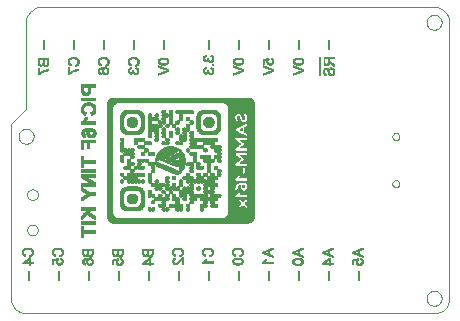
<source format=gbr>
G04 PROTEUS RS274X GERBER FILE*
%FSLAX45Y45*%
%MOMM*%
G01*
%ADD73C,0.025400*%
%ADD34C,0.031750*%
%ADD33C,0.127000*%
D73*
X-152400Y-25400D02*
X-149873Y-51367D01*
X-142602Y-75381D01*
X-131052Y-96977D01*
X-115689Y-115689D01*
X-96977Y-131052D01*
X-75381Y-142602D01*
X-51367Y-149873D01*
X-25400Y-152400D01*
X+3429000Y-152400D01*
X+3454967Y-149873D01*
X+3478981Y-142602D01*
X+3500577Y-131052D01*
X+3519289Y-115689D01*
X+3534652Y-96977D01*
X+3546202Y-75381D01*
X+3553473Y-51367D01*
X+3556000Y-25400D01*
X+3556000Y+2311400D01*
X+3553473Y+2337367D01*
X+3546202Y+2361381D01*
X+3534652Y+2382977D01*
X+3519289Y+2401689D01*
X+3500577Y+2417052D01*
X+3478981Y+2428602D01*
X+3454967Y+2435873D01*
X+3429000Y+2438400D01*
X+101600Y+2438400D01*
X+75632Y+2435873D01*
X+51618Y+2428602D01*
X+30023Y+2417052D01*
X+11311Y+2401689D01*
X-4052Y+2382977D01*
X-15602Y+2361381D01*
X-22873Y+2337367D01*
X-25400Y+2311400D01*
X-25400Y+1574800D01*
X-152400Y+1447800D01*
X-152400Y-25400D01*
X+3492500Y-25400D02*
X+3492283Y-20153D01*
X+3490518Y-9658D01*
X+3486826Y+837D01*
X+3480798Y+11332D01*
X+3471576Y+21712D01*
X+3461081Y+29400D01*
X+3450586Y+34318D01*
X+3440091Y+37124D01*
X+3429596Y+38097D01*
X+3429000Y+38100D01*
X+3365500Y-25400D02*
X+3365717Y-20153D01*
X+3367482Y-9658D01*
X+3371174Y+837D01*
X+3377202Y+11332D01*
X+3386424Y+21712D01*
X+3396919Y+29400D01*
X+3407414Y+34318D01*
X+3417909Y+37124D01*
X+3428404Y+38097D01*
X+3429000Y+38100D01*
X+3365500Y-25400D02*
X+3365717Y-30647D01*
X+3367482Y-41142D01*
X+3371174Y-51637D01*
X+3377202Y-62132D01*
X+3386424Y-72512D01*
X+3396919Y-80200D01*
X+3407414Y-85118D01*
X+3417909Y-87924D01*
X+3428404Y-88897D01*
X+3429000Y-88900D01*
X+3492500Y-25400D02*
X+3492283Y-30647D01*
X+3490518Y-41142D01*
X+3486826Y-51637D01*
X+3480798Y-62132D01*
X+3471576Y-72512D01*
X+3461081Y-80200D01*
X+3450586Y-85118D01*
X+3440091Y-87924D01*
X+3429596Y-88897D01*
X+3429000Y-88900D01*
X+3492500Y+2311400D02*
X+3492283Y+2316647D01*
X+3490518Y+2327142D01*
X+3486826Y+2337637D01*
X+3480798Y+2348132D01*
X+3471576Y+2358512D01*
X+3461081Y+2366200D01*
X+3450586Y+2371118D01*
X+3440091Y+2373924D01*
X+3429596Y+2374897D01*
X+3429000Y+2374900D01*
X+3365500Y+2311400D02*
X+3365717Y+2316647D01*
X+3367482Y+2327142D01*
X+3371174Y+2337637D01*
X+3377202Y+2348132D01*
X+3386424Y+2358512D01*
X+3396919Y+2366200D01*
X+3407414Y+2371118D01*
X+3417909Y+2373924D01*
X+3428404Y+2374897D01*
X+3429000Y+2374900D01*
X+3365500Y+2311400D02*
X+3365717Y+2306153D01*
X+3367482Y+2295658D01*
X+3371174Y+2285163D01*
X+3377202Y+2274668D01*
X+3386424Y+2264288D01*
X+3396919Y+2256600D01*
X+3407414Y+2251682D01*
X+3417909Y+2248876D01*
X+3428404Y+2247903D01*
X+3429000Y+2247900D01*
X+3492500Y+2311400D02*
X+3492283Y+2306153D01*
X+3490518Y+2295658D01*
X+3486826Y+2285163D01*
X+3480798Y+2274668D01*
X+3471576Y+2264288D01*
X+3461081Y+2256600D01*
X+3450586Y+2251682D01*
X+3440091Y+2248876D01*
X+3429596Y+2247903D01*
X+3429000Y+2247900D01*
X+38100Y+1346200D02*
X+37883Y+1351447D01*
X+36118Y+1361942D01*
X+32426Y+1372437D01*
X+26398Y+1382932D01*
X+17176Y+1393312D01*
X+6681Y+1401000D01*
X-3814Y+1405918D01*
X-14309Y+1408724D01*
X-24804Y+1409697D01*
X-25400Y+1409700D01*
X-88900Y+1346200D02*
X-88683Y+1351447D01*
X-86918Y+1361942D01*
X-83226Y+1372437D01*
X-77198Y+1382932D01*
X-67976Y+1393312D01*
X-57481Y+1401000D01*
X-46986Y+1405918D01*
X-36491Y+1408724D01*
X-25996Y+1409697D01*
X-25400Y+1409700D01*
X-88900Y+1346200D02*
X-88683Y+1340953D01*
X-86918Y+1330458D01*
X-83226Y+1319963D01*
X-77198Y+1309468D01*
X-67976Y+1299088D01*
X-57481Y+1291400D01*
X-46986Y+1286482D01*
X-36491Y+1283676D01*
X-25996Y+1282703D01*
X-25400Y+1282700D01*
X+38100Y+1346200D02*
X+37883Y+1340953D01*
X+36118Y+1330458D01*
X+32426Y+1319963D01*
X+26398Y+1309468D01*
X+17176Y+1299088D01*
X+6681Y+1291400D01*
X-3814Y+1286482D01*
X-14309Y+1283676D01*
X-24804Y+1282703D01*
X-25400Y+1282700D01*
X+3135700Y+943000D02*
X+3135597Y+945489D01*
X+3134755Y+950469D01*
X+3132995Y+955449D01*
X+3130118Y+960429D01*
X+3125717Y+965345D01*
X+3120737Y+968959D01*
X+3115757Y+971264D01*
X+3110777Y+972567D01*
X+3105797Y+973000D01*
X+3105700Y+973000D01*
X+3075700Y+943000D02*
X+3075803Y+945489D01*
X+3076645Y+950469D01*
X+3078405Y+955449D01*
X+3081282Y+960429D01*
X+3085683Y+965345D01*
X+3090663Y+968959D01*
X+3095643Y+971264D01*
X+3100623Y+972567D01*
X+3105603Y+973000D01*
X+3105700Y+973000D01*
X+3075700Y+943000D02*
X+3075803Y+940511D01*
X+3076645Y+935531D01*
X+3078405Y+930551D01*
X+3081282Y+925571D01*
X+3085683Y+920655D01*
X+3090663Y+917041D01*
X+3095643Y+914736D01*
X+3100623Y+913433D01*
X+3105603Y+913000D01*
X+3105700Y+913000D01*
X+3135700Y+943000D02*
X+3135597Y+940511D01*
X+3134755Y+935531D01*
X+3132995Y+930551D01*
X+3130118Y+925571D01*
X+3125717Y+920655D01*
X+3120737Y+917041D01*
X+3115757Y+914736D01*
X+3110777Y+913433D01*
X+3105797Y+913000D01*
X+3105700Y+913000D01*
X+3135700Y+1343000D02*
X+3135597Y+1345489D01*
X+3134755Y+1350469D01*
X+3132995Y+1355449D01*
X+3130118Y+1360429D01*
X+3125717Y+1365345D01*
X+3120737Y+1368959D01*
X+3115757Y+1371264D01*
X+3110777Y+1372567D01*
X+3105797Y+1373000D01*
X+3105700Y+1373000D01*
X+3075700Y+1343000D02*
X+3075803Y+1345489D01*
X+3076645Y+1350469D01*
X+3078405Y+1355449D01*
X+3081282Y+1360429D01*
X+3085683Y+1365345D01*
X+3090663Y+1368959D01*
X+3095643Y+1371264D01*
X+3100623Y+1372567D01*
X+3105603Y+1373000D01*
X+3105700Y+1373000D01*
X+3075700Y+1343000D02*
X+3075803Y+1340511D01*
X+3076645Y+1335531D01*
X+3078405Y+1330551D01*
X+3081282Y+1325571D01*
X+3085683Y+1320655D01*
X+3090663Y+1317041D01*
X+3095643Y+1314736D01*
X+3100623Y+1313433D01*
X+3105603Y+1313000D01*
X+3105700Y+1313000D01*
X+3135700Y+1343000D02*
X+3135597Y+1340511D01*
X+3134755Y+1335531D01*
X+3132995Y+1330551D01*
X+3130118Y+1325571D01*
X+3125717Y+1320655D01*
X+3120737Y+1317041D01*
X+3115757Y+1314736D01*
X+3110777Y+1313433D01*
X+3105797Y+1313000D01*
X+3105700Y+1313000D01*
X+73800Y+551800D02*
X+73645Y+555527D01*
X+72389Y+562982D01*
X+69759Y+570437D01*
X+65463Y+577892D01*
X+58893Y+585258D01*
X+51438Y+590691D01*
X+43983Y+594161D01*
X+36528Y+596131D01*
X+29073Y+596799D01*
X+28800Y+596800D01*
X-16200Y+551800D02*
X-16045Y+555527D01*
X-14789Y+562982D01*
X-12159Y+570437D01*
X-7863Y+577892D01*
X-1293Y+585258D01*
X+6162Y+590691D01*
X+13617Y+594161D01*
X+21072Y+596131D01*
X+28527Y+596799D01*
X+28800Y+596800D01*
X-16200Y+551800D02*
X-16045Y+548073D01*
X-14789Y+540618D01*
X-12159Y+533163D01*
X-7863Y+525708D01*
X-1293Y+518342D01*
X+6162Y+512909D01*
X+13617Y+509439D01*
X+21072Y+507469D01*
X+28527Y+506801D01*
X+28800Y+506800D01*
X+73800Y+551800D02*
X+73645Y+548073D01*
X+72389Y+540618D01*
X+69759Y+533163D01*
X+65463Y+525708D01*
X+58893Y+518342D01*
X+51438Y+512909D01*
X+43983Y+509439D01*
X+36528Y+507469D01*
X+29073Y+506801D01*
X+28800Y+506800D01*
X+73800Y+851800D02*
X+73645Y+855527D01*
X+72389Y+862982D01*
X+69759Y+870437D01*
X+65463Y+877892D01*
X+58893Y+885258D01*
X+51438Y+890691D01*
X+43983Y+894161D01*
X+36528Y+896131D01*
X+29073Y+896799D01*
X+28800Y+896800D01*
X-16200Y+851800D02*
X-16045Y+855527D01*
X-14789Y+862982D01*
X-12159Y+870437D01*
X-7863Y+877892D01*
X-1293Y+885258D01*
X+6162Y+890691D01*
X+13617Y+894161D01*
X+21072Y+896131D01*
X+28527Y+896799D01*
X+28800Y+896800D01*
X-16200Y+851800D02*
X-16045Y+848073D01*
X-14789Y+840618D01*
X-12159Y+833163D01*
X-7863Y+825708D01*
X-1293Y+818342D01*
X+6162Y+812909D01*
X+13617Y+809439D01*
X+21072Y+807469D01*
X+28527Y+806801D01*
X+28800Y+806800D01*
X+73800Y+851800D02*
X+73645Y+848073D01*
X+72389Y+840618D01*
X+69759Y+833163D01*
X+65463Y+825708D01*
X+58893Y+818342D01*
X+51438Y+812909D01*
X+43983Y+809439D01*
X+36528Y+807469D01*
X+29073Y+806801D01*
X+28800Y+806800D01*
D34*
X+451485Y+276050D02*
X+451485Y+293830D01*
X+451485Y+347170D02*
X+451485Y+392890D01*
X+454025Y+268430D02*
X+454025Y+298910D01*
X+454025Y+339550D02*
X+454025Y+392890D01*
X+456565Y+265890D02*
X+456565Y+303990D01*
X+456565Y+337010D02*
X+456565Y+392890D01*
X+459105Y+263350D02*
X+459105Y+306530D01*
X+459105Y+334470D02*
X+459105Y+392890D01*
X+461645Y+260810D02*
X+461645Y+278590D01*
X+461645Y+291290D02*
X+461645Y+309070D01*
X+461645Y+331930D02*
X+461645Y+349710D01*
X+461645Y+382730D02*
X+461645Y+392890D01*
X+464185Y+260810D02*
X+464185Y+273510D01*
X+464185Y+296370D02*
X+464185Y+309070D01*
X+464185Y+331930D02*
X+464185Y+344630D01*
X+464185Y+382730D02*
X+464185Y+392890D01*
X+466725Y+260810D02*
X+466725Y+270970D01*
X+466725Y+298910D02*
X+466725Y+311610D01*
X+466725Y+329390D02*
X+466725Y+342090D01*
X+466725Y+382730D02*
X+466725Y+392890D01*
X+469265Y+258270D02*
X+469265Y+270970D01*
X+469265Y+301450D02*
X+469265Y+311610D01*
X+469265Y+329390D02*
X+469265Y+339550D01*
X+469265Y+382730D02*
X+469265Y+392890D01*
X+471805Y+258270D02*
X+471805Y+268430D01*
X+471805Y+301450D02*
X+471805Y+314150D01*
X+471805Y+329390D02*
X+471805Y+339550D01*
X+471805Y+382730D02*
X+471805Y+392890D01*
X+474345Y+303990D02*
X+474345Y+314150D01*
X+474345Y+329390D02*
X+474345Y+339550D01*
X+474345Y+382730D02*
X+474345Y+392890D01*
X+476885Y+303990D02*
X+476885Y+314150D01*
X+476885Y+329390D02*
X+476885Y+339550D01*
X+476885Y+382730D02*
X+476885Y+392890D01*
X+479425Y+306530D02*
X+479425Y+314150D01*
X+479425Y+329390D02*
X+479425Y+339550D01*
X+479425Y+382730D02*
X+479425Y+392890D01*
X+481965Y+276050D02*
X+481965Y+291290D01*
X+481965Y+306530D02*
X+481965Y+316690D01*
X+481965Y+331930D02*
X+481965Y+342090D01*
X+481965Y+382730D02*
X+481965Y+392890D01*
X+484505Y+268430D02*
X+484505Y+298910D01*
X+484505Y+306530D02*
X+484505Y+316690D01*
X+484505Y+331930D02*
X+484505Y+344630D01*
X+484505Y+382730D02*
X+484505Y+392890D01*
X+487045Y+265890D02*
X+487045Y+301450D01*
X+487045Y+306530D02*
X+487045Y+316690D01*
X+487045Y+334470D02*
X+487045Y+349710D01*
X+487045Y+382730D02*
X+487045Y+392890D01*
X+489585Y+263350D02*
X+489585Y+303990D01*
X+489585Y+306530D02*
X+489585Y+316690D01*
X+489585Y+334470D02*
X+489585Y+392890D01*
X+492125Y+260810D02*
X+492125Y+276050D01*
X+492125Y+293830D02*
X+492125Y+316690D01*
X+492125Y+339550D02*
X+492125Y+392890D01*
X+494665Y+258270D02*
X+494665Y+273510D01*
X+494665Y+298910D02*
X+494665Y+316690D01*
X+494665Y+337010D02*
X+494665Y+392890D01*
X+497205Y+258270D02*
X+497205Y+270970D01*
X+497205Y+301450D02*
X+497205Y+316690D01*
X+497205Y+334470D02*
X+497205Y+392890D01*
X+499745Y+258270D02*
X+499745Y+268430D01*
X+499745Y+303990D02*
X+499745Y+316690D01*
X+499745Y+331930D02*
X+499745Y+347170D01*
X+499745Y+382730D02*
X+499745Y+392890D01*
X+502285Y+255730D02*
X+502285Y+265890D01*
X+502285Y+306530D02*
X+502285Y+316690D01*
X+502285Y+329390D02*
X+502285Y+342090D01*
X+502285Y+382730D02*
X+502285Y+392890D01*
X+504825Y+255730D02*
X+504825Y+265890D01*
X+504825Y+306530D02*
X+504825Y+316690D01*
X+504825Y+329390D02*
X+504825Y+339550D01*
X+504825Y+382730D02*
X+504825Y+392890D01*
X+507365Y+255730D02*
X+507365Y+265890D01*
X+507365Y+306530D02*
X+507365Y+316690D01*
X+507365Y+326850D02*
X+507365Y+337010D01*
X+507365Y+382730D02*
X+507365Y+392890D01*
X+509905Y+255730D02*
X+509905Y+265890D01*
X+509905Y+306530D02*
X+509905Y+316690D01*
X+509905Y+326850D02*
X+509905Y+337010D01*
X+509905Y+382730D02*
X+509905Y+392890D01*
X+512445Y+255730D02*
X+512445Y+265890D01*
X+512445Y+306530D02*
X+512445Y+314150D01*
X+512445Y+326850D02*
X+512445Y+337010D01*
X+512445Y+382730D02*
X+512445Y+392890D01*
X+514985Y+255730D02*
X+514985Y+265890D01*
X+514985Y+306530D02*
X+514985Y+314150D01*
X+514985Y+326850D02*
X+514985Y+337010D01*
X+514985Y+382730D02*
X+514985Y+392890D01*
X+517525Y+255730D02*
X+517525Y+268430D01*
X+517525Y+303990D02*
X+517525Y+314150D01*
X+517525Y+326850D02*
X+517525Y+337010D01*
X+517525Y+382730D02*
X+517525Y+392890D01*
X+520065Y+258270D02*
X+520065Y+268430D01*
X+520065Y+303990D02*
X+520065Y+314150D01*
X+520065Y+326850D02*
X+520065Y+339550D01*
X+520065Y+382730D02*
X+520065Y+392890D01*
X+522605Y+258270D02*
X+522605Y+270970D01*
X+522605Y+301450D02*
X+522605Y+311610D01*
X+522605Y+329390D02*
X+522605Y+339550D01*
X+522605Y+382730D02*
X+522605Y+392890D01*
X+525145Y+260810D02*
X+525145Y+273510D01*
X+525145Y+298910D02*
X+525145Y+311610D01*
X+525145Y+329390D02*
X+525145Y+342090D01*
X+525145Y+382730D02*
X+525145Y+392890D01*
X+527685Y+260810D02*
X+527685Y+276050D01*
X+527685Y+293830D02*
X+527685Y+309070D01*
X+527685Y+331930D02*
X+527685Y+347170D01*
X+527685Y+382730D02*
X+527685Y+392890D01*
X+530225Y+263350D02*
X+530225Y+306530D01*
X+530225Y+331930D02*
X+530225Y+392890D01*
X+532765Y+265890D02*
X+532765Y+303990D01*
X+532765Y+334470D02*
X+532765Y+392890D01*
X+535305Y+270970D02*
X+535305Y+301450D01*
X+535305Y+339550D02*
X+535305Y+392890D01*
X+537845Y+276050D02*
X+537845Y+293830D01*
X+537845Y+347170D02*
X+537845Y+392890D01*
X+705485Y+260810D02*
X+705485Y+301450D01*
X+705485Y+347170D02*
X+705485Y+392890D01*
X+708025Y+260810D02*
X+708025Y+301450D01*
X+708025Y+339550D02*
X+708025Y+392890D01*
X+710565Y+260810D02*
X+710565Y+303990D01*
X+710565Y+337010D02*
X+710565Y+392890D01*
X+713105Y+260810D02*
X+713105Y+303990D01*
X+713105Y+334470D02*
X+713105Y+392890D01*
X+715645Y+293830D02*
X+715645Y+303990D01*
X+715645Y+331930D02*
X+715645Y+349710D01*
X+715645Y+382730D02*
X+715645Y+392890D01*
X+718185Y+293830D02*
X+718185Y+303990D01*
X+718185Y+331930D02*
X+718185Y+344630D01*
X+718185Y+382730D02*
X+718185Y+392890D01*
X+720725Y+293830D02*
X+720725Y+303990D01*
X+720725Y+329390D02*
X+720725Y+342090D01*
X+720725Y+382730D02*
X+720725Y+392890D01*
X+723265Y+296370D02*
X+723265Y+306530D01*
X+723265Y+329390D02*
X+723265Y+339550D01*
X+723265Y+382730D02*
X+723265Y+392890D01*
X+725805Y+296370D02*
X+725805Y+306530D01*
X+725805Y+329390D02*
X+725805Y+339550D01*
X+725805Y+382730D02*
X+725805Y+392890D01*
X+728345Y+296370D02*
X+728345Y+306530D01*
X+728345Y+329390D02*
X+728345Y+339550D01*
X+728345Y+382730D02*
X+728345Y+392890D01*
X+730885Y+296370D02*
X+730885Y+306530D01*
X+730885Y+329390D02*
X+730885Y+339550D01*
X+730885Y+382730D02*
X+730885Y+392890D01*
X+733425Y+273510D02*
X+733425Y+291290D01*
X+733425Y+298910D02*
X+733425Y+309070D01*
X+733425Y+329390D02*
X+733425Y+339550D01*
X+733425Y+382730D02*
X+733425Y+392890D01*
X+735965Y+268430D02*
X+735965Y+296370D01*
X+735965Y+298910D02*
X+735965Y+309070D01*
X+735965Y+331930D02*
X+735965Y+342090D01*
X+735965Y+382730D02*
X+735965Y+392890D01*
X+738505Y+265890D02*
X+738505Y+309070D01*
X+738505Y+331930D02*
X+738505Y+344630D01*
X+738505Y+382730D02*
X+738505Y+392890D01*
X+741045Y+263350D02*
X+741045Y+309070D01*
X+741045Y+334470D02*
X+741045Y+349710D01*
X+741045Y+382730D02*
X+741045Y+392890D01*
X+743585Y+260810D02*
X+743585Y+276050D01*
X+743585Y+293830D02*
X+743585Y+309070D01*
X+743585Y+334470D02*
X+743585Y+392890D01*
X+746125Y+258270D02*
X+746125Y+270970D01*
X+746125Y+296370D02*
X+746125Y+311610D01*
X+746125Y+339550D02*
X+746125Y+392890D01*
X+748665Y+258270D02*
X+748665Y+268430D01*
X+748665Y+298910D02*
X+748665Y+311610D01*
X+748665Y+337010D02*
X+748665Y+392890D01*
X+751205Y+258270D02*
X+751205Y+268430D01*
X+751205Y+301450D02*
X+751205Y+306530D01*
X+751205Y+334470D02*
X+751205Y+392890D01*
X+753745Y+255730D02*
X+753745Y+265890D01*
X+753745Y+331930D02*
X+753745Y+347170D01*
X+753745Y+382730D02*
X+753745Y+392890D01*
X+756285Y+255730D02*
X+756285Y+265890D01*
X+756285Y+329390D02*
X+756285Y+342090D01*
X+756285Y+382730D02*
X+756285Y+392890D01*
X+758825Y+255730D02*
X+758825Y+265890D01*
X+758825Y+329390D02*
X+758825Y+339550D01*
X+758825Y+382730D02*
X+758825Y+392890D01*
X+761365Y+255730D02*
X+761365Y+265890D01*
X+761365Y+326850D02*
X+761365Y+337010D01*
X+761365Y+382730D02*
X+761365Y+392890D01*
X+763905Y+255730D02*
X+763905Y+265890D01*
X+763905Y+326850D02*
X+763905Y+337010D01*
X+763905Y+382730D02*
X+763905Y+392890D01*
X+766445Y+255730D02*
X+766445Y+265890D01*
X+766445Y+326850D02*
X+766445Y+337010D01*
X+766445Y+382730D02*
X+766445Y+392890D01*
X+768985Y+255730D02*
X+768985Y+265890D01*
X+768985Y+303990D02*
X+768985Y+314150D01*
X+768985Y+326850D02*
X+768985Y+337010D01*
X+768985Y+382730D02*
X+768985Y+392890D01*
X+771525Y+258270D02*
X+771525Y+268430D01*
X+771525Y+303990D02*
X+771525Y+314150D01*
X+771525Y+326850D02*
X+771525Y+337010D01*
X+771525Y+382730D02*
X+771525Y+392890D01*
X+774065Y+258270D02*
X+774065Y+268430D01*
X+774065Y+301450D02*
X+774065Y+314150D01*
X+774065Y+326850D02*
X+774065Y+339550D01*
X+774065Y+382730D02*
X+774065Y+392890D01*
X+776605Y+258270D02*
X+776605Y+270970D01*
X+776605Y+301450D02*
X+776605Y+311610D01*
X+776605Y+329390D02*
X+776605Y+339550D01*
X+776605Y+382730D02*
X+776605Y+392890D01*
X+779145Y+260810D02*
X+779145Y+273510D01*
X+779145Y+298910D02*
X+779145Y+311610D01*
X+779145Y+329390D02*
X+779145Y+342090D01*
X+779145Y+382730D02*
X+779145Y+392890D01*
X+781685Y+263350D02*
X+781685Y+278590D01*
X+781685Y+293830D02*
X+781685Y+309070D01*
X+781685Y+331930D02*
X+781685Y+347170D01*
X+781685Y+382730D02*
X+781685Y+392890D01*
X+784225Y+263350D02*
X+784225Y+306530D01*
X+784225Y+331930D02*
X+784225Y+392890D01*
X+786765Y+265890D02*
X+786765Y+303990D01*
X+786765Y+334470D02*
X+786765Y+392890D01*
X+789305Y+270970D02*
X+789305Y+301450D01*
X+789305Y+339550D02*
X+789305Y+392890D01*
X+791845Y+276050D02*
X+791845Y+296370D01*
X+791845Y+347170D02*
X+791845Y+392890D01*
X+959485Y+265890D02*
X+959485Y+273510D01*
X+959485Y+347170D02*
X+959485Y+392890D01*
X+962025Y+265890D02*
X+962025Y+276050D01*
X+962025Y+339550D02*
X+962025Y+392890D01*
X+964565Y+265890D02*
X+964565Y+278590D01*
X+964565Y+337010D02*
X+964565Y+392890D01*
X+967105Y+265890D02*
X+967105Y+281130D01*
X+967105Y+334470D02*
X+967105Y+392890D01*
X+969645Y+265890D02*
X+969645Y+281130D01*
X+969645Y+331930D02*
X+969645Y+349710D01*
X+969645Y+382730D02*
X+969645Y+392890D01*
X+972185Y+265890D02*
X+972185Y+283670D01*
X+972185Y+331930D02*
X+972185Y+344630D01*
X+972185Y+382730D02*
X+972185Y+392890D01*
X+974725Y+265890D02*
X+974725Y+286210D01*
X+974725Y+329390D02*
X+974725Y+342090D01*
X+974725Y+382730D02*
X+974725Y+392890D01*
X+977265Y+265890D02*
X+977265Y+288750D01*
X+977265Y+329390D02*
X+977265Y+339550D01*
X+977265Y+382730D02*
X+977265Y+392890D01*
X+979805Y+265890D02*
X+979805Y+276050D01*
X+979805Y+278590D02*
X+979805Y+288750D01*
X+979805Y+329390D02*
X+979805Y+339550D01*
X+979805Y+382730D02*
X+979805Y+392890D01*
X+982345Y+265890D02*
X+982345Y+276050D01*
X+982345Y+278590D02*
X+982345Y+291290D01*
X+982345Y+329390D02*
X+982345Y+339550D01*
X+982345Y+382730D02*
X+982345Y+392890D01*
X+984885Y+265890D02*
X+984885Y+276050D01*
X+984885Y+281130D02*
X+984885Y+293830D01*
X+984885Y+329390D02*
X+984885Y+339550D01*
X+984885Y+382730D02*
X+984885Y+392890D01*
X+987425Y+265890D02*
X+987425Y+276050D01*
X+987425Y+283670D02*
X+987425Y+296370D01*
X+987425Y+329390D02*
X+987425Y+339550D01*
X+987425Y+382730D02*
X+987425Y+392890D01*
X+989965Y+265890D02*
X+989965Y+276050D01*
X+989965Y+286210D02*
X+989965Y+296370D01*
X+989965Y+331930D02*
X+989965Y+342090D01*
X+989965Y+382730D02*
X+989965Y+392890D01*
X+992505Y+265890D02*
X+992505Y+276050D01*
X+992505Y+286210D02*
X+992505Y+298910D01*
X+992505Y+331930D02*
X+992505Y+344630D01*
X+992505Y+382730D02*
X+992505Y+392890D01*
X+995045Y+265890D02*
X+995045Y+276050D01*
X+995045Y+288750D02*
X+995045Y+301450D01*
X+995045Y+334470D02*
X+995045Y+349710D01*
X+995045Y+382730D02*
X+995045Y+392890D01*
X+997585Y+265890D02*
X+997585Y+276050D01*
X+997585Y+291290D02*
X+997585Y+301450D01*
X+997585Y+334470D02*
X+997585Y+392890D01*
X+1000125Y+265890D02*
X+1000125Y+276050D01*
X+1000125Y+291290D02*
X+1000125Y+303990D01*
X+1000125Y+339550D02*
X+1000125Y+392890D01*
X+1002665Y+265890D02*
X+1002665Y+276050D01*
X+1002665Y+293830D02*
X+1002665Y+306530D01*
X+1002665Y+337010D02*
X+1002665Y+392890D01*
X+1005205Y+265890D02*
X+1005205Y+276050D01*
X+1005205Y+296370D02*
X+1005205Y+309070D01*
X+1005205Y+334470D02*
X+1005205Y+392890D01*
X+1007745Y+265890D02*
X+1007745Y+276050D01*
X+1007745Y+298910D02*
X+1007745Y+309070D01*
X+1007745Y+331930D02*
X+1007745Y+347170D01*
X+1007745Y+382730D02*
X+1007745Y+392890D01*
X+1010285Y+265890D02*
X+1010285Y+276050D01*
X+1010285Y+298910D02*
X+1010285Y+311610D01*
X+1010285Y+329390D02*
X+1010285Y+342090D01*
X+1010285Y+382730D02*
X+1010285Y+392890D01*
X+1012825Y+265890D02*
X+1012825Y+276050D01*
X+1012825Y+301450D02*
X+1012825Y+314150D01*
X+1012825Y+329390D02*
X+1012825Y+339550D01*
X+1012825Y+382730D02*
X+1012825Y+392890D01*
X+1015365Y+265890D02*
X+1015365Y+276050D01*
X+1015365Y+303990D02*
X+1015365Y+316690D01*
X+1015365Y+326850D02*
X+1015365Y+337010D01*
X+1015365Y+382730D02*
X+1015365Y+392890D01*
X+1017905Y+255730D02*
X+1017905Y+316690D01*
X+1017905Y+326850D02*
X+1017905Y+337010D01*
X+1017905Y+382730D02*
X+1017905Y+392890D01*
X+1020445Y+255730D02*
X+1020445Y+316690D01*
X+1020445Y+326850D02*
X+1020445Y+337010D01*
X+1020445Y+382730D02*
X+1020445Y+392890D01*
X+1022985Y+255730D02*
X+1022985Y+316690D01*
X+1022985Y+326850D02*
X+1022985Y+337010D01*
X+1022985Y+382730D02*
X+1022985Y+392890D01*
X+1025525Y+255730D02*
X+1025525Y+316690D01*
X+1025525Y+326850D02*
X+1025525Y+337010D01*
X+1025525Y+382730D02*
X+1025525Y+392890D01*
X+1028065Y+265890D02*
X+1028065Y+276050D01*
X+1028065Y+326850D02*
X+1028065Y+339550D01*
X+1028065Y+382730D02*
X+1028065Y+392890D01*
X+1030605Y+265890D02*
X+1030605Y+276050D01*
X+1030605Y+329390D02*
X+1030605Y+339550D01*
X+1030605Y+382730D02*
X+1030605Y+392890D01*
X+1033145Y+265890D02*
X+1033145Y+276050D01*
X+1033145Y+329390D02*
X+1033145Y+342090D01*
X+1033145Y+382730D02*
X+1033145Y+392890D01*
X+1035685Y+265890D02*
X+1035685Y+276050D01*
X+1035685Y+331930D02*
X+1035685Y+347170D01*
X+1035685Y+382730D02*
X+1035685Y+392890D01*
X+1038225Y+265890D02*
X+1038225Y+276050D01*
X+1038225Y+331930D02*
X+1038225Y+392890D01*
X+1040765Y+265890D02*
X+1040765Y+276050D01*
X+1040765Y+334470D02*
X+1040765Y+392890D01*
X+1043305Y+265890D02*
X+1043305Y+276050D01*
X+1043305Y+339550D02*
X+1043305Y+392890D01*
X+1045845Y+265890D02*
X+1045845Y+276050D01*
X+1045845Y+347170D02*
X+1045845Y+392890D01*
X+1210945Y+354790D02*
X+1210945Y+375110D01*
X+1213485Y+278590D02*
X+1213485Y+298910D01*
X+1213485Y+347170D02*
X+1213485Y+380190D01*
X+1216025Y+273510D02*
X+1216025Y+303990D01*
X+1216025Y+344630D02*
X+1216025Y+385270D01*
X+1218565Y+268430D02*
X+1218565Y+309070D01*
X+1218565Y+342090D02*
X+1218565Y+387810D01*
X+1221105Y+265890D02*
X+1221105Y+311610D01*
X+1221105Y+339550D02*
X+1221105Y+357330D01*
X+1221105Y+372570D02*
X+1221105Y+390350D01*
X+1223645Y+263350D02*
X+1223645Y+281130D01*
X+1223645Y+296370D02*
X+1223645Y+311610D01*
X+1223645Y+337010D02*
X+1223645Y+352250D01*
X+1223645Y+380190D02*
X+1223645Y+392890D01*
X+1226185Y+263350D02*
X+1226185Y+276050D01*
X+1226185Y+301450D02*
X+1226185Y+314150D01*
X+1226185Y+337010D02*
X+1226185Y+349710D01*
X+1226185Y+382730D02*
X+1226185Y+395430D01*
X+1228725Y+263350D02*
X+1228725Y+273510D01*
X+1228725Y+303990D02*
X+1228725Y+314150D01*
X+1228725Y+334470D02*
X+1228725Y+347170D01*
X+1228725Y+385270D02*
X+1228725Y+397970D01*
X+1231265Y+260810D02*
X+1231265Y+273510D01*
X+1231265Y+303990D02*
X+1231265Y+316690D01*
X+1231265Y+334470D02*
X+1231265Y+344630D01*
X+1231265Y+387810D02*
X+1231265Y+397970D01*
X+1233805Y+260810D02*
X+1233805Y+270970D01*
X+1233805Y+306530D02*
X+1233805Y+316690D01*
X+1233805Y+331930D02*
X+1233805Y+344630D01*
X+1233805Y+387810D02*
X+1233805Y+397970D01*
X+1236345Y+260810D02*
X+1236345Y+270970D01*
X+1236345Y+306530D02*
X+1236345Y+316690D01*
X+1236345Y+331930D02*
X+1236345Y+342090D01*
X+1236345Y+390350D02*
X+1236345Y+400510D01*
X+1238885Y+260810D02*
X+1238885Y+270970D01*
X+1238885Y+306530D02*
X+1238885Y+311610D01*
X+1238885Y+390350D02*
X+1238885Y+400510D01*
X+1241425Y+260810D02*
X+1241425Y+270970D01*
X+1241425Y+390350D02*
X+1241425Y+400510D01*
X+1243965Y+260810D02*
X+1243965Y+270970D01*
X+1243965Y+392890D02*
X+1243965Y+403050D01*
X+1246505Y+263350D02*
X+1246505Y+273510D01*
X+1246505Y+392890D02*
X+1246505Y+403050D01*
X+1249045Y+263350D02*
X+1249045Y+276050D01*
X+1249045Y+392890D02*
X+1249045Y+403050D01*
X+1251585Y+265890D02*
X+1251585Y+276050D01*
X+1251585Y+392890D02*
X+1251585Y+403050D01*
X+1254125Y+265890D02*
X+1254125Y+278590D01*
X+1254125Y+392890D02*
X+1254125Y+403050D01*
X+1256665Y+268430D02*
X+1256665Y+281130D01*
X+1256665Y+392890D02*
X+1256665Y+403050D01*
X+1259205Y+270970D02*
X+1259205Y+283670D01*
X+1259205Y+392890D02*
X+1259205Y+403050D01*
X+1261745Y+273510D02*
X+1261745Y+286210D01*
X+1261745Y+392890D02*
X+1261745Y+403050D01*
X+1264285Y+276050D02*
X+1264285Y+288750D01*
X+1264285Y+392890D02*
X+1264285Y+403050D01*
X+1266825Y+278590D02*
X+1266825Y+291290D01*
X+1266825Y+392890D02*
X+1266825Y+403050D01*
X+1269365Y+281130D02*
X+1269365Y+293830D01*
X+1269365Y+392890D02*
X+1269365Y+403050D01*
X+1271905Y+283670D02*
X+1271905Y+298910D01*
X+1271905Y+334470D02*
X+1271905Y+339550D01*
X+1271905Y+390350D02*
X+1271905Y+400510D01*
X+1274445Y+286210D02*
X+1274445Y+301450D01*
X+1274445Y+329390D02*
X+1274445Y+339550D01*
X+1274445Y+390350D02*
X+1274445Y+400510D01*
X+1276985Y+288750D02*
X+1276985Y+303990D01*
X+1276985Y+329390D02*
X+1276985Y+342090D01*
X+1276985Y+390350D02*
X+1276985Y+400510D01*
X+1279525Y+293830D02*
X+1279525Y+306530D01*
X+1279525Y+331930D02*
X+1279525Y+342090D01*
X+1279525Y+387810D02*
X+1279525Y+397970D01*
X+1282065Y+296370D02*
X+1282065Y+309070D01*
X+1282065Y+331930D02*
X+1282065Y+344630D01*
X+1282065Y+387810D02*
X+1282065Y+397970D01*
X+1284605Y+298910D02*
X+1284605Y+311610D01*
X+1284605Y+334470D02*
X+1284605Y+344630D01*
X+1284605Y+385270D02*
X+1284605Y+397970D01*
X+1287145Y+301450D02*
X+1287145Y+314150D01*
X+1287145Y+334470D02*
X+1287145Y+347170D01*
X+1287145Y+382730D02*
X+1287145Y+395430D01*
X+1289685Y+303990D02*
X+1289685Y+316690D01*
X+1289685Y+337010D02*
X+1289685Y+352250D01*
X+1289685Y+377650D02*
X+1289685Y+392890D01*
X+1292225Y+260810D02*
X+1292225Y+316690D01*
X+1292225Y+337010D02*
X+1292225Y+357330D01*
X+1292225Y+372570D02*
X+1292225Y+392890D01*
X+1294765Y+260810D02*
X+1294765Y+319230D01*
X+1294765Y+339550D02*
X+1294765Y+390350D01*
X+1297305Y+260810D02*
X+1297305Y+319230D01*
X+1297305Y+344630D02*
X+1297305Y+385270D01*
X+1299845Y+260810D02*
X+1299845Y+319230D01*
X+1299845Y+347170D02*
X+1299845Y+382730D01*
X+1302385Y+354790D02*
X+1302385Y+375110D01*
X+1464945Y+354790D02*
X+1464945Y+375110D01*
X+1467485Y+276050D02*
X+1467485Y+283670D01*
X+1467485Y+347170D02*
X+1467485Y+380190D01*
X+1470025Y+276050D02*
X+1470025Y+286210D01*
X+1470025Y+344630D02*
X+1470025Y+385270D01*
X+1472565Y+276050D02*
X+1472565Y+286210D01*
X+1472565Y+342090D02*
X+1472565Y+387810D01*
X+1475105Y+276050D02*
X+1475105Y+288750D01*
X+1475105Y+339550D02*
X+1475105Y+357330D01*
X+1475105Y+372570D02*
X+1475105Y+390350D01*
X+1477645Y+276050D02*
X+1477645Y+291290D01*
X+1477645Y+337010D02*
X+1477645Y+352250D01*
X+1477645Y+380190D02*
X+1477645Y+392890D01*
X+1480185Y+276050D02*
X+1480185Y+296370D01*
X+1480185Y+337010D02*
X+1480185Y+349710D01*
X+1480185Y+382730D02*
X+1480185Y+395430D01*
X+1482725Y+276050D02*
X+1482725Y+298910D01*
X+1482725Y+334470D02*
X+1482725Y+347170D01*
X+1482725Y+385270D02*
X+1482725Y+397970D01*
X+1485265Y+276050D02*
X+1485265Y+303990D01*
X+1485265Y+334470D02*
X+1485265Y+344630D01*
X+1485265Y+387810D02*
X+1485265Y+397970D01*
X+1487805Y+276050D02*
X+1487805Y+286210D01*
X+1487805Y+288750D02*
X+1487805Y+306530D01*
X+1487805Y+331930D02*
X+1487805Y+344630D01*
X+1487805Y+387810D02*
X+1487805Y+397970D01*
X+1490345Y+276050D02*
X+1490345Y+286210D01*
X+1490345Y+291290D02*
X+1490345Y+309070D01*
X+1490345Y+331930D02*
X+1490345Y+342090D01*
X+1490345Y+390350D02*
X+1490345Y+400510D01*
X+1492885Y+276050D02*
X+1492885Y+286210D01*
X+1492885Y+296370D02*
X+1492885Y+309070D01*
X+1492885Y+390350D02*
X+1492885Y+400510D01*
X+1495425Y+276050D02*
X+1495425Y+286210D01*
X+1495425Y+301450D02*
X+1495425Y+309070D01*
X+1495425Y+390350D02*
X+1495425Y+400510D01*
X+1497965Y+276050D02*
X+1497965Y+286210D01*
X+1497965Y+306530D02*
X+1497965Y+309070D01*
X+1497965Y+392890D02*
X+1497965Y+403050D01*
X+1500505Y+276050D02*
X+1500505Y+286210D01*
X+1500505Y+392890D02*
X+1500505Y+403050D01*
X+1503045Y+276050D02*
X+1503045Y+286210D01*
X+1503045Y+392890D02*
X+1503045Y+403050D01*
X+1505585Y+276050D02*
X+1505585Y+286210D01*
X+1505585Y+392890D02*
X+1505585Y+403050D01*
X+1508125Y+276050D02*
X+1508125Y+286210D01*
X+1508125Y+392890D02*
X+1508125Y+403050D01*
X+1510665Y+276050D02*
X+1510665Y+286210D01*
X+1510665Y+392890D02*
X+1510665Y+403050D01*
X+1513205Y+276050D02*
X+1513205Y+286210D01*
X+1513205Y+392890D02*
X+1513205Y+403050D01*
X+1515745Y+276050D02*
X+1515745Y+286210D01*
X+1515745Y+392890D02*
X+1515745Y+403050D01*
X+1518285Y+276050D02*
X+1518285Y+286210D01*
X+1518285Y+392890D02*
X+1518285Y+403050D01*
X+1520825Y+276050D02*
X+1520825Y+286210D01*
X+1520825Y+392890D02*
X+1520825Y+403050D01*
X+1523365Y+276050D02*
X+1523365Y+286210D01*
X+1523365Y+392890D02*
X+1523365Y+403050D01*
X+1525905Y+276050D02*
X+1525905Y+286210D01*
X+1525905Y+334470D02*
X+1525905Y+339550D01*
X+1525905Y+390350D02*
X+1525905Y+400510D01*
X+1528445Y+276050D02*
X+1528445Y+286210D01*
X+1528445Y+329390D02*
X+1528445Y+339550D01*
X+1528445Y+390350D02*
X+1528445Y+400510D01*
X+1530985Y+276050D02*
X+1530985Y+286210D01*
X+1530985Y+329390D02*
X+1530985Y+342090D01*
X+1530985Y+390350D02*
X+1530985Y+400510D01*
X+1533525Y+276050D02*
X+1533525Y+286210D01*
X+1533525Y+331930D02*
X+1533525Y+342090D01*
X+1533525Y+387810D02*
X+1533525Y+397970D01*
X+1536065Y+276050D02*
X+1536065Y+286210D01*
X+1536065Y+331930D02*
X+1536065Y+344630D01*
X+1536065Y+387810D02*
X+1536065Y+397970D01*
X+1538605Y+276050D02*
X+1538605Y+286210D01*
X+1538605Y+334470D02*
X+1538605Y+344630D01*
X+1538605Y+385270D02*
X+1538605Y+397970D01*
X+1541145Y+276050D02*
X+1541145Y+286210D01*
X+1541145Y+334470D02*
X+1541145Y+347170D01*
X+1541145Y+382730D02*
X+1541145Y+395430D01*
X+1543685Y+276050D02*
X+1543685Y+286210D01*
X+1543685Y+337010D02*
X+1543685Y+352250D01*
X+1543685Y+377650D02*
X+1543685Y+392890D01*
X+1546225Y+276050D02*
X+1546225Y+286210D01*
X+1546225Y+337010D02*
X+1546225Y+357330D01*
X+1546225Y+372570D02*
X+1546225Y+392890D01*
X+1548765Y+276050D02*
X+1548765Y+286210D01*
X+1548765Y+339550D02*
X+1548765Y+390350D01*
X+1551305Y+276050D02*
X+1551305Y+286210D01*
X+1551305Y+344630D02*
X+1551305Y+385270D01*
X+1553845Y+276050D02*
X+1553845Y+286210D01*
X+1553845Y+347170D02*
X+1553845Y+382730D01*
X+1556385Y+354790D02*
X+1556385Y+375110D01*
X+1718945Y+354790D02*
X+1718945Y+375110D01*
X+1721485Y+278590D02*
X+1721485Y+296370D01*
X+1721485Y+347170D02*
X+1721485Y+380190D01*
X+1724025Y+273510D02*
X+1724025Y+301450D01*
X+1724025Y+344630D02*
X+1724025Y+385270D01*
X+1726565Y+268430D02*
X+1726565Y+306530D01*
X+1726565Y+342090D02*
X+1726565Y+387810D01*
X+1729105Y+265890D02*
X+1729105Y+309070D01*
X+1729105Y+339550D02*
X+1729105Y+357330D01*
X+1729105Y+372570D02*
X+1729105Y+390350D01*
X+1731645Y+265890D02*
X+1731645Y+281130D01*
X+1731645Y+293830D02*
X+1731645Y+309070D01*
X+1731645Y+337010D02*
X+1731645Y+352250D01*
X+1731645Y+380190D02*
X+1731645Y+392890D01*
X+1734185Y+263350D02*
X+1734185Y+276050D01*
X+1734185Y+298910D02*
X+1734185Y+311610D01*
X+1734185Y+337010D02*
X+1734185Y+349710D01*
X+1734185Y+382730D02*
X+1734185Y+395430D01*
X+1736725Y+263350D02*
X+1736725Y+273510D01*
X+1736725Y+301450D02*
X+1736725Y+311610D01*
X+1736725Y+334470D02*
X+1736725Y+347170D01*
X+1736725Y+385270D02*
X+1736725Y+397970D01*
X+1739265Y+260810D02*
X+1739265Y+273510D01*
X+1739265Y+303990D02*
X+1739265Y+314150D01*
X+1739265Y+334470D02*
X+1739265Y+344630D01*
X+1739265Y+387810D02*
X+1739265Y+397970D01*
X+1741805Y+260810D02*
X+1741805Y+270970D01*
X+1741805Y+303990D02*
X+1741805Y+314150D01*
X+1741805Y+331930D02*
X+1741805Y+344630D01*
X+1741805Y+387810D02*
X+1741805Y+397970D01*
X+1744345Y+260810D02*
X+1744345Y+270970D01*
X+1744345Y+303990D02*
X+1744345Y+314150D01*
X+1744345Y+331930D02*
X+1744345Y+342090D01*
X+1744345Y+390350D02*
X+1744345Y+400510D01*
X+1746885Y+260810D02*
X+1746885Y+270970D01*
X+1746885Y+303990D02*
X+1746885Y+314150D01*
X+1746885Y+390350D02*
X+1746885Y+400510D01*
X+1749425Y+258270D02*
X+1749425Y+268430D01*
X+1749425Y+306530D02*
X+1749425Y+316690D01*
X+1749425Y+390350D02*
X+1749425Y+400510D01*
X+1751965Y+258270D02*
X+1751965Y+268430D01*
X+1751965Y+306530D02*
X+1751965Y+316690D01*
X+1751965Y+392890D02*
X+1751965Y+403050D01*
X+1754505Y+258270D02*
X+1754505Y+268430D01*
X+1754505Y+306530D02*
X+1754505Y+316690D01*
X+1754505Y+392890D02*
X+1754505Y+403050D01*
X+1757045Y+258270D02*
X+1757045Y+268430D01*
X+1757045Y+306530D02*
X+1757045Y+316690D01*
X+1757045Y+392890D02*
X+1757045Y+403050D01*
X+1759585Y+258270D02*
X+1759585Y+268430D01*
X+1759585Y+306530D02*
X+1759585Y+316690D01*
X+1759585Y+392890D02*
X+1759585Y+403050D01*
X+1762125Y+258270D02*
X+1762125Y+268430D01*
X+1762125Y+306530D02*
X+1762125Y+316690D01*
X+1762125Y+392890D02*
X+1762125Y+403050D01*
X+1764665Y+258270D02*
X+1764665Y+268430D01*
X+1764665Y+306530D02*
X+1764665Y+316690D01*
X+1764665Y+392890D02*
X+1764665Y+403050D01*
X+1767205Y+258270D02*
X+1767205Y+268430D01*
X+1767205Y+306530D02*
X+1767205Y+316690D01*
X+1767205Y+392890D02*
X+1767205Y+403050D01*
X+1769745Y+258270D02*
X+1769745Y+268430D01*
X+1769745Y+306530D02*
X+1769745Y+316690D01*
X+1769745Y+392890D02*
X+1769745Y+403050D01*
X+1772285Y+258270D02*
X+1772285Y+268430D01*
X+1772285Y+306530D02*
X+1772285Y+316690D01*
X+1772285Y+392890D02*
X+1772285Y+403050D01*
X+1774825Y+258270D02*
X+1774825Y+268430D01*
X+1774825Y+306530D02*
X+1774825Y+316690D01*
X+1774825Y+392890D02*
X+1774825Y+403050D01*
X+1777365Y+258270D02*
X+1777365Y+268430D01*
X+1777365Y+306530D02*
X+1777365Y+316690D01*
X+1777365Y+392890D02*
X+1777365Y+403050D01*
X+1779905Y+258270D02*
X+1779905Y+268430D01*
X+1779905Y+306530D02*
X+1779905Y+316690D01*
X+1779905Y+334470D02*
X+1779905Y+339550D01*
X+1779905Y+390350D02*
X+1779905Y+400510D01*
X+1782445Y+260810D02*
X+1782445Y+270970D01*
X+1782445Y+303990D02*
X+1782445Y+314150D01*
X+1782445Y+329390D02*
X+1782445Y+339550D01*
X+1782445Y+390350D02*
X+1782445Y+400510D01*
X+1784985Y+260810D02*
X+1784985Y+270970D01*
X+1784985Y+303990D02*
X+1784985Y+314150D01*
X+1784985Y+329390D02*
X+1784985Y+342090D01*
X+1784985Y+390350D02*
X+1784985Y+400510D01*
X+1787525Y+260810D02*
X+1787525Y+270970D01*
X+1787525Y+303990D02*
X+1787525Y+314150D01*
X+1787525Y+331930D02*
X+1787525Y+342090D01*
X+1787525Y+387810D02*
X+1787525Y+397970D01*
X+1790065Y+260810D02*
X+1790065Y+270970D01*
X+1790065Y+303990D02*
X+1790065Y+314150D01*
X+1790065Y+331930D02*
X+1790065Y+344630D01*
X+1790065Y+387810D02*
X+1790065Y+397970D01*
X+1792605Y+263350D02*
X+1792605Y+273510D01*
X+1792605Y+301450D02*
X+1792605Y+311610D01*
X+1792605Y+334470D02*
X+1792605Y+344630D01*
X+1792605Y+385270D02*
X+1792605Y+397970D01*
X+1795145Y+263350D02*
X+1795145Y+276050D01*
X+1795145Y+298910D02*
X+1795145Y+311610D01*
X+1795145Y+334470D02*
X+1795145Y+347170D01*
X+1795145Y+382730D02*
X+1795145Y+395430D01*
X+1797685Y+265890D02*
X+1797685Y+281130D01*
X+1797685Y+293830D02*
X+1797685Y+309070D01*
X+1797685Y+337010D02*
X+1797685Y+352250D01*
X+1797685Y+377650D02*
X+1797685Y+392890D01*
X+1800225Y+265890D02*
X+1800225Y+309070D01*
X+1800225Y+337010D02*
X+1800225Y+357330D01*
X+1800225Y+372570D02*
X+1800225Y+392890D01*
X+1802765Y+268430D02*
X+1802765Y+306530D01*
X+1802765Y+339550D02*
X+1802765Y+390350D01*
X+1805305Y+270970D02*
X+1805305Y+303990D01*
X+1805305Y+344630D02*
X+1805305Y+385270D01*
X+1807845Y+278590D02*
X+1807845Y+296370D01*
X+1807845Y+347170D02*
X+1807845Y+382730D01*
X+1810385Y+354790D02*
X+1810385Y+375110D01*
X+1975485Y+273510D02*
X+1975485Y+281130D01*
X+1975485Y+359870D02*
X+1975485Y+367490D01*
X+1978025Y+273510D02*
X+1978025Y+283670D01*
X+1978025Y+357330D02*
X+1978025Y+370030D01*
X+1980565Y+273510D02*
X+1980565Y+283670D01*
X+1980565Y+357330D02*
X+1980565Y+370030D01*
X+1983105Y+273510D02*
X+1983105Y+286210D01*
X+1983105Y+354790D02*
X+1983105Y+372570D01*
X+1985645Y+273510D02*
X+1985645Y+288750D01*
X+1985645Y+354790D02*
X+1985645Y+362410D01*
X+1985645Y+364950D02*
X+1985645Y+372570D01*
X+1988185Y+273510D02*
X+1988185Y+293830D01*
X+1988185Y+354790D02*
X+1988185Y+362410D01*
X+1988185Y+364950D02*
X+1988185Y+372570D01*
X+1990725Y+273510D02*
X+1990725Y+296370D01*
X+1990725Y+352250D02*
X+1990725Y+362410D01*
X+1990725Y+364950D02*
X+1990725Y+375110D01*
X+1993265Y+273510D02*
X+1993265Y+301450D01*
X+1993265Y+352250D02*
X+1993265Y+359870D01*
X+1993265Y+367490D02*
X+1993265Y+375110D01*
X+1995805Y+273510D02*
X+1995805Y+283670D01*
X+1995805Y+286210D02*
X+1995805Y+303990D01*
X+1995805Y+349710D02*
X+1995805Y+359870D01*
X+1995805Y+367490D02*
X+1995805Y+377650D01*
X+1998345Y+273510D02*
X+1998345Y+283670D01*
X+1998345Y+288750D02*
X+1998345Y+306530D01*
X+1998345Y+349710D02*
X+1998345Y+357330D01*
X+1998345Y+370030D02*
X+1998345Y+377650D01*
X+2000885Y+273510D02*
X+2000885Y+283670D01*
X+2000885Y+293830D02*
X+2000885Y+306530D01*
X+2000885Y+349710D02*
X+2000885Y+357330D01*
X+2000885Y+370030D02*
X+2000885Y+377650D01*
X+2003425Y+273510D02*
X+2003425Y+283670D01*
X+2003425Y+298910D02*
X+2003425Y+306530D01*
X+2003425Y+347170D02*
X+2003425Y+357330D01*
X+2003425Y+370030D02*
X+2003425Y+380190D01*
X+2005965Y+273510D02*
X+2005965Y+283670D01*
X+2005965Y+303990D02*
X+2005965Y+306530D01*
X+2005965Y+347170D02*
X+2005965Y+354790D01*
X+2005965Y+372570D02*
X+2005965Y+380190D01*
X+2008505Y+273510D02*
X+2008505Y+283670D01*
X+2008505Y+344630D02*
X+2008505Y+354790D01*
X+2008505Y+372570D02*
X+2008505Y+382730D01*
X+2011045Y+273510D02*
X+2011045Y+283670D01*
X+2011045Y+344630D02*
X+2011045Y+354790D01*
X+2011045Y+372570D02*
X+2011045Y+382730D01*
X+2013585Y+273510D02*
X+2013585Y+283670D01*
X+2013585Y+344630D02*
X+2013585Y+352250D01*
X+2013585Y+375110D02*
X+2013585Y+382730D01*
X+2016125Y+273510D02*
X+2016125Y+283670D01*
X+2016125Y+342090D02*
X+2016125Y+352250D01*
X+2016125Y+375110D02*
X+2016125Y+385270D01*
X+2018665Y+273510D02*
X+2018665Y+283670D01*
X+2018665Y+342090D02*
X+2018665Y+352250D01*
X+2018665Y+377650D02*
X+2018665Y+385270D01*
X+2021205Y+273510D02*
X+2021205Y+283670D01*
X+2021205Y+339550D02*
X+2021205Y+349710D01*
X+2021205Y+377650D02*
X+2021205Y+387810D01*
X+2023745Y+273510D02*
X+2023745Y+283670D01*
X+2023745Y+339550D02*
X+2023745Y+349710D01*
X+2023745Y+377650D02*
X+2023745Y+387810D01*
X+2026285Y+273510D02*
X+2026285Y+283670D01*
X+2026285Y+339550D02*
X+2026285Y+387810D01*
X+2028825Y+273510D02*
X+2028825Y+283670D01*
X+2028825Y+337010D02*
X+2028825Y+390350D01*
X+2031365Y+273510D02*
X+2031365Y+283670D01*
X+2031365Y+337010D02*
X+2031365Y+390350D01*
X+2033905Y+273510D02*
X+2033905Y+283670D01*
X+2033905Y+334470D02*
X+2033905Y+392890D01*
X+2036445Y+273510D02*
X+2036445Y+283670D01*
X+2036445Y+334470D02*
X+2036445Y+344630D01*
X+2036445Y+382730D02*
X+2036445Y+392890D01*
X+2038985Y+273510D02*
X+2038985Y+283670D01*
X+2038985Y+334470D02*
X+2038985Y+344630D01*
X+2038985Y+382730D02*
X+2038985Y+392890D01*
X+2041525Y+273510D02*
X+2041525Y+283670D01*
X+2041525Y+331930D02*
X+2041525Y+342090D01*
X+2041525Y+385270D02*
X+2041525Y+395430D01*
X+2044065Y+273510D02*
X+2044065Y+283670D01*
X+2044065Y+331930D02*
X+2044065Y+342090D01*
X+2044065Y+385270D02*
X+2044065Y+395430D01*
X+2046605Y+273510D02*
X+2046605Y+283670D01*
X+2046605Y+329390D02*
X+2046605Y+339550D01*
X+2046605Y+387810D02*
X+2046605Y+397970D01*
X+2049145Y+273510D02*
X+2049145Y+283670D01*
X+2049145Y+329390D02*
X+2049145Y+339550D01*
X+2049145Y+387810D02*
X+2049145Y+397970D01*
X+2051685Y+273510D02*
X+2051685Y+283670D01*
X+2051685Y+329390D02*
X+2051685Y+339550D01*
X+2051685Y+387810D02*
X+2051685Y+397970D01*
X+2054225Y+273510D02*
X+2054225Y+283670D01*
X+2054225Y+326850D02*
X+2054225Y+337010D01*
X+2054225Y+390350D02*
X+2054225Y+400510D01*
X+2056765Y+273510D02*
X+2056765Y+283670D01*
X+2056765Y+326850D02*
X+2056765Y+337010D01*
X+2056765Y+390350D02*
X+2056765Y+400510D01*
X+2059305Y+273510D02*
X+2059305Y+283670D01*
X+2059305Y+324310D02*
X+2059305Y+337010D01*
X+2059305Y+390350D02*
X+2059305Y+403050D01*
X+2061845Y+273510D02*
X+2061845Y+283670D01*
X+2061845Y+324310D02*
X+2061845Y+334470D01*
X+2061845Y+392890D02*
X+2061845Y+403050D01*
X+2229485Y+276050D02*
X+2229485Y+293830D01*
X+2229485Y+359870D02*
X+2229485Y+367490D01*
X+2232025Y+270970D02*
X+2232025Y+298910D01*
X+2232025Y+357330D02*
X+2232025Y+370030D01*
X+2234565Y+265890D02*
X+2234565Y+303990D01*
X+2234565Y+357330D02*
X+2234565Y+370030D01*
X+2237105Y+263350D02*
X+2237105Y+306530D01*
X+2237105Y+354790D02*
X+2237105Y+372570D01*
X+2239645Y+263350D02*
X+2239645Y+278590D01*
X+2239645Y+291290D02*
X+2239645Y+306530D01*
X+2239645Y+354790D02*
X+2239645Y+362410D01*
X+2239645Y+364950D02*
X+2239645Y+372570D01*
X+2242185Y+260810D02*
X+2242185Y+273510D01*
X+2242185Y+296370D02*
X+2242185Y+309070D01*
X+2242185Y+354790D02*
X+2242185Y+362410D01*
X+2242185Y+364950D02*
X+2242185Y+372570D01*
X+2244725Y+260810D02*
X+2244725Y+270970D01*
X+2244725Y+298910D02*
X+2244725Y+309070D01*
X+2244725Y+352250D02*
X+2244725Y+362410D01*
X+2244725Y+364950D02*
X+2244725Y+375110D01*
X+2247265Y+258270D02*
X+2247265Y+270970D01*
X+2247265Y+301450D02*
X+2247265Y+311610D01*
X+2247265Y+352250D02*
X+2247265Y+359870D01*
X+2247265Y+367490D02*
X+2247265Y+375110D01*
X+2249805Y+258270D02*
X+2249805Y+268430D01*
X+2249805Y+301450D02*
X+2249805Y+311610D01*
X+2249805Y+349710D02*
X+2249805Y+359870D01*
X+2249805Y+367490D02*
X+2249805Y+377650D01*
X+2252345Y+258270D02*
X+2252345Y+268430D01*
X+2252345Y+301450D02*
X+2252345Y+311610D01*
X+2252345Y+349710D02*
X+2252345Y+357330D01*
X+2252345Y+370030D02*
X+2252345Y+377650D01*
X+2254885Y+258270D02*
X+2254885Y+268430D01*
X+2254885Y+301450D02*
X+2254885Y+311610D01*
X+2254885Y+349710D02*
X+2254885Y+357330D01*
X+2254885Y+370030D02*
X+2254885Y+377650D01*
X+2257425Y+255730D02*
X+2257425Y+265890D01*
X+2257425Y+303990D02*
X+2257425Y+314150D01*
X+2257425Y+347170D02*
X+2257425Y+357330D01*
X+2257425Y+370030D02*
X+2257425Y+380190D01*
X+2259965Y+255730D02*
X+2259965Y+265890D01*
X+2259965Y+303990D02*
X+2259965Y+314150D01*
X+2259965Y+347170D02*
X+2259965Y+354790D01*
X+2259965Y+372570D02*
X+2259965Y+380190D01*
X+2262505Y+255730D02*
X+2262505Y+265890D01*
X+2262505Y+303990D02*
X+2262505Y+314150D01*
X+2262505Y+344630D02*
X+2262505Y+354790D01*
X+2262505Y+372570D02*
X+2262505Y+382730D01*
X+2265045Y+255730D02*
X+2265045Y+265890D01*
X+2265045Y+303990D02*
X+2265045Y+314150D01*
X+2265045Y+344630D02*
X+2265045Y+354790D01*
X+2265045Y+372570D02*
X+2265045Y+382730D01*
X+2267585Y+255730D02*
X+2267585Y+265890D01*
X+2267585Y+303990D02*
X+2267585Y+314150D01*
X+2267585Y+344630D02*
X+2267585Y+352250D01*
X+2267585Y+375110D02*
X+2267585Y+382730D01*
X+2270125Y+255730D02*
X+2270125Y+265890D01*
X+2270125Y+303990D02*
X+2270125Y+314150D01*
X+2270125Y+342090D02*
X+2270125Y+352250D01*
X+2270125Y+375110D02*
X+2270125Y+385270D01*
X+2272665Y+255730D02*
X+2272665Y+265890D01*
X+2272665Y+303990D02*
X+2272665Y+314150D01*
X+2272665Y+342090D02*
X+2272665Y+352250D01*
X+2272665Y+377650D02*
X+2272665Y+385270D01*
X+2275205Y+255730D02*
X+2275205Y+265890D01*
X+2275205Y+303990D02*
X+2275205Y+314150D01*
X+2275205Y+339550D02*
X+2275205Y+349710D01*
X+2275205Y+377650D02*
X+2275205Y+387810D01*
X+2277745Y+255730D02*
X+2277745Y+265890D01*
X+2277745Y+303990D02*
X+2277745Y+314150D01*
X+2277745Y+339550D02*
X+2277745Y+349710D01*
X+2277745Y+377650D02*
X+2277745Y+387810D01*
X+2280285Y+255730D02*
X+2280285Y+265890D01*
X+2280285Y+303990D02*
X+2280285Y+314150D01*
X+2280285Y+339550D02*
X+2280285Y+387810D01*
X+2282825Y+255730D02*
X+2282825Y+265890D01*
X+2282825Y+303990D02*
X+2282825Y+314150D01*
X+2282825Y+337010D02*
X+2282825Y+390350D01*
X+2285365Y+255730D02*
X+2285365Y+265890D01*
X+2285365Y+303990D02*
X+2285365Y+314150D01*
X+2285365Y+337010D02*
X+2285365Y+390350D01*
X+2287905Y+255730D02*
X+2287905Y+265890D01*
X+2287905Y+303990D02*
X+2287905Y+314150D01*
X+2287905Y+334470D02*
X+2287905Y+392890D01*
X+2290445Y+258270D02*
X+2290445Y+268430D01*
X+2290445Y+301450D02*
X+2290445Y+311610D01*
X+2290445Y+334470D02*
X+2290445Y+344630D01*
X+2290445Y+382730D02*
X+2290445Y+392890D01*
X+2292985Y+258270D02*
X+2292985Y+268430D01*
X+2292985Y+301450D02*
X+2292985Y+311610D01*
X+2292985Y+334470D02*
X+2292985Y+344630D01*
X+2292985Y+382730D02*
X+2292985Y+392890D01*
X+2295525Y+258270D02*
X+2295525Y+268430D01*
X+2295525Y+301450D02*
X+2295525Y+311610D01*
X+2295525Y+331930D02*
X+2295525Y+342090D01*
X+2295525Y+385270D02*
X+2295525Y+395430D01*
X+2298065Y+258270D02*
X+2298065Y+268430D01*
X+2298065Y+301450D02*
X+2298065Y+311610D01*
X+2298065Y+331930D02*
X+2298065Y+342090D01*
X+2298065Y+385270D02*
X+2298065Y+395430D01*
X+2300605Y+260810D02*
X+2300605Y+270970D01*
X+2300605Y+298910D02*
X+2300605Y+309070D01*
X+2300605Y+329390D02*
X+2300605Y+339550D01*
X+2300605Y+387810D02*
X+2300605Y+397970D01*
X+2303145Y+260810D02*
X+2303145Y+273510D01*
X+2303145Y+296370D02*
X+2303145Y+309070D01*
X+2303145Y+329390D02*
X+2303145Y+339550D01*
X+2303145Y+387810D02*
X+2303145Y+397970D01*
X+2305685Y+263350D02*
X+2305685Y+278590D01*
X+2305685Y+291290D02*
X+2305685Y+306530D01*
X+2305685Y+329390D02*
X+2305685Y+339550D01*
X+2305685Y+387810D02*
X+2305685Y+397970D01*
X+2308225Y+263350D02*
X+2308225Y+306530D01*
X+2308225Y+326850D02*
X+2308225Y+337010D01*
X+2308225Y+390350D02*
X+2308225Y+400510D01*
X+2310765Y+265890D02*
X+2310765Y+303990D01*
X+2310765Y+326850D02*
X+2310765Y+337010D01*
X+2310765Y+390350D02*
X+2310765Y+400510D01*
X+2313305Y+268430D02*
X+2313305Y+301450D01*
X+2313305Y+324310D02*
X+2313305Y+337010D01*
X+2313305Y+390350D02*
X+2313305Y+403050D01*
X+2315845Y+276050D02*
X+2315845Y+293830D01*
X+2315845Y+324310D02*
X+2315845Y+334470D01*
X+2315845Y+392890D02*
X+2315845Y+403050D01*
X+2483485Y+265890D02*
X+2483485Y+273510D01*
X+2483485Y+359870D02*
X+2483485Y+367490D01*
X+2486025Y+265890D02*
X+2486025Y+276050D01*
X+2486025Y+357330D02*
X+2486025Y+370030D01*
X+2488565Y+265890D02*
X+2488565Y+278590D01*
X+2488565Y+357330D02*
X+2488565Y+370030D01*
X+2491105Y+265890D02*
X+2491105Y+281130D01*
X+2491105Y+354790D02*
X+2491105Y+372570D01*
X+2493645Y+265890D02*
X+2493645Y+281130D01*
X+2493645Y+354790D02*
X+2493645Y+362410D01*
X+2493645Y+364950D02*
X+2493645Y+372570D01*
X+2496185Y+265890D02*
X+2496185Y+283670D01*
X+2496185Y+354790D02*
X+2496185Y+362410D01*
X+2496185Y+364950D02*
X+2496185Y+372570D01*
X+2498725Y+265890D02*
X+2498725Y+286210D01*
X+2498725Y+352250D02*
X+2498725Y+362410D01*
X+2498725Y+364950D02*
X+2498725Y+375110D01*
X+2501265Y+265890D02*
X+2501265Y+288750D01*
X+2501265Y+352250D02*
X+2501265Y+359870D01*
X+2501265Y+367490D02*
X+2501265Y+375110D01*
X+2503805Y+265890D02*
X+2503805Y+276050D01*
X+2503805Y+278590D02*
X+2503805Y+288750D01*
X+2503805Y+349710D02*
X+2503805Y+359870D01*
X+2503805Y+367490D02*
X+2503805Y+377650D01*
X+2506345Y+265890D02*
X+2506345Y+276050D01*
X+2506345Y+278590D02*
X+2506345Y+291290D01*
X+2506345Y+349710D02*
X+2506345Y+357330D01*
X+2506345Y+370030D02*
X+2506345Y+377650D01*
X+2508885Y+265890D02*
X+2508885Y+276050D01*
X+2508885Y+281130D02*
X+2508885Y+293830D01*
X+2508885Y+349710D02*
X+2508885Y+357330D01*
X+2508885Y+370030D02*
X+2508885Y+377650D01*
X+2511425Y+265890D02*
X+2511425Y+276050D01*
X+2511425Y+283670D02*
X+2511425Y+296370D01*
X+2511425Y+347170D02*
X+2511425Y+357330D01*
X+2511425Y+370030D02*
X+2511425Y+380190D01*
X+2513965Y+265890D02*
X+2513965Y+276050D01*
X+2513965Y+286210D02*
X+2513965Y+296370D01*
X+2513965Y+347170D02*
X+2513965Y+354790D01*
X+2513965Y+372570D02*
X+2513965Y+380190D01*
X+2516505Y+265890D02*
X+2516505Y+276050D01*
X+2516505Y+286210D02*
X+2516505Y+298910D01*
X+2516505Y+344630D02*
X+2516505Y+354790D01*
X+2516505Y+372570D02*
X+2516505Y+382730D01*
X+2519045Y+265890D02*
X+2519045Y+276050D01*
X+2519045Y+288750D02*
X+2519045Y+301450D01*
X+2519045Y+344630D02*
X+2519045Y+354790D01*
X+2519045Y+372570D02*
X+2519045Y+382730D01*
X+2521585Y+265890D02*
X+2521585Y+276050D01*
X+2521585Y+291290D02*
X+2521585Y+301450D01*
X+2521585Y+344630D02*
X+2521585Y+352250D01*
X+2521585Y+375110D02*
X+2521585Y+382730D01*
X+2524125Y+265890D02*
X+2524125Y+276050D01*
X+2524125Y+291290D02*
X+2524125Y+303990D01*
X+2524125Y+342090D02*
X+2524125Y+352250D01*
X+2524125Y+375110D02*
X+2524125Y+385270D01*
X+2526665Y+265890D02*
X+2526665Y+276050D01*
X+2526665Y+293830D02*
X+2526665Y+306530D01*
X+2526665Y+342090D02*
X+2526665Y+352250D01*
X+2526665Y+377650D02*
X+2526665Y+385270D01*
X+2529205Y+265890D02*
X+2529205Y+276050D01*
X+2529205Y+296370D02*
X+2529205Y+309070D01*
X+2529205Y+339550D02*
X+2529205Y+349710D01*
X+2529205Y+377650D02*
X+2529205Y+387810D01*
X+2531745Y+265890D02*
X+2531745Y+276050D01*
X+2531745Y+298910D02*
X+2531745Y+309070D01*
X+2531745Y+339550D02*
X+2531745Y+349710D01*
X+2531745Y+377650D02*
X+2531745Y+387810D01*
X+2534285Y+265890D02*
X+2534285Y+276050D01*
X+2534285Y+298910D02*
X+2534285Y+311610D01*
X+2534285Y+339550D02*
X+2534285Y+387810D01*
X+2536825Y+265890D02*
X+2536825Y+276050D01*
X+2536825Y+301450D02*
X+2536825Y+314150D01*
X+2536825Y+337010D02*
X+2536825Y+390350D01*
X+2539365Y+265890D02*
X+2539365Y+276050D01*
X+2539365Y+303990D02*
X+2539365Y+316690D01*
X+2539365Y+337010D02*
X+2539365Y+390350D01*
X+2541905Y+255730D02*
X+2541905Y+316690D01*
X+2541905Y+334470D02*
X+2541905Y+392890D01*
X+2544445Y+255730D02*
X+2544445Y+316690D01*
X+2544445Y+334470D02*
X+2544445Y+344630D01*
X+2544445Y+382730D02*
X+2544445Y+392890D01*
X+2546985Y+255730D02*
X+2546985Y+316690D01*
X+2546985Y+334470D02*
X+2546985Y+344630D01*
X+2546985Y+382730D02*
X+2546985Y+392890D01*
X+2549525Y+255730D02*
X+2549525Y+316690D01*
X+2549525Y+331930D02*
X+2549525Y+342090D01*
X+2549525Y+385270D02*
X+2549525Y+395430D01*
X+2552065Y+265890D02*
X+2552065Y+276050D01*
X+2552065Y+331930D02*
X+2552065Y+342090D01*
X+2552065Y+385270D02*
X+2552065Y+395430D01*
X+2554605Y+265890D02*
X+2554605Y+276050D01*
X+2554605Y+329390D02*
X+2554605Y+339550D01*
X+2554605Y+387810D02*
X+2554605Y+397970D01*
X+2557145Y+265890D02*
X+2557145Y+276050D01*
X+2557145Y+329390D02*
X+2557145Y+339550D01*
X+2557145Y+387810D02*
X+2557145Y+397970D01*
X+2559685Y+265890D02*
X+2559685Y+276050D01*
X+2559685Y+329390D02*
X+2559685Y+339550D01*
X+2559685Y+387810D02*
X+2559685Y+397970D01*
X+2562225Y+265890D02*
X+2562225Y+276050D01*
X+2562225Y+326850D02*
X+2562225Y+337010D01*
X+2562225Y+390350D02*
X+2562225Y+400510D01*
X+2564765Y+265890D02*
X+2564765Y+276050D01*
X+2564765Y+326850D02*
X+2564765Y+337010D01*
X+2564765Y+390350D02*
X+2564765Y+400510D01*
X+2567305Y+265890D02*
X+2567305Y+276050D01*
X+2567305Y+324310D02*
X+2567305Y+337010D01*
X+2567305Y+390350D02*
X+2567305Y+403050D01*
X+2569845Y+265890D02*
X+2569845Y+276050D01*
X+2569845Y+324310D02*
X+2569845Y+334470D01*
X+2569845Y+392890D02*
X+2569845Y+403050D01*
X-59055Y+354790D02*
X-59055Y+375110D01*
X-56515Y+268430D02*
X-56515Y+276050D01*
X-56515Y+347170D02*
X-56515Y+380190D01*
X-53975Y+268430D02*
X-53975Y+278590D01*
X-53975Y+344630D02*
X-53975Y+385270D01*
X-51435Y+268430D02*
X-51435Y+281130D01*
X-51435Y+342090D02*
X-51435Y+387810D01*
X-48895Y+268430D02*
X-48895Y+283670D01*
X-48895Y+339550D02*
X-48895Y+357330D01*
X-48895Y+372570D02*
X-48895Y+390350D01*
X-46355Y+268430D02*
X-46355Y+283670D01*
X-46355Y+337010D02*
X-46355Y+352250D01*
X-46355Y+380190D02*
X-46355Y+392890D01*
X-43815Y+268430D02*
X-43815Y+286210D01*
X-43815Y+337010D02*
X-43815Y+349710D01*
X-43815Y+382730D02*
X-43815Y+395430D01*
X-41275Y+268430D02*
X-41275Y+288750D01*
X-41275Y+334470D02*
X-41275Y+347170D01*
X-41275Y+385270D02*
X-41275Y+397970D01*
X-38735Y+268430D02*
X-38735Y+291290D01*
X-38735Y+334470D02*
X-38735Y+344630D01*
X-38735Y+387810D02*
X-38735Y+397970D01*
X-36195Y+268430D02*
X-36195Y+278590D01*
X-36195Y+281130D02*
X-36195Y+291290D01*
X-36195Y+331930D02*
X-36195Y+344630D01*
X-36195Y+387810D02*
X-36195Y+397970D01*
X-33655Y+268430D02*
X-33655Y+278590D01*
X-33655Y+281130D02*
X-33655Y+293830D01*
X-33655Y+331930D02*
X-33655Y+342090D01*
X-33655Y+390350D02*
X-33655Y+400510D01*
X-31115Y+268430D02*
X-31115Y+278590D01*
X-31115Y+283670D02*
X-31115Y+296370D01*
X-31115Y+390350D02*
X-31115Y+400510D01*
X-28575Y+268430D02*
X-28575Y+278590D01*
X-28575Y+286210D02*
X-28575Y+298910D01*
X-28575Y+390350D02*
X-28575Y+400510D01*
X-26035Y+268430D02*
X-26035Y+278590D01*
X-26035Y+288750D02*
X-26035Y+298910D01*
X-26035Y+392890D02*
X-26035Y+403050D01*
X-23495Y+268430D02*
X-23495Y+278590D01*
X-23495Y+288750D02*
X-23495Y+301450D01*
X-23495Y+392890D02*
X-23495Y+403050D01*
X-20955Y+268430D02*
X-20955Y+278590D01*
X-20955Y+291290D02*
X-20955Y+303990D01*
X-20955Y+392890D02*
X-20955Y+403050D01*
X-18415Y+268430D02*
X-18415Y+278590D01*
X-18415Y+293830D02*
X-18415Y+303990D01*
X-18415Y+392890D02*
X-18415Y+403050D01*
X-15875Y+268430D02*
X-15875Y+278590D01*
X-15875Y+293830D02*
X-15875Y+306530D01*
X-15875Y+392890D02*
X-15875Y+403050D01*
X-13335Y+268430D02*
X-13335Y+278590D01*
X-13335Y+296370D02*
X-13335Y+309070D01*
X-13335Y+392890D02*
X-13335Y+403050D01*
X-10795Y+268430D02*
X-10795Y+278590D01*
X-10795Y+298910D02*
X-10795Y+311610D01*
X-10795Y+392890D02*
X-10795Y+403050D01*
X-8255Y+268430D02*
X-8255Y+278590D01*
X-8255Y+301450D02*
X-8255Y+311610D01*
X-8255Y+392890D02*
X-8255Y+403050D01*
X-5715Y+268430D02*
X-5715Y+278590D01*
X-5715Y+301450D02*
X-5715Y+314150D01*
X-5715Y+392890D02*
X-5715Y+403050D01*
X-3175Y+268430D02*
X-3175Y+278590D01*
X-3175Y+303990D02*
X-3175Y+316690D01*
X-3175Y+392890D02*
X-3175Y+403050D01*
X-635Y+268430D02*
X-635Y+278590D01*
X-635Y+306530D02*
X-635Y+319230D01*
X-635Y+392890D02*
X-635Y+403050D01*
X+1905Y+258270D02*
X+1905Y+319230D01*
X+1905Y+334470D02*
X+1905Y+339550D01*
X+1905Y+390350D02*
X+1905Y+400510D01*
X+4445Y+258270D02*
X+4445Y+319230D01*
X+4445Y+329390D02*
X+4445Y+339550D01*
X+4445Y+390350D02*
X+4445Y+400510D01*
X+6985Y+258270D02*
X+6985Y+319230D01*
X+6985Y+329390D02*
X+6985Y+342090D01*
X+6985Y+390350D02*
X+6985Y+400510D01*
X+9525Y+258270D02*
X+9525Y+319230D01*
X+9525Y+331930D02*
X+9525Y+342090D01*
X+9525Y+387810D02*
X+9525Y+397970D01*
X+12065Y+268430D02*
X+12065Y+278590D01*
X+12065Y+331930D02*
X+12065Y+344630D01*
X+12065Y+387810D02*
X+12065Y+397970D01*
X+14605Y+268430D02*
X+14605Y+278590D01*
X+14605Y+334470D02*
X+14605Y+344630D01*
X+14605Y+385270D02*
X+14605Y+397970D01*
X+17145Y+268430D02*
X+17145Y+278590D01*
X+17145Y+334470D02*
X+17145Y+347170D01*
X+17145Y+382730D02*
X+17145Y+395430D01*
X+19685Y+268430D02*
X+19685Y+278590D01*
X+19685Y+337010D02*
X+19685Y+352250D01*
X+19685Y+377650D02*
X+19685Y+392890D01*
X+22225Y+268430D02*
X+22225Y+278590D01*
X+22225Y+337010D02*
X+22225Y+357330D01*
X+22225Y+372570D02*
X+22225Y+392890D01*
X+24765Y+268430D02*
X+24765Y+278590D01*
X+24765Y+339550D02*
X+24765Y+390350D01*
X+27305Y+268430D02*
X+27305Y+278590D01*
X+27305Y+344630D02*
X+27305Y+385270D01*
X+29845Y+268430D02*
X+29845Y+278590D01*
X+29845Y+347170D02*
X+29845Y+382730D01*
X+32385Y+354790D02*
X+32385Y+375110D01*
X+194945Y+354790D02*
X+194945Y+375110D01*
X+197485Y+263350D02*
X+197485Y+303990D01*
X+197485Y+347170D02*
X+197485Y+380190D01*
X+200025Y+263350D02*
X+200025Y+303990D01*
X+200025Y+344630D02*
X+200025Y+385270D01*
X+202565Y+263350D02*
X+202565Y+306530D01*
X+202565Y+342090D02*
X+202565Y+387810D01*
X+205105Y+263350D02*
X+205105Y+306530D01*
X+205105Y+339550D02*
X+205105Y+357330D01*
X+205105Y+372570D02*
X+205105Y+390350D01*
X+207645Y+296370D02*
X+207645Y+306530D01*
X+207645Y+337010D02*
X+207645Y+352250D01*
X+207645Y+380190D02*
X+207645Y+392890D01*
X+210185Y+296370D02*
X+210185Y+306530D01*
X+210185Y+337010D02*
X+210185Y+349710D01*
X+210185Y+382730D02*
X+210185Y+395430D01*
X+212725Y+296370D02*
X+212725Y+306530D01*
X+212725Y+334470D02*
X+212725Y+347170D01*
X+212725Y+385270D02*
X+212725Y+397970D01*
X+215265Y+298910D02*
X+215265Y+309070D01*
X+215265Y+334470D02*
X+215265Y+344630D01*
X+215265Y+387810D02*
X+215265Y+397970D01*
X+217805Y+298910D02*
X+217805Y+309070D01*
X+217805Y+331930D02*
X+217805Y+344630D01*
X+217805Y+387810D02*
X+217805Y+397970D01*
X+220345Y+298910D02*
X+220345Y+309070D01*
X+220345Y+331930D02*
X+220345Y+342090D01*
X+220345Y+390350D02*
X+220345Y+400510D01*
X+222885Y+298910D02*
X+222885Y+309070D01*
X+222885Y+390350D02*
X+222885Y+400510D01*
X+225425Y+276050D02*
X+225425Y+293830D01*
X+225425Y+301450D02*
X+225425Y+311610D01*
X+225425Y+390350D02*
X+225425Y+400510D01*
X+227965Y+270970D02*
X+227965Y+298910D01*
X+227965Y+301450D02*
X+227965Y+311610D01*
X+227965Y+392890D02*
X+227965Y+403050D01*
X+230505Y+268430D02*
X+230505Y+311610D01*
X+230505Y+392890D02*
X+230505Y+403050D01*
X+233045Y+265890D02*
X+233045Y+311610D01*
X+233045Y+392890D02*
X+233045Y+403050D01*
X+235585Y+263350D02*
X+235585Y+278590D01*
X+235585Y+296370D02*
X+235585Y+311610D01*
X+235585Y+392890D02*
X+235585Y+403050D01*
X+238125Y+260810D02*
X+238125Y+273510D01*
X+238125Y+298910D02*
X+238125Y+314150D01*
X+238125Y+392890D02*
X+238125Y+403050D01*
X+240665Y+260810D02*
X+240665Y+270970D01*
X+240665Y+301450D02*
X+240665Y+314150D01*
X+240665Y+392890D02*
X+240665Y+403050D01*
X+243205Y+260810D02*
X+243205Y+270970D01*
X+243205Y+303990D02*
X+243205Y+309070D01*
X+243205Y+392890D02*
X+243205Y+403050D01*
X+245745Y+258270D02*
X+245745Y+268430D01*
X+245745Y+392890D02*
X+245745Y+403050D01*
X+248285Y+258270D02*
X+248285Y+268430D01*
X+248285Y+392890D02*
X+248285Y+403050D01*
X+250825Y+258270D02*
X+250825Y+268430D01*
X+250825Y+392890D02*
X+250825Y+403050D01*
X+253365Y+258270D02*
X+253365Y+268430D01*
X+253365Y+392890D02*
X+253365Y+403050D01*
X+255905Y+258270D02*
X+255905Y+268430D01*
X+255905Y+334470D02*
X+255905Y+339550D01*
X+255905Y+390350D02*
X+255905Y+400510D01*
X+258445Y+258270D02*
X+258445Y+268430D01*
X+258445Y+329390D02*
X+258445Y+339550D01*
X+258445Y+390350D02*
X+258445Y+400510D01*
X+260985Y+258270D02*
X+260985Y+268430D01*
X+260985Y+306530D02*
X+260985Y+316690D01*
X+260985Y+329390D02*
X+260985Y+342090D01*
X+260985Y+390350D02*
X+260985Y+400510D01*
X+263525Y+260810D02*
X+263525Y+270970D01*
X+263525Y+306530D02*
X+263525Y+316690D01*
X+263525Y+331930D02*
X+263525Y+342090D01*
X+263525Y+387810D02*
X+263525Y+397970D01*
X+266065Y+260810D02*
X+266065Y+270970D01*
X+266065Y+303990D02*
X+266065Y+316690D01*
X+266065Y+331930D02*
X+266065Y+344630D01*
X+266065Y+387810D02*
X+266065Y+397970D01*
X+268605Y+260810D02*
X+268605Y+273510D01*
X+268605Y+303990D02*
X+268605Y+314150D01*
X+268605Y+334470D02*
X+268605Y+344630D01*
X+268605Y+385270D02*
X+268605Y+397970D01*
X+271145Y+263350D02*
X+271145Y+276050D01*
X+271145Y+301450D02*
X+271145Y+314150D01*
X+271145Y+334470D02*
X+271145Y+347170D01*
X+271145Y+382730D02*
X+271145Y+395430D01*
X+273685Y+265890D02*
X+273685Y+281130D01*
X+273685Y+296370D02*
X+273685Y+311610D01*
X+273685Y+337010D02*
X+273685Y+352250D01*
X+273685Y+377650D02*
X+273685Y+392890D01*
X+276225Y+265890D02*
X+276225Y+309070D01*
X+276225Y+337010D02*
X+276225Y+357330D01*
X+276225Y+372570D02*
X+276225Y+392890D01*
X+278765Y+268430D02*
X+278765Y+306530D01*
X+278765Y+339550D02*
X+278765Y+390350D01*
X+281305Y+273510D02*
X+281305Y+303990D01*
X+281305Y+344630D02*
X+281305Y+385270D01*
X+283845Y+278590D02*
X+283845Y+298910D01*
X+283845Y+347170D02*
X+283845Y+382730D01*
X+286385Y+354790D02*
X+286385Y+375110D01*
X+76835Y+1871170D02*
X+76835Y+1927050D01*
X+76835Y+1960070D02*
X+76835Y+2005790D01*
X+79375Y+1871170D02*
X+79375Y+1927050D01*
X+79375Y+1952450D02*
X+79375Y+2005790D01*
X+81915Y+1871170D02*
X+81915Y+1927050D01*
X+81915Y+1949910D02*
X+81915Y+2005790D01*
X+84455Y+1871170D02*
X+84455Y+1927050D01*
X+84455Y+1947370D02*
X+84455Y+2005790D01*
X+86995Y+1873710D02*
X+86995Y+1881330D01*
X+86995Y+1944830D02*
X+86995Y+1962610D01*
X+86995Y+1995630D02*
X+86995Y+2005790D01*
X+89535Y+1876250D02*
X+89535Y+1883870D01*
X+89535Y+1944830D02*
X+89535Y+1957530D01*
X+89535Y+1995630D02*
X+89535Y+2005790D01*
X+92075Y+1878790D02*
X+92075Y+1886410D01*
X+92075Y+1942290D02*
X+92075Y+1954990D01*
X+92075Y+1995630D02*
X+92075Y+2005790D01*
X+94615Y+1878790D02*
X+94615Y+1888950D01*
X+94615Y+1942290D02*
X+94615Y+1952450D01*
X+94615Y+1995630D02*
X+94615Y+2005790D01*
X+97155Y+1881330D02*
X+97155Y+1891490D01*
X+97155Y+1942290D02*
X+97155Y+1952450D01*
X+97155Y+1995630D02*
X+97155Y+2005790D01*
X+99695Y+1883870D02*
X+99695Y+1891490D01*
X+99695Y+1942290D02*
X+99695Y+1952450D01*
X+99695Y+1995630D02*
X+99695Y+2005790D01*
X+102235Y+1883870D02*
X+102235Y+1894030D01*
X+102235Y+1942290D02*
X+102235Y+1952450D01*
X+102235Y+1995630D02*
X+102235Y+2005790D01*
X+104775Y+1886410D02*
X+104775Y+1894030D01*
X+104775Y+1942290D02*
X+104775Y+1952450D01*
X+104775Y+1995630D02*
X+104775Y+2005790D01*
X+107315Y+1886410D02*
X+107315Y+1896570D01*
X+107315Y+1944830D02*
X+107315Y+1954990D01*
X+107315Y+1995630D02*
X+107315Y+2005790D01*
X+109855Y+1888950D02*
X+109855Y+1899110D01*
X+109855Y+1944830D02*
X+109855Y+1957530D01*
X+109855Y+1995630D02*
X+109855Y+2005790D01*
X+112395Y+1888950D02*
X+112395Y+1899110D01*
X+112395Y+1947370D02*
X+112395Y+1962610D01*
X+112395Y+1995630D02*
X+112395Y+2005790D01*
X+114935Y+1891490D02*
X+114935Y+1901650D01*
X+114935Y+1947370D02*
X+114935Y+2005790D01*
X+117475Y+1891490D02*
X+117475Y+1901650D01*
X+117475Y+1952450D02*
X+117475Y+2005790D01*
X+120015Y+1894030D02*
X+120015Y+1904190D01*
X+120015Y+1949910D02*
X+120015Y+2005790D01*
X+122555Y+1894030D02*
X+122555Y+1904190D01*
X+122555Y+1947370D02*
X+122555Y+2005790D01*
X+125095Y+1896570D02*
X+125095Y+1904190D01*
X+125095Y+1944830D02*
X+125095Y+1960070D01*
X+125095Y+1995630D02*
X+125095Y+2005790D01*
X+127635Y+1896570D02*
X+127635Y+1906730D01*
X+127635Y+1942290D02*
X+127635Y+1954990D01*
X+127635Y+1995630D02*
X+127635Y+2005790D01*
X+130175Y+1896570D02*
X+130175Y+1906730D01*
X+130175Y+1942290D02*
X+130175Y+1952450D01*
X+130175Y+1995630D02*
X+130175Y+2005790D01*
X+132715Y+1899110D02*
X+132715Y+1909270D01*
X+132715Y+1939750D02*
X+132715Y+1949910D01*
X+132715Y+1995630D02*
X+132715Y+2005790D01*
X+135255Y+1899110D02*
X+135255Y+1909270D01*
X+135255Y+1939750D02*
X+135255Y+1949910D01*
X+135255Y+1995630D02*
X+135255Y+2005790D01*
X+137795Y+1899110D02*
X+137795Y+1909270D01*
X+137795Y+1939750D02*
X+137795Y+1949910D01*
X+137795Y+1995630D02*
X+137795Y+2005790D01*
X+140335Y+1899110D02*
X+140335Y+1909270D01*
X+140335Y+1939750D02*
X+140335Y+1949910D01*
X+140335Y+1995630D02*
X+140335Y+2005790D01*
X+142875Y+1901650D02*
X+142875Y+1911810D01*
X+142875Y+1939750D02*
X+142875Y+1949910D01*
X+142875Y+1995630D02*
X+142875Y+2005790D01*
X+145415Y+1901650D02*
X+145415Y+1911810D01*
X+145415Y+1939750D02*
X+145415Y+1952450D01*
X+145415Y+1995630D02*
X+145415Y+2005790D01*
X+147955Y+1901650D02*
X+147955Y+1911810D01*
X+147955Y+1942290D02*
X+147955Y+1952450D01*
X+147955Y+1995630D02*
X+147955Y+2005790D01*
X+150495Y+1901650D02*
X+150495Y+1911810D01*
X+150495Y+1942290D02*
X+150495Y+1954990D01*
X+150495Y+1995630D02*
X+150495Y+2005790D01*
X+153035Y+1904190D02*
X+153035Y+1914350D01*
X+153035Y+1944830D02*
X+153035Y+1960070D01*
X+153035Y+1995630D02*
X+153035Y+2005790D01*
X+155575Y+1904190D02*
X+155575Y+1914350D01*
X+155575Y+1944830D02*
X+155575Y+2005790D01*
X+158115Y+1904190D02*
X+158115Y+1914350D01*
X+158115Y+1947370D02*
X+158115Y+2005790D01*
X+160655Y+1904190D02*
X+160655Y+1914350D01*
X+160655Y+1952450D02*
X+160655Y+2005790D01*
X+163195Y+1904190D02*
X+163195Y+1914350D01*
X+163195Y+1960070D02*
X+163195Y+2005790D01*
X+328295Y+1967690D02*
X+328295Y+1988010D01*
X+330835Y+1873710D02*
X+330835Y+1929590D01*
X+330835Y+1960070D02*
X+330835Y+1993090D01*
X+333375Y+1873710D02*
X+333375Y+1929590D01*
X+333375Y+1957530D02*
X+333375Y+1998170D01*
X+335915Y+1873710D02*
X+335915Y+1929590D01*
X+335915Y+1954990D02*
X+335915Y+2000710D01*
X+338455Y+1873710D02*
X+338455Y+1929590D01*
X+338455Y+1952450D02*
X+338455Y+1970230D01*
X+338455Y+1985470D02*
X+338455Y+2003250D01*
X+340995Y+1876250D02*
X+340995Y+1883870D01*
X+340995Y+1949910D02*
X+340995Y+1965150D01*
X+340995Y+1993090D02*
X+340995Y+2005790D01*
X+343535Y+1878790D02*
X+343535Y+1886410D01*
X+343535Y+1949910D02*
X+343535Y+1962610D01*
X+343535Y+1995630D02*
X+343535Y+2008330D01*
X+346075Y+1881330D02*
X+346075Y+1888950D01*
X+346075Y+1947370D02*
X+346075Y+1960070D01*
X+346075Y+1998170D02*
X+346075Y+2010870D01*
X+348615Y+1881330D02*
X+348615Y+1891490D01*
X+348615Y+1947370D02*
X+348615Y+1957530D01*
X+348615Y+2000710D02*
X+348615Y+2010870D01*
X+351155Y+1883870D02*
X+351155Y+1894030D01*
X+351155Y+1944830D02*
X+351155Y+1957530D01*
X+351155Y+2000710D02*
X+351155Y+2010870D01*
X+353695Y+1886410D02*
X+353695Y+1894030D01*
X+353695Y+1944830D02*
X+353695Y+1954990D01*
X+353695Y+2003250D02*
X+353695Y+2013410D01*
X+356235Y+1886410D02*
X+356235Y+1896570D01*
X+356235Y+2003250D02*
X+356235Y+2013410D01*
X+358775Y+1888950D02*
X+358775Y+1896570D01*
X+358775Y+2003250D02*
X+358775Y+2013410D01*
X+361315Y+1888950D02*
X+361315Y+1899110D01*
X+361315Y+2005790D02*
X+361315Y+2015950D01*
X+363855Y+1891490D02*
X+363855Y+1901650D01*
X+363855Y+2005790D02*
X+363855Y+2015950D01*
X+366395Y+1891490D02*
X+366395Y+1901650D01*
X+366395Y+2005790D02*
X+366395Y+2015950D01*
X+368935Y+1894030D02*
X+368935Y+1904190D01*
X+368935Y+2005790D02*
X+368935Y+2015950D01*
X+371475Y+1894030D02*
X+371475Y+1904190D01*
X+371475Y+2005790D02*
X+371475Y+2015950D01*
X+374015Y+1896570D02*
X+374015Y+1906730D01*
X+374015Y+2005790D02*
X+374015Y+2015950D01*
X+376555Y+1896570D02*
X+376555Y+1906730D01*
X+376555Y+2005790D02*
X+376555Y+2015950D01*
X+379095Y+1899110D02*
X+379095Y+1906730D01*
X+379095Y+2005790D02*
X+379095Y+2015950D01*
X+381635Y+1899110D02*
X+381635Y+1909270D01*
X+381635Y+2005790D02*
X+381635Y+2015950D01*
X+384175Y+1899110D02*
X+384175Y+1909270D01*
X+384175Y+2005790D02*
X+384175Y+2015950D01*
X+386715Y+1901650D02*
X+386715Y+1911810D01*
X+386715Y+2005790D02*
X+386715Y+2015950D01*
X+389255Y+1901650D02*
X+389255Y+1911810D01*
X+389255Y+1947370D02*
X+389255Y+1952450D01*
X+389255Y+2003250D02*
X+389255Y+2013410D01*
X+391795Y+1901650D02*
X+391795Y+1911810D01*
X+391795Y+1942290D02*
X+391795Y+1952450D01*
X+391795Y+2003250D02*
X+391795Y+2013410D01*
X+394335Y+1901650D02*
X+394335Y+1911810D01*
X+394335Y+1942290D02*
X+394335Y+1954990D01*
X+394335Y+2003250D02*
X+394335Y+2013410D01*
X+396875Y+1904190D02*
X+396875Y+1914350D01*
X+396875Y+1944830D02*
X+396875Y+1954990D01*
X+396875Y+2000710D02*
X+396875Y+2010870D01*
X+399415Y+1904190D02*
X+399415Y+1914350D01*
X+399415Y+1944830D02*
X+399415Y+1957530D01*
X+399415Y+2000710D02*
X+399415Y+2010870D01*
X+401955Y+1904190D02*
X+401955Y+1914350D01*
X+401955Y+1947370D02*
X+401955Y+1957530D01*
X+401955Y+1998170D02*
X+401955Y+2010870D01*
X+404495Y+1904190D02*
X+404495Y+1914350D01*
X+404495Y+1947370D02*
X+404495Y+1960070D01*
X+404495Y+1995630D02*
X+404495Y+2008330D01*
X+407035Y+1906730D02*
X+407035Y+1916890D01*
X+407035Y+1949910D02*
X+407035Y+1965150D01*
X+407035Y+1990550D02*
X+407035Y+2005790D01*
X+409575Y+1906730D02*
X+409575Y+1916890D01*
X+409575Y+1949910D02*
X+409575Y+1970230D01*
X+409575Y+1985470D02*
X+409575Y+2005790D01*
X+412115Y+1906730D02*
X+412115Y+1916890D01*
X+412115Y+1952450D02*
X+412115Y+2003250D01*
X+414655Y+1906730D02*
X+414655Y+1916890D01*
X+414655Y+1957530D02*
X+414655Y+1998170D01*
X+417195Y+1906730D02*
X+417195Y+1916890D01*
X+417195Y+1960070D02*
X+417195Y+1995630D01*
X+419735Y+1967690D02*
X+419735Y+1988010D01*
X+582295Y+1967690D02*
X+582295Y+1988010D01*
X+584835Y+1891490D02*
X+584835Y+1909270D01*
X+584835Y+1960070D02*
X+584835Y+1993090D01*
X+587375Y+1883870D02*
X+587375Y+1914350D01*
X+587375Y+1957530D02*
X+587375Y+1998170D01*
X+589915Y+1881330D02*
X+589915Y+1919430D01*
X+589915Y+1954990D02*
X+589915Y+2000710D01*
X+592455Y+1878790D02*
X+592455Y+1921970D01*
X+592455Y+1952450D02*
X+592455Y+1970230D01*
X+592455Y+1985470D02*
X+592455Y+2003250D01*
X+594995Y+1876250D02*
X+594995Y+1894030D01*
X+594995Y+1906730D02*
X+594995Y+1924510D01*
X+594995Y+1949910D02*
X+594995Y+1965150D01*
X+594995Y+1993090D02*
X+594995Y+2005790D01*
X+597535Y+1876250D02*
X+597535Y+1888950D01*
X+597535Y+1911810D02*
X+597535Y+1924510D01*
X+597535Y+1949910D02*
X+597535Y+1962610D01*
X+597535Y+1995630D02*
X+597535Y+2008330D01*
X+600075Y+1876250D02*
X+600075Y+1886410D01*
X+600075Y+1914350D02*
X+600075Y+1927050D01*
X+600075Y+1947370D02*
X+600075Y+1960070D01*
X+600075Y+1998170D02*
X+600075Y+2010870D01*
X+602615Y+1873710D02*
X+602615Y+1886410D01*
X+602615Y+1916890D02*
X+602615Y+1927050D01*
X+602615Y+1947370D02*
X+602615Y+1957530D01*
X+602615Y+2000710D02*
X+602615Y+2010870D01*
X+605155Y+1873710D02*
X+605155Y+1883870D01*
X+605155Y+1916890D02*
X+605155Y+1929590D01*
X+605155Y+1944830D02*
X+605155Y+1957530D01*
X+605155Y+2000710D02*
X+605155Y+2010870D01*
X+607695Y+1919430D02*
X+607695Y+1929590D01*
X+607695Y+1944830D02*
X+607695Y+1954990D01*
X+607695Y+2003250D02*
X+607695Y+2013410D01*
X+610235Y+1919430D02*
X+610235Y+1929590D01*
X+610235Y+2003250D02*
X+610235Y+2013410D01*
X+612775Y+1921970D02*
X+612775Y+1929590D01*
X+612775Y+2003250D02*
X+612775Y+2013410D01*
X+615315Y+1891490D02*
X+615315Y+1906730D01*
X+615315Y+1921970D02*
X+615315Y+1932130D01*
X+615315Y+2005790D02*
X+615315Y+2015950D01*
X+617855Y+1883870D02*
X+617855Y+1914350D01*
X+617855Y+1921970D02*
X+617855Y+1932130D01*
X+617855Y+2005790D02*
X+617855Y+2015950D01*
X+620395Y+1881330D02*
X+620395Y+1916890D01*
X+620395Y+1921970D02*
X+620395Y+1932130D01*
X+620395Y+2005790D02*
X+620395Y+2015950D01*
X+622935Y+1878790D02*
X+622935Y+1919430D01*
X+622935Y+1921970D02*
X+622935Y+1932130D01*
X+622935Y+2005790D02*
X+622935Y+2015950D01*
X+625475Y+1876250D02*
X+625475Y+1891490D01*
X+625475Y+1909270D02*
X+625475Y+1932130D01*
X+625475Y+2005790D02*
X+625475Y+2015950D01*
X+628015Y+1873710D02*
X+628015Y+1888950D01*
X+628015Y+1914350D02*
X+628015Y+1932130D01*
X+628015Y+2005790D02*
X+628015Y+2015950D01*
X+630555Y+1873710D02*
X+630555Y+1886410D01*
X+630555Y+1916890D02*
X+630555Y+1932130D01*
X+630555Y+2005790D02*
X+630555Y+2015950D01*
X+633095Y+1873710D02*
X+633095Y+1883870D01*
X+633095Y+1919430D02*
X+633095Y+1932130D01*
X+633095Y+2005790D02*
X+633095Y+2015950D01*
X+635635Y+1871170D02*
X+635635Y+1881330D01*
X+635635Y+1921970D02*
X+635635Y+1932130D01*
X+635635Y+2005790D02*
X+635635Y+2015950D01*
X+638175Y+1871170D02*
X+638175Y+1881330D01*
X+638175Y+1921970D02*
X+638175Y+1932130D01*
X+638175Y+2005790D02*
X+638175Y+2015950D01*
X+640715Y+1871170D02*
X+640715Y+1881330D01*
X+640715Y+1921970D02*
X+640715Y+1932130D01*
X+640715Y+2005790D02*
X+640715Y+2015950D01*
X+643255Y+1871170D02*
X+643255Y+1881330D01*
X+643255Y+1921970D02*
X+643255Y+1932130D01*
X+643255Y+1947370D02*
X+643255Y+1952450D01*
X+643255Y+2003250D02*
X+643255Y+2013410D01*
X+645795Y+1871170D02*
X+645795Y+1881330D01*
X+645795Y+1921970D02*
X+645795Y+1929590D01*
X+645795Y+1942290D02*
X+645795Y+1952450D01*
X+645795Y+2003250D02*
X+645795Y+2013410D01*
X+648335Y+1871170D02*
X+648335Y+1881330D01*
X+648335Y+1921970D02*
X+648335Y+1929590D01*
X+648335Y+1942290D02*
X+648335Y+1954990D01*
X+648335Y+2003250D02*
X+648335Y+2013410D01*
X+650875Y+1871170D02*
X+650875Y+1883870D01*
X+650875Y+1919430D02*
X+650875Y+1929590D01*
X+650875Y+1944830D02*
X+650875Y+1954990D01*
X+650875Y+2000710D02*
X+650875Y+2010870D01*
X+653415Y+1873710D02*
X+653415Y+1883870D01*
X+653415Y+1919430D02*
X+653415Y+1929590D01*
X+653415Y+1944830D02*
X+653415Y+1957530D01*
X+653415Y+2000710D02*
X+653415Y+2010870D01*
X+655955Y+1873710D02*
X+655955Y+1886410D01*
X+655955Y+1916890D02*
X+655955Y+1927050D01*
X+655955Y+1947370D02*
X+655955Y+1957530D01*
X+655955Y+1998170D02*
X+655955Y+2010870D01*
X+658495Y+1876250D02*
X+658495Y+1888950D01*
X+658495Y+1914350D02*
X+658495Y+1927050D01*
X+658495Y+1947370D02*
X+658495Y+1960070D01*
X+658495Y+1995630D02*
X+658495Y+2008330D01*
X+661035Y+1876250D02*
X+661035Y+1891490D01*
X+661035Y+1909270D02*
X+661035Y+1924510D01*
X+661035Y+1949910D02*
X+661035Y+1965150D01*
X+661035Y+1990550D02*
X+661035Y+2005790D01*
X+663575Y+1878790D02*
X+663575Y+1921970D01*
X+663575Y+1949910D02*
X+663575Y+1970230D01*
X+663575Y+1985470D02*
X+663575Y+2005790D01*
X+666115Y+1881330D02*
X+666115Y+1919430D01*
X+666115Y+1952450D02*
X+666115Y+2003250D01*
X+668655Y+1886410D02*
X+668655Y+1916890D01*
X+668655Y+1957530D02*
X+668655Y+1998170D01*
X+671195Y+1891490D02*
X+671195Y+1909270D01*
X+671195Y+1960070D02*
X+671195Y+1995630D01*
X+673735Y+1967690D02*
X+673735Y+1988010D01*
X+836295Y+1967690D02*
X+836295Y+1988010D01*
X+838835Y+1894030D02*
X+838835Y+1911810D01*
X+838835Y+1960070D02*
X+838835Y+1993090D01*
X+841375Y+1886410D02*
X+841375Y+1916890D01*
X+841375Y+1957530D02*
X+841375Y+1998170D01*
X+843915Y+1883870D02*
X+843915Y+1921970D01*
X+843915Y+1954990D02*
X+843915Y+2000710D01*
X+846455Y+1881330D02*
X+846455Y+1924510D01*
X+846455Y+1952450D02*
X+846455Y+1970230D01*
X+846455Y+1985470D02*
X+846455Y+2003250D01*
X+848995Y+1878790D02*
X+848995Y+1894030D01*
X+848995Y+1909270D02*
X+848995Y+1924510D01*
X+848995Y+1949910D02*
X+848995Y+1965150D01*
X+848995Y+1993090D02*
X+848995Y+2005790D01*
X+851535Y+1878790D02*
X+851535Y+1891490D01*
X+851535Y+1914350D02*
X+851535Y+1927050D01*
X+851535Y+1949910D02*
X+851535Y+1962610D01*
X+851535Y+1995630D02*
X+851535Y+2008330D01*
X+854075Y+1876250D02*
X+854075Y+1888950D01*
X+854075Y+1916890D02*
X+854075Y+1927050D01*
X+854075Y+1947370D02*
X+854075Y+1960070D01*
X+854075Y+1998170D02*
X+854075Y+2010870D01*
X+856615Y+1876250D02*
X+856615Y+1886410D01*
X+856615Y+1916890D02*
X+856615Y+1929590D01*
X+856615Y+1947370D02*
X+856615Y+1957530D01*
X+856615Y+2000710D02*
X+856615Y+2010870D01*
X+859155Y+1876250D02*
X+859155Y+1886410D01*
X+859155Y+1919430D02*
X+859155Y+1929590D01*
X+859155Y+1944830D02*
X+859155Y+1957530D01*
X+859155Y+2000710D02*
X+859155Y+2010870D01*
X+861695Y+1876250D02*
X+861695Y+1886410D01*
X+861695Y+1919430D02*
X+861695Y+1924510D01*
X+861695Y+1944830D02*
X+861695Y+1954990D01*
X+861695Y+2003250D02*
X+861695Y+2013410D01*
X+864235Y+1876250D02*
X+864235Y+1886410D01*
X+864235Y+2003250D02*
X+864235Y+2013410D01*
X+866775Y+1878790D02*
X+866775Y+1888950D01*
X+866775Y+2003250D02*
X+866775Y+2013410D01*
X+869315Y+1878790D02*
X+869315Y+1891490D01*
X+869315Y+2005790D02*
X+869315Y+2015950D01*
X+871855Y+1881330D02*
X+871855Y+1896570D01*
X+871855Y+2005790D02*
X+871855Y+2015950D01*
X+874395Y+1883870D02*
X+874395Y+1906730D01*
X+874395Y+2005790D02*
X+874395Y+2015950D01*
X+876935Y+1888950D02*
X+876935Y+1906730D01*
X+876935Y+2005790D02*
X+876935Y+2015950D01*
X+879475Y+1881330D02*
X+879475Y+1906730D01*
X+879475Y+2005790D02*
X+879475Y+2015950D01*
X+882015Y+1878790D02*
X+882015Y+1906730D01*
X+882015Y+2005790D02*
X+882015Y+2015950D01*
X+884555Y+1876250D02*
X+884555Y+1888950D01*
X+884555Y+2005790D02*
X+884555Y+2015950D01*
X+887095Y+1873710D02*
X+887095Y+1886410D01*
X+887095Y+2005790D02*
X+887095Y+2015950D01*
X+889635Y+1873710D02*
X+889635Y+1883870D01*
X+889635Y+2005790D02*
X+889635Y+2015950D01*
X+892175Y+1871170D02*
X+892175Y+1881330D01*
X+892175Y+2005790D02*
X+892175Y+2015950D01*
X+894715Y+1871170D02*
X+894715Y+1881330D01*
X+894715Y+2005790D02*
X+894715Y+2015950D01*
X+897255Y+1871170D02*
X+897255Y+1881330D01*
X+897255Y+1947370D02*
X+897255Y+1952450D01*
X+897255Y+2003250D02*
X+897255Y+2013410D01*
X+899795Y+1871170D02*
X+899795Y+1881330D01*
X+899795Y+1919430D02*
X+899795Y+1924510D01*
X+899795Y+1942290D02*
X+899795Y+1952450D01*
X+899795Y+2003250D02*
X+899795Y+2013410D01*
X+902335Y+1871170D02*
X+902335Y+1881330D01*
X+902335Y+1919430D02*
X+902335Y+1929590D01*
X+902335Y+1942290D02*
X+902335Y+1954990D01*
X+902335Y+2003250D02*
X+902335Y+2013410D01*
X+904875Y+1871170D02*
X+904875Y+1881330D01*
X+904875Y+1916890D02*
X+904875Y+1929590D01*
X+904875Y+1944830D02*
X+904875Y+1954990D01*
X+904875Y+2000710D02*
X+904875Y+2010870D01*
X+907415Y+1873710D02*
X+907415Y+1883870D01*
X+907415Y+1916890D02*
X+907415Y+1929590D01*
X+907415Y+1944830D02*
X+907415Y+1957530D01*
X+907415Y+2000710D02*
X+907415Y+2010870D01*
X+909955Y+1873710D02*
X+909955Y+1886410D01*
X+909955Y+1914350D02*
X+909955Y+1927050D01*
X+909955Y+1947370D02*
X+909955Y+1957530D01*
X+909955Y+1998170D02*
X+909955Y+2010870D01*
X+912495Y+1873710D02*
X+912495Y+1888950D01*
X+912495Y+1911810D02*
X+912495Y+1927050D01*
X+912495Y+1947370D02*
X+912495Y+1960070D01*
X+912495Y+1995630D02*
X+912495Y+2008330D01*
X+915035Y+1876250D02*
X+915035Y+1891490D01*
X+915035Y+1909270D02*
X+915035Y+1924510D01*
X+915035Y+1949910D02*
X+915035Y+1965150D01*
X+915035Y+1990550D02*
X+915035Y+2005790D01*
X+917575Y+1878790D02*
X+917575Y+1921970D01*
X+917575Y+1949910D02*
X+917575Y+1970230D01*
X+917575Y+1985470D02*
X+917575Y+2005790D01*
X+920115Y+1881330D02*
X+920115Y+1919430D01*
X+920115Y+1952450D02*
X+920115Y+2003250D01*
X+922655Y+1886410D02*
X+922655Y+1916890D01*
X+922655Y+1957530D02*
X+922655Y+1998170D01*
X+925195Y+1891490D02*
X+925195Y+1909270D01*
X+925195Y+1960070D02*
X+925195Y+1995630D01*
X+927735Y+1967690D02*
X+927735Y+1988010D01*
X+1092835Y+1866090D02*
X+1092835Y+1876250D01*
X+1092835Y+1934670D02*
X+1092835Y+1944830D01*
X+1092835Y+1972770D02*
X+1092835Y+1990550D01*
X+1095375Y+1866090D02*
X+1095375Y+1878790D01*
X+1095375Y+1932130D02*
X+1095375Y+1944830D01*
X+1095375Y+1967690D02*
X+1095375Y+1995630D01*
X+1097915Y+1868630D02*
X+1097915Y+1878790D01*
X+1097915Y+1932130D02*
X+1097915Y+1942290D01*
X+1097915Y+1962610D02*
X+1097915Y+2000710D01*
X+1100455Y+1868630D02*
X+1100455Y+1878790D01*
X+1100455Y+1932130D02*
X+1100455Y+1942290D01*
X+1100455Y+1960070D02*
X+1100455Y+2003250D01*
X+1102995Y+1871170D02*
X+1102995Y+1881330D01*
X+1102995Y+1929590D02*
X+1102995Y+1939750D01*
X+1102995Y+1960070D02*
X+1102995Y+1975310D01*
X+1102995Y+1988010D02*
X+1102995Y+2003250D01*
X+1105535Y+1871170D02*
X+1105535Y+1881330D01*
X+1105535Y+1929590D02*
X+1105535Y+1939750D01*
X+1105535Y+1957530D02*
X+1105535Y+1970230D01*
X+1105535Y+1993090D02*
X+1105535Y+2005790D01*
X+1108075Y+1871170D02*
X+1108075Y+1883870D01*
X+1108075Y+1929590D02*
X+1108075Y+1939750D01*
X+1108075Y+1957530D02*
X+1108075Y+1967690D01*
X+1108075Y+1995630D02*
X+1108075Y+2005790D01*
X+1110615Y+1873710D02*
X+1110615Y+1883870D01*
X+1110615Y+1927050D02*
X+1110615Y+1937210D01*
X+1110615Y+1954990D02*
X+1110615Y+1967690D01*
X+1110615Y+1998170D02*
X+1110615Y+2008330D01*
X+1113155Y+1873710D02*
X+1113155Y+1883870D01*
X+1113155Y+1927050D02*
X+1113155Y+1937210D01*
X+1113155Y+1954990D02*
X+1113155Y+1965150D01*
X+1113155Y+1998170D02*
X+1113155Y+2008330D01*
X+1115695Y+1873710D02*
X+1115695Y+1886410D01*
X+1115695Y+1924510D02*
X+1115695Y+1937210D01*
X+1115695Y+1954990D02*
X+1115695Y+1965150D01*
X+1115695Y+1998170D02*
X+1115695Y+2008330D01*
X+1118235Y+1876250D02*
X+1118235Y+1886410D01*
X+1118235Y+1924510D02*
X+1118235Y+1934670D01*
X+1118235Y+1954990D02*
X+1118235Y+1965150D01*
X+1118235Y+1998170D02*
X+1118235Y+2008330D01*
X+1120775Y+1876250D02*
X+1120775Y+1886410D01*
X+1120775Y+1924510D02*
X+1120775Y+1934670D01*
X+1120775Y+1952450D02*
X+1120775Y+1962610D01*
X+1120775Y+2000710D02*
X+1120775Y+2010870D01*
X+1123315Y+1878790D02*
X+1123315Y+1888950D01*
X+1123315Y+1921970D02*
X+1123315Y+1932130D01*
X+1123315Y+1952450D02*
X+1123315Y+1962610D01*
X+1123315Y+2000710D02*
X+1123315Y+2010870D01*
X+1125855Y+1878790D02*
X+1125855Y+1888950D01*
X+1125855Y+1921970D02*
X+1125855Y+1932130D01*
X+1125855Y+1952450D02*
X+1125855Y+1962610D01*
X+1125855Y+2000710D02*
X+1125855Y+2010870D01*
X+1128395Y+1878790D02*
X+1128395Y+1891490D01*
X+1128395Y+1919430D02*
X+1128395Y+1932130D01*
X+1128395Y+1952450D02*
X+1128395Y+1962610D01*
X+1128395Y+2000710D02*
X+1128395Y+2010870D01*
X+1130935Y+1881330D02*
X+1130935Y+1891490D01*
X+1130935Y+1919430D02*
X+1130935Y+1929590D01*
X+1130935Y+1952450D02*
X+1130935Y+1962610D01*
X+1130935Y+2000710D02*
X+1130935Y+2010870D01*
X+1133475Y+1881330D02*
X+1133475Y+1891490D01*
X+1133475Y+1919430D02*
X+1133475Y+1929590D01*
X+1133475Y+1952450D02*
X+1133475Y+1962610D01*
X+1133475Y+2000710D02*
X+1133475Y+2010870D01*
X+1136015Y+1881330D02*
X+1136015Y+1894030D01*
X+1136015Y+1916890D02*
X+1136015Y+1929590D01*
X+1136015Y+1952450D02*
X+1136015Y+1962610D01*
X+1136015Y+2000710D02*
X+1136015Y+2010870D01*
X+1138555Y+1883870D02*
X+1138555Y+1894030D01*
X+1138555Y+1916890D02*
X+1138555Y+1927050D01*
X+1138555Y+1952450D02*
X+1138555Y+1962610D01*
X+1138555Y+2000710D02*
X+1138555Y+2010870D01*
X+1141095Y+1883870D02*
X+1141095Y+1896570D01*
X+1141095Y+1916890D02*
X+1141095Y+1927050D01*
X+1141095Y+1952450D02*
X+1141095Y+1962610D01*
X+1141095Y+2000710D02*
X+1141095Y+2010870D01*
X+1143635Y+1886410D02*
X+1143635Y+1896570D01*
X+1143635Y+1914350D02*
X+1143635Y+1924510D01*
X+1143635Y+1952450D02*
X+1143635Y+1962610D01*
X+1143635Y+2000710D02*
X+1143635Y+2010870D01*
X+1146175Y+1886410D02*
X+1146175Y+1896570D01*
X+1146175Y+1914350D02*
X+1146175Y+1924510D01*
X+1146175Y+1952450D02*
X+1146175Y+1962610D01*
X+1146175Y+2000710D02*
X+1146175Y+2010870D01*
X+1148715Y+1886410D02*
X+1148715Y+1899110D01*
X+1148715Y+1911810D02*
X+1148715Y+1924510D01*
X+1148715Y+1952450D02*
X+1148715Y+1962610D01*
X+1148715Y+2000710D02*
X+1148715Y+2010870D01*
X+1151255Y+1888950D02*
X+1151255Y+1899110D01*
X+1151255Y+1911810D02*
X+1151255Y+1921970D01*
X+1151255Y+1952450D02*
X+1151255Y+1962610D01*
X+1151255Y+2000710D02*
X+1151255Y+2010870D01*
X+1153795Y+1888950D02*
X+1153795Y+1899110D01*
X+1153795Y+1911810D02*
X+1153795Y+1921970D01*
X+1153795Y+1954990D02*
X+1153795Y+1965150D01*
X+1153795Y+1998170D02*
X+1153795Y+2008330D01*
X+1156335Y+1888950D02*
X+1156335Y+1901650D01*
X+1156335Y+1909270D02*
X+1156335Y+1921970D01*
X+1156335Y+1954990D02*
X+1156335Y+1965150D01*
X+1156335Y+1998170D02*
X+1156335Y+2008330D01*
X+1158875Y+1891490D02*
X+1158875Y+1901650D01*
X+1158875Y+1909270D02*
X+1158875Y+1919430D01*
X+1158875Y+1954990D02*
X+1158875Y+1965150D01*
X+1158875Y+1998170D02*
X+1158875Y+2008330D01*
X+1161415Y+1891490D02*
X+1161415Y+1904190D01*
X+1161415Y+1906730D02*
X+1161415Y+1919430D01*
X+1161415Y+1954990D02*
X+1161415Y+1965150D01*
X+1161415Y+1998170D02*
X+1161415Y+2008330D01*
X+1163955Y+1894030D02*
X+1163955Y+1904190D01*
X+1163955Y+1906730D02*
X+1163955Y+1916890D01*
X+1163955Y+1957530D02*
X+1163955Y+1967690D01*
X+1163955Y+1995630D02*
X+1163955Y+2005790D01*
X+1166495Y+1894030D02*
X+1166495Y+1904190D01*
X+1166495Y+1906730D02*
X+1166495Y+1916890D01*
X+1166495Y+1957530D02*
X+1166495Y+1970230D01*
X+1166495Y+1993090D02*
X+1166495Y+2005790D01*
X+1169035Y+1894030D02*
X+1169035Y+1916890D01*
X+1169035Y+1960070D02*
X+1169035Y+1975310D01*
X+1169035Y+1988010D02*
X+1169035Y+2003250D01*
X+1171575Y+1896570D02*
X+1171575Y+1914350D01*
X+1171575Y+1960070D02*
X+1171575Y+2003250D01*
X+1174115Y+1896570D02*
X+1174115Y+1914350D01*
X+1174115Y+1962610D02*
X+1174115Y+2000710D01*
X+1176655Y+1896570D02*
X+1176655Y+1914350D01*
X+1176655Y+1965150D02*
X+1176655Y+1998170D01*
X+1179195Y+1899110D02*
X+1179195Y+1911810D01*
X+1179195Y+1972770D02*
X+1179195Y+1990550D01*
X+1473835Y+1894030D02*
X+1473835Y+1911810D01*
X+1473835Y+1998170D02*
X+1473835Y+2015950D01*
X+1476375Y+1886410D02*
X+1476375Y+1916890D01*
X+1476375Y+1990550D02*
X+1476375Y+2021030D01*
X+1478915Y+1883870D02*
X+1478915Y+1921970D01*
X+1478915Y+1988010D02*
X+1478915Y+2026110D01*
X+1481455Y+1881330D02*
X+1481455Y+1924510D01*
X+1481455Y+1985470D02*
X+1481455Y+2028650D01*
X+1483995Y+1878790D02*
X+1483995Y+1894030D01*
X+1483995Y+1909270D02*
X+1483995Y+1924510D01*
X+1483995Y+1982930D02*
X+1483995Y+1998170D01*
X+1483995Y+2013410D02*
X+1483995Y+2028650D01*
X+1486535Y+1878790D02*
X+1486535Y+1891490D01*
X+1486535Y+1914350D02*
X+1486535Y+1927050D01*
X+1486535Y+1982930D02*
X+1486535Y+1995630D01*
X+1486535Y+2018490D02*
X+1486535Y+2031190D01*
X+1489075Y+1876250D02*
X+1489075Y+1888950D01*
X+1489075Y+1916890D02*
X+1489075Y+1927050D01*
X+1489075Y+1980390D02*
X+1489075Y+1993090D01*
X+1489075Y+2021030D02*
X+1489075Y+2031190D01*
X+1491615Y+1876250D02*
X+1491615Y+1886410D01*
X+1491615Y+1916890D02*
X+1491615Y+1929590D01*
X+1491615Y+1980390D02*
X+1491615Y+1990550D01*
X+1491615Y+2021030D02*
X+1491615Y+2033730D01*
X+1494155Y+1876250D02*
X+1494155Y+1886410D01*
X+1494155Y+1919430D02*
X+1494155Y+1929590D01*
X+1494155Y+1980390D02*
X+1494155Y+1990550D01*
X+1494155Y+2023570D02*
X+1494155Y+2033730D01*
X+1496695Y+1876250D02*
X+1496695Y+1886410D01*
X+1496695Y+1919430D02*
X+1496695Y+1924510D01*
X+1496695Y+1980390D02*
X+1496695Y+1990550D01*
X+1496695Y+2023570D02*
X+1496695Y+2028650D01*
X+1499235Y+1876250D02*
X+1499235Y+1886410D01*
X+1499235Y+1980390D02*
X+1499235Y+1990550D01*
X+1501775Y+1878790D02*
X+1501775Y+1888950D01*
X+1501775Y+1982930D02*
X+1501775Y+1993090D01*
X+1504315Y+1878790D02*
X+1504315Y+1891490D01*
X+1504315Y+1982930D02*
X+1504315Y+1995630D01*
X+1506855Y+1881330D02*
X+1506855Y+1896570D01*
X+1506855Y+1985470D02*
X+1506855Y+2000710D01*
X+1509395Y+1883870D02*
X+1509395Y+1906730D01*
X+1509395Y+1988010D02*
X+1509395Y+2010870D01*
X+1511935Y+1888950D02*
X+1511935Y+1906730D01*
X+1511935Y+1993090D02*
X+1511935Y+2010870D01*
X+1514475Y+1881330D02*
X+1514475Y+1906730D01*
X+1514475Y+1985470D02*
X+1514475Y+2010870D01*
X+1517015Y+1878790D02*
X+1517015Y+1906730D01*
X+1517015Y+1982930D02*
X+1517015Y+2010870D01*
X+1519555Y+1876250D02*
X+1519555Y+1888950D01*
X+1519555Y+1980390D02*
X+1519555Y+1993090D01*
X+1522095Y+1873710D02*
X+1522095Y+1886410D01*
X+1522095Y+1977850D02*
X+1522095Y+1990550D01*
X+1524635Y+1873710D02*
X+1524635Y+1883870D01*
X+1524635Y+1977850D02*
X+1524635Y+1988010D01*
X+1527175Y+1871170D02*
X+1527175Y+1881330D01*
X+1527175Y+1975310D02*
X+1527175Y+1985470D01*
X+1529715Y+1871170D02*
X+1529715Y+1881330D01*
X+1529715Y+1975310D02*
X+1529715Y+1985470D01*
X+1532255Y+1871170D02*
X+1532255Y+1881330D01*
X+1532255Y+1975310D02*
X+1532255Y+1985470D01*
X+1534795Y+1871170D02*
X+1534795Y+1881330D01*
X+1534795Y+1919430D02*
X+1534795Y+1924510D01*
X+1534795Y+1975310D02*
X+1534795Y+1985470D01*
X+1534795Y+2023570D02*
X+1534795Y+2028650D01*
X+1537335Y+1871170D02*
X+1537335Y+1881330D01*
X+1537335Y+1919430D02*
X+1537335Y+1929590D01*
X+1537335Y+1975310D02*
X+1537335Y+1985470D01*
X+1537335Y+2023570D02*
X+1537335Y+2033730D01*
X+1539875Y+1871170D02*
X+1539875Y+1881330D01*
X+1539875Y+1916890D02*
X+1539875Y+1929590D01*
X+1539875Y+1975310D02*
X+1539875Y+1985470D01*
X+1539875Y+2021030D02*
X+1539875Y+2033730D01*
X+1542415Y+1873710D02*
X+1542415Y+1883870D01*
X+1542415Y+1916890D02*
X+1542415Y+1929590D01*
X+1542415Y+1977850D02*
X+1542415Y+1988010D01*
X+1542415Y+2021030D02*
X+1542415Y+2033730D01*
X+1544955Y+1873710D02*
X+1544955Y+1886410D01*
X+1544955Y+1914350D02*
X+1544955Y+1927050D01*
X+1544955Y+1977850D02*
X+1544955Y+1990550D01*
X+1544955Y+2018490D02*
X+1544955Y+2031190D01*
X+1547495Y+1873710D02*
X+1547495Y+1888950D01*
X+1547495Y+1911810D02*
X+1547495Y+1927050D01*
X+1547495Y+1977850D02*
X+1547495Y+1993090D01*
X+1547495Y+2015950D02*
X+1547495Y+2031190D01*
X+1550035Y+1876250D02*
X+1550035Y+1891490D01*
X+1550035Y+1909270D02*
X+1550035Y+1924510D01*
X+1550035Y+1980390D02*
X+1550035Y+1995630D01*
X+1550035Y+2013410D02*
X+1550035Y+2028650D01*
X+1552575Y+1878790D02*
X+1552575Y+1921970D01*
X+1552575Y+1949910D02*
X+1552575Y+1960070D01*
X+1552575Y+1982930D02*
X+1552575Y+2026110D01*
X+1555115Y+1881330D02*
X+1555115Y+1919430D01*
X+1555115Y+1949910D02*
X+1555115Y+1960070D01*
X+1555115Y+1985470D02*
X+1555115Y+2023570D01*
X+1557655Y+1886410D02*
X+1557655Y+1916890D01*
X+1557655Y+1949910D02*
X+1557655Y+1960070D01*
X+1557655Y+1990550D02*
X+1557655Y+2021030D01*
X+1560195Y+1891490D02*
X+1560195Y+1909270D01*
X+1560195Y+1949910D02*
X+1560195Y+1960070D01*
X+1560195Y+1995630D02*
X+1560195Y+2013410D01*
X+1727835Y+1866090D02*
X+1727835Y+1876250D01*
X+1727835Y+1934670D02*
X+1727835Y+1944830D01*
X+1727835Y+1972770D02*
X+1727835Y+1990550D01*
X+1730375Y+1866090D02*
X+1730375Y+1878790D01*
X+1730375Y+1932130D02*
X+1730375Y+1944830D01*
X+1730375Y+1967690D02*
X+1730375Y+1995630D01*
X+1732915Y+1868630D02*
X+1732915Y+1878790D01*
X+1732915Y+1932130D02*
X+1732915Y+1942290D01*
X+1732915Y+1962610D02*
X+1732915Y+2000710D01*
X+1735455Y+1868630D02*
X+1735455Y+1878790D01*
X+1735455Y+1932130D02*
X+1735455Y+1942290D01*
X+1735455Y+1960070D02*
X+1735455Y+2003250D01*
X+1737995Y+1871170D02*
X+1737995Y+1881330D01*
X+1737995Y+1929590D02*
X+1737995Y+1939750D01*
X+1737995Y+1960070D02*
X+1737995Y+1975310D01*
X+1737995Y+1988010D02*
X+1737995Y+2003250D01*
X+1740535Y+1871170D02*
X+1740535Y+1881330D01*
X+1740535Y+1929590D02*
X+1740535Y+1939750D01*
X+1740535Y+1957530D02*
X+1740535Y+1970230D01*
X+1740535Y+1993090D02*
X+1740535Y+2005790D01*
X+1743075Y+1871170D02*
X+1743075Y+1883870D01*
X+1743075Y+1929590D02*
X+1743075Y+1939750D01*
X+1743075Y+1957530D02*
X+1743075Y+1967690D01*
X+1743075Y+1995630D02*
X+1743075Y+2005790D01*
X+1745615Y+1873710D02*
X+1745615Y+1883870D01*
X+1745615Y+1927050D02*
X+1745615Y+1937210D01*
X+1745615Y+1954990D02*
X+1745615Y+1967690D01*
X+1745615Y+1998170D02*
X+1745615Y+2008330D01*
X+1748155Y+1873710D02*
X+1748155Y+1883870D01*
X+1748155Y+1927050D02*
X+1748155Y+1937210D01*
X+1748155Y+1954990D02*
X+1748155Y+1965150D01*
X+1748155Y+1998170D02*
X+1748155Y+2008330D01*
X+1750695Y+1873710D02*
X+1750695Y+1886410D01*
X+1750695Y+1924510D02*
X+1750695Y+1937210D01*
X+1750695Y+1954990D02*
X+1750695Y+1965150D01*
X+1750695Y+1998170D02*
X+1750695Y+2008330D01*
X+1753235Y+1876250D02*
X+1753235Y+1886410D01*
X+1753235Y+1924510D02*
X+1753235Y+1934670D01*
X+1753235Y+1954990D02*
X+1753235Y+1965150D01*
X+1753235Y+1998170D02*
X+1753235Y+2008330D01*
X+1755775Y+1876250D02*
X+1755775Y+1886410D01*
X+1755775Y+1924510D02*
X+1755775Y+1934670D01*
X+1755775Y+1952450D02*
X+1755775Y+1962610D01*
X+1755775Y+2000710D02*
X+1755775Y+2010870D01*
X+1758315Y+1878790D02*
X+1758315Y+1888950D01*
X+1758315Y+1921970D02*
X+1758315Y+1932130D01*
X+1758315Y+1952450D02*
X+1758315Y+1962610D01*
X+1758315Y+2000710D02*
X+1758315Y+2010870D01*
X+1760855Y+1878790D02*
X+1760855Y+1888950D01*
X+1760855Y+1921970D02*
X+1760855Y+1932130D01*
X+1760855Y+1952450D02*
X+1760855Y+1962610D01*
X+1760855Y+2000710D02*
X+1760855Y+2010870D01*
X+1763395Y+1878790D02*
X+1763395Y+1891490D01*
X+1763395Y+1919430D02*
X+1763395Y+1932130D01*
X+1763395Y+1952450D02*
X+1763395Y+1962610D01*
X+1763395Y+2000710D02*
X+1763395Y+2010870D01*
X+1765935Y+1881330D02*
X+1765935Y+1891490D01*
X+1765935Y+1919430D02*
X+1765935Y+1929590D01*
X+1765935Y+1952450D02*
X+1765935Y+1962610D01*
X+1765935Y+2000710D02*
X+1765935Y+2010870D01*
X+1768475Y+1881330D02*
X+1768475Y+1891490D01*
X+1768475Y+1919430D02*
X+1768475Y+1929590D01*
X+1768475Y+1952450D02*
X+1768475Y+1962610D01*
X+1768475Y+2000710D02*
X+1768475Y+2010870D01*
X+1771015Y+1881330D02*
X+1771015Y+1894030D01*
X+1771015Y+1916890D02*
X+1771015Y+1929590D01*
X+1771015Y+1952450D02*
X+1771015Y+1962610D01*
X+1771015Y+2000710D02*
X+1771015Y+2010870D01*
X+1773555Y+1883870D02*
X+1773555Y+1894030D01*
X+1773555Y+1916890D02*
X+1773555Y+1927050D01*
X+1773555Y+1952450D02*
X+1773555Y+1962610D01*
X+1773555Y+2000710D02*
X+1773555Y+2010870D01*
X+1776095Y+1883870D02*
X+1776095Y+1896570D01*
X+1776095Y+1916890D02*
X+1776095Y+1927050D01*
X+1776095Y+1952450D02*
X+1776095Y+1962610D01*
X+1776095Y+2000710D02*
X+1776095Y+2010870D01*
X+1778635Y+1886410D02*
X+1778635Y+1896570D01*
X+1778635Y+1914350D02*
X+1778635Y+1924510D01*
X+1778635Y+1952450D02*
X+1778635Y+1962610D01*
X+1778635Y+2000710D02*
X+1778635Y+2010870D01*
X+1781175Y+1886410D02*
X+1781175Y+1896570D01*
X+1781175Y+1914350D02*
X+1781175Y+1924510D01*
X+1781175Y+1952450D02*
X+1781175Y+1962610D01*
X+1781175Y+2000710D02*
X+1781175Y+2010870D01*
X+1783715Y+1886410D02*
X+1783715Y+1899110D01*
X+1783715Y+1911810D02*
X+1783715Y+1924510D01*
X+1783715Y+1952450D02*
X+1783715Y+1962610D01*
X+1783715Y+2000710D02*
X+1783715Y+2010870D01*
X+1786255Y+1888950D02*
X+1786255Y+1899110D01*
X+1786255Y+1911810D02*
X+1786255Y+1921970D01*
X+1786255Y+1952450D02*
X+1786255Y+1962610D01*
X+1786255Y+2000710D02*
X+1786255Y+2010870D01*
X+1788795Y+1888950D02*
X+1788795Y+1899110D01*
X+1788795Y+1911810D02*
X+1788795Y+1921970D01*
X+1788795Y+1954990D02*
X+1788795Y+1965150D01*
X+1788795Y+1998170D02*
X+1788795Y+2008330D01*
X+1791335Y+1888950D02*
X+1791335Y+1901650D01*
X+1791335Y+1909270D02*
X+1791335Y+1921970D01*
X+1791335Y+1954990D02*
X+1791335Y+1965150D01*
X+1791335Y+1998170D02*
X+1791335Y+2008330D01*
X+1793875Y+1891490D02*
X+1793875Y+1901650D01*
X+1793875Y+1909270D02*
X+1793875Y+1919430D01*
X+1793875Y+1954990D02*
X+1793875Y+1965150D01*
X+1793875Y+1998170D02*
X+1793875Y+2008330D01*
X+1796415Y+1891490D02*
X+1796415Y+1904190D01*
X+1796415Y+1906730D02*
X+1796415Y+1919430D01*
X+1796415Y+1954990D02*
X+1796415Y+1965150D01*
X+1796415Y+1998170D02*
X+1796415Y+2008330D01*
X+1798955Y+1894030D02*
X+1798955Y+1904190D01*
X+1798955Y+1906730D02*
X+1798955Y+1916890D01*
X+1798955Y+1957530D02*
X+1798955Y+1967690D01*
X+1798955Y+1995630D02*
X+1798955Y+2005790D01*
X+1801495Y+1894030D02*
X+1801495Y+1904190D01*
X+1801495Y+1906730D02*
X+1801495Y+1916890D01*
X+1801495Y+1957530D02*
X+1801495Y+1970230D01*
X+1801495Y+1993090D02*
X+1801495Y+2005790D01*
X+1804035Y+1894030D02*
X+1804035Y+1916890D01*
X+1804035Y+1960070D02*
X+1804035Y+1975310D01*
X+1804035Y+1988010D02*
X+1804035Y+2003250D01*
X+1806575Y+1896570D02*
X+1806575Y+1914350D01*
X+1806575Y+1960070D02*
X+1806575Y+2003250D01*
X+1809115Y+1896570D02*
X+1809115Y+1914350D01*
X+1809115Y+1962610D02*
X+1809115Y+2000710D01*
X+1811655Y+1896570D02*
X+1811655Y+1914350D01*
X+1811655Y+1965150D02*
X+1811655Y+1998170D01*
X+1814195Y+1899110D02*
X+1814195Y+1911810D01*
X+1814195Y+1972770D02*
X+1814195Y+1990550D01*
X+1981835Y+1866090D02*
X+1981835Y+1876250D01*
X+1981835Y+1934670D02*
X+1981835Y+1944830D01*
X+1981835Y+1957530D02*
X+1981835Y+1998170D01*
X+1984375Y+1866090D02*
X+1984375Y+1878790D01*
X+1984375Y+1932130D02*
X+1984375Y+1944830D01*
X+1984375Y+1957530D02*
X+1984375Y+1998170D01*
X+1986915Y+1868630D02*
X+1986915Y+1878790D01*
X+1986915Y+1932130D02*
X+1986915Y+1942290D01*
X+1986915Y+1957530D02*
X+1986915Y+2000710D01*
X+1989455Y+1868630D02*
X+1989455Y+1878790D01*
X+1989455Y+1932130D02*
X+1989455Y+1942290D01*
X+1989455Y+1957530D02*
X+1989455Y+2000710D01*
X+1991995Y+1871170D02*
X+1991995Y+1881330D01*
X+1991995Y+1929590D02*
X+1991995Y+1939750D01*
X+1991995Y+1990550D02*
X+1991995Y+2000710D01*
X+1994535Y+1871170D02*
X+1994535Y+1881330D01*
X+1994535Y+1929590D02*
X+1994535Y+1939750D01*
X+1994535Y+1990550D02*
X+1994535Y+2000710D01*
X+1997075Y+1871170D02*
X+1997075Y+1883870D01*
X+1997075Y+1929590D02*
X+1997075Y+1939750D01*
X+1997075Y+1990550D02*
X+1997075Y+2000710D01*
X+1999615Y+1873710D02*
X+1999615Y+1883870D01*
X+1999615Y+1927050D02*
X+1999615Y+1937210D01*
X+1999615Y+1993090D02*
X+1999615Y+2003250D01*
X+2002155Y+1873710D02*
X+2002155Y+1883870D01*
X+2002155Y+1927050D02*
X+2002155Y+1937210D01*
X+2002155Y+1993090D02*
X+2002155Y+2003250D01*
X+2004695Y+1873710D02*
X+2004695Y+1886410D01*
X+2004695Y+1924510D02*
X+2004695Y+1937210D01*
X+2004695Y+1993090D02*
X+2004695Y+2003250D01*
X+2007235Y+1876250D02*
X+2007235Y+1886410D01*
X+2007235Y+1924510D02*
X+2007235Y+1934670D01*
X+2007235Y+1993090D02*
X+2007235Y+2003250D01*
X+2009775Y+1876250D02*
X+2009775Y+1886410D01*
X+2009775Y+1924510D02*
X+2009775Y+1934670D01*
X+2009775Y+1970230D02*
X+2009775Y+1988010D01*
X+2009775Y+1995630D02*
X+2009775Y+2005790D01*
X+2012315Y+1878790D02*
X+2012315Y+1888950D01*
X+2012315Y+1921970D02*
X+2012315Y+1932130D01*
X+2012315Y+1965150D02*
X+2012315Y+1993090D01*
X+2012315Y+1995630D02*
X+2012315Y+2005790D01*
X+2014855Y+1878790D02*
X+2014855Y+1888950D01*
X+2014855Y+1921970D02*
X+2014855Y+1932130D01*
X+2014855Y+1962610D02*
X+2014855Y+2005790D01*
X+2017395Y+1878790D02*
X+2017395Y+1891490D01*
X+2017395Y+1919430D02*
X+2017395Y+1932130D01*
X+2017395Y+1960070D02*
X+2017395Y+2005790D01*
X+2019935Y+1881330D02*
X+2019935Y+1891490D01*
X+2019935Y+1919430D02*
X+2019935Y+1929590D01*
X+2019935Y+1957530D02*
X+2019935Y+1972770D01*
X+2019935Y+1990550D02*
X+2019935Y+2005790D01*
X+2022475Y+1881330D02*
X+2022475Y+1891490D01*
X+2022475Y+1919430D02*
X+2022475Y+1929590D01*
X+2022475Y+1954990D02*
X+2022475Y+1967690D01*
X+2022475Y+1993090D02*
X+2022475Y+2008330D01*
X+2025015Y+1881330D02*
X+2025015Y+1894030D01*
X+2025015Y+1916890D02*
X+2025015Y+1929590D01*
X+2025015Y+1954990D02*
X+2025015Y+1965150D01*
X+2025015Y+1995630D02*
X+2025015Y+2008330D01*
X+2027555Y+1883870D02*
X+2027555Y+1894030D01*
X+2027555Y+1916890D02*
X+2027555Y+1927050D01*
X+2027555Y+1954990D02*
X+2027555Y+1965150D01*
X+2027555Y+1998170D02*
X+2027555Y+2003250D01*
X+2030095Y+1883870D02*
X+2030095Y+1896570D01*
X+2030095Y+1916890D02*
X+2030095Y+1927050D01*
X+2030095Y+1952450D02*
X+2030095Y+1962610D01*
X+2032635Y+1886410D02*
X+2032635Y+1896570D01*
X+2032635Y+1914350D02*
X+2032635Y+1924510D01*
X+2032635Y+1952450D02*
X+2032635Y+1962610D01*
X+2035175Y+1886410D02*
X+2035175Y+1896570D01*
X+2035175Y+1914350D02*
X+2035175Y+1924510D01*
X+2035175Y+1952450D02*
X+2035175Y+1962610D01*
X+2037715Y+1886410D02*
X+2037715Y+1899110D01*
X+2037715Y+1911810D02*
X+2037715Y+1924510D01*
X+2037715Y+1952450D02*
X+2037715Y+1962610D01*
X+2040255Y+1888950D02*
X+2040255Y+1899110D01*
X+2040255Y+1911810D02*
X+2040255Y+1921970D01*
X+2040255Y+1952450D02*
X+2040255Y+1962610D01*
X+2042795Y+1888950D02*
X+2042795Y+1899110D01*
X+2042795Y+1911810D02*
X+2042795Y+1921970D01*
X+2042795Y+1952450D02*
X+2042795Y+1962610D01*
X+2045335Y+1888950D02*
X+2045335Y+1901650D01*
X+2045335Y+1909270D02*
X+2045335Y+1921970D01*
X+2045335Y+1952450D02*
X+2045335Y+1962610D01*
X+2045335Y+2000710D02*
X+2045335Y+2010870D01*
X+2047875Y+1891490D02*
X+2047875Y+1901650D01*
X+2047875Y+1909270D02*
X+2047875Y+1919430D01*
X+2047875Y+1954990D02*
X+2047875Y+1965150D01*
X+2047875Y+2000710D02*
X+2047875Y+2010870D01*
X+2050415Y+1891490D02*
X+2050415Y+1904190D01*
X+2050415Y+1906730D02*
X+2050415Y+1919430D01*
X+2050415Y+1954990D02*
X+2050415Y+1965150D01*
X+2050415Y+1998170D02*
X+2050415Y+2010870D01*
X+2052955Y+1894030D02*
X+2052955Y+1904190D01*
X+2052955Y+1906730D02*
X+2052955Y+1916890D01*
X+2052955Y+1954990D02*
X+2052955Y+1967690D01*
X+2052955Y+1998170D02*
X+2052955Y+2008330D01*
X+2055495Y+1894030D02*
X+2055495Y+1904190D01*
X+2055495Y+1906730D02*
X+2055495Y+1916890D01*
X+2055495Y+1957530D02*
X+2055495Y+1970230D01*
X+2055495Y+1995630D02*
X+2055495Y+2008330D01*
X+2058035Y+1894030D02*
X+2058035Y+1916890D01*
X+2058035Y+1960070D02*
X+2058035Y+1975310D01*
X+2058035Y+1990550D02*
X+2058035Y+2005790D01*
X+2060575Y+1896570D02*
X+2060575Y+1914350D01*
X+2060575Y+1960070D02*
X+2060575Y+2003250D01*
X+2063115Y+1896570D02*
X+2063115Y+1914350D01*
X+2063115Y+1962610D02*
X+2063115Y+2000710D01*
X+2065655Y+1896570D02*
X+2065655Y+1914350D01*
X+2065655Y+1967690D02*
X+2065655Y+1998170D01*
X+2068195Y+1899110D02*
X+2068195Y+1911810D01*
X+2068195Y+1972770D02*
X+2068195Y+1993090D01*
X+2235835Y+1866090D02*
X+2235835Y+1876250D01*
X+2235835Y+1934670D02*
X+2235835Y+1944830D01*
X+2235835Y+1972770D02*
X+2235835Y+1990550D01*
X+2238375Y+1866090D02*
X+2238375Y+1878790D01*
X+2238375Y+1932130D02*
X+2238375Y+1944830D01*
X+2238375Y+1967690D02*
X+2238375Y+1995630D01*
X+2240915Y+1868630D02*
X+2240915Y+1878790D01*
X+2240915Y+1932130D02*
X+2240915Y+1942290D01*
X+2240915Y+1962610D02*
X+2240915Y+2000710D01*
X+2243455Y+1868630D02*
X+2243455Y+1878790D01*
X+2243455Y+1932130D02*
X+2243455Y+1942290D01*
X+2243455Y+1960070D02*
X+2243455Y+2003250D01*
X+2245995Y+1871170D02*
X+2245995Y+1881330D01*
X+2245995Y+1929590D02*
X+2245995Y+1939750D01*
X+2245995Y+1960070D02*
X+2245995Y+1975310D01*
X+2245995Y+1988010D02*
X+2245995Y+2003250D01*
X+2248535Y+1871170D02*
X+2248535Y+1881330D01*
X+2248535Y+1929590D02*
X+2248535Y+1939750D01*
X+2248535Y+1957530D02*
X+2248535Y+1970230D01*
X+2248535Y+1993090D02*
X+2248535Y+2005790D01*
X+2251075Y+1871170D02*
X+2251075Y+1883870D01*
X+2251075Y+1929590D02*
X+2251075Y+1939750D01*
X+2251075Y+1957530D02*
X+2251075Y+1967690D01*
X+2251075Y+1995630D02*
X+2251075Y+2005790D01*
X+2253615Y+1873710D02*
X+2253615Y+1883870D01*
X+2253615Y+1927050D02*
X+2253615Y+1937210D01*
X+2253615Y+1954990D02*
X+2253615Y+1967690D01*
X+2253615Y+1998170D02*
X+2253615Y+2008330D01*
X+2256155Y+1873710D02*
X+2256155Y+1883870D01*
X+2256155Y+1927050D02*
X+2256155Y+1937210D01*
X+2256155Y+1954990D02*
X+2256155Y+1965150D01*
X+2256155Y+1998170D02*
X+2256155Y+2008330D01*
X+2258695Y+1873710D02*
X+2258695Y+1886410D01*
X+2258695Y+1924510D02*
X+2258695Y+1937210D01*
X+2258695Y+1954990D02*
X+2258695Y+1965150D01*
X+2258695Y+1998170D02*
X+2258695Y+2008330D01*
X+2261235Y+1876250D02*
X+2261235Y+1886410D01*
X+2261235Y+1924510D02*
X+2261235Y+1934670D01*
X+2261235Y+1954990D02*
X+2261235Y+1965150D01*
X+2261235Y+1998170D02*
X+2261235Y+2008330D01*
X+2263775Y+1876250D02*
X+2263775Y+1886410D01*
X+2263775Y+1924510D02*
X+2263775Y+1934670D01*
X+2263775Y+1952450D02*
X+2263775Y+1962610D01*
X+2263775Y+2000710D02*
X+2263775Y+2010870D01*
X+2266315Y+1878790D02*
X+2266315Y+1888950D01*
X+2266315Y+1921970D02*
X+2266315Y+1932130D01*
X+2266315Y+1952450D02*
X+2266315Y+1962610D01*
X+2266315Y+2000710D02*
X+2266315Y+2010870D01*
X+2268855Y+1878790D02*
X+2268855Y+1888950D01*
X+2268855Y+1921970D02*
X+2268855Y+1932130D01*
X+2268855Y+1952450D02*
X+2268855Y+1962610D01*
X+2268855Y+2000710D02*
X+2268855Y+2010870D01*
X+2271395Y+1878790D02*
X+2271395Y+1891490D01*
X+2271395Y+1919430D02*
X+2271395Y+1932130D01*
X+2271395Y+1952450D02*
X+2271395Y+1962610D01*
X+2271395Y+2000710D02*
X+2271395Y+2010870D01*
X+2273935Y+1881330D02*
X+2273935Y+1891490D01*
X+2273935Y+1919430D02*
X+2273935Y+1929590D01*
X+2273935Y+1952450D02*
X+2273935Y+1962610D01*
X+2273935Y+2000710D02*
X+2273935Y+2010870D01*
X+2276475Y+1881330D02*
X+2276475Y+1891490D01*
X+2276475Y+1919430D02*
X+2276475Y+1929590D01*
X+2276475Y+1952450D02*
X+2276475Y+1962610D01*
X+2276475Y+2000710D02*
X+2276475Y+2010870D01*
X+2279015Y+1881330D02*
X+2279015Y+1894030D01*
X+2279015Y+1916890D02*
X+2279015Y+1929590D01*
X+2279015Y+1952450D02*
X+2279015Y+1962610D01*
X+2279015Y+2000710D02*
X+2279015Y+2010870D01*
X+2281555Y+1883870D02*
X+2281555Y+1894030D01*
X+2281555Y+1916890D02*
X+2281555Y+1927050D01*
X+2281555Y+1952450D02*
X+2281555Y+1962610D01*
X+2281555Y+2000710D02*
X+2281555Y+2010870D01*
X+2284095Y+1883870D02*
X+2284095Y+1896570D01*
X+2284095Y+1916890D02*
X+2284095Y+1927050D01*
X+2284095Y+1952450D02*
X+2284095Y+1962610D01*
X+2284095Y+2000710D02*
X+2284095Y+2010870D01*
X+2286635Y+1886410D02*
X+2286635Y+1896570D01*
X+2286635Y+1914350D02*
X+2286635Y+1924510D01*
X+2286635Y+1952450D02*
X+2286635Y+1962610D01*
X+2286635Y+2000710D02*
X+2286635Y+2010870D01*
X+2289175Y+1886410D02*
X+2289175Y+1896570D01*
X+2289175Y+1914350D02*
X+2289175Y+1924510D01*
X+2289175Y+1952450D02*
X+2289175Y+1962610D01*
X+2289175Y+2000710D02*
X+2289175Y+2010870D01*
X+2291715Y+1886410D02*
X+2291715Y+1899110D01*
X+2291715Y+1911810D02*
X+2291715Y+1924510D01*
X+2291715Y+1952450D02*
X+2291715Y+1962610D01*
X+2291715Y+2000710D02*
X+2291715Y+2010870D01*
X+2294255Y+1888950D02*
X+2294255Y+1899110D01*
X+2294255Y+1911810D02*
X+2294255Y+1921970D01*
X+2294255Y+1952450D02*
X+2294255Y+1962610D01*
X+2294255Y+2000710D02*
X+2294255Y+2010870D01*
X+2296795Y+1888950D02*
X+2296795Y+1899110D01*
X+2296795Y+1911810D02*
X+2296795Y+1921970D01*
X+2296795Y+1954990D02*
X+2296795Y+1965150D01*
X+2296795Y+1998170D02*
X+2296795Y+2008330D01*
X+2299335Y+1888950D02*
X+2299335Y+1901650D01*
X+2299335Y+1909270D02*
X+2299335Y+1921970D01*
X+2299335Y+1954990D02*
X+2299335Y+1965150D01*
X+2299335Y+1998170D02*
X+2299335Y+2008330D01*
X+2301875Y+1891490D02*
X+2301875Y+1901650D01*
X+2301875Y+1909270D02*
X+2301875Y+1919430D01*
X+2301875Y+1954990D02*
X+2301875Y+1965150D01*
X+2301875Y+1998170D02*
X+2301875Y+2008330D01*
X+2304415Y+1891490D02*
X+2304415Y+1904190D01*
X+2304415Y+1906730D02*
X+2304415Y+1919430D01*
X+2304415Y+1954990D02*
X+2304415Y+1965150D01*
X+2304415Y+1998170D02*
X+2304415Y+2008330D01*
X+2306955Y+1894030D02*
X+2306955Y+1904190D01*
X+2306955Y+1906730D02*
X+2306955Y+1916890D01*
X+2306955Y+1957530D02*
X+2306955Y+1967690D01*
X+2306955Y+1995630D02*
X+2306955Y+2005790D01*
X+2309495Y+1894030D02*
X+2309495Y+1904190D01*
X+2309495Y+1906730D02*
X+2309495Y+1916890D01*
X+2309495Y+1957530D02*
X+2309495Y+1970230D01*
X+2309495Y+1993090D02*
X+2309495Y+2005790D01*
X+2312035Y+1894030D02*
X+2312035Y+1916890D01*
X+2312035Y+1960070D02*
X+2312035Y+1975310D01*
X+2312035Y+1988010D02*
X+2312035Y+2003250D01*
X+2314575Y+1896570D02*
X+2314575Y+1914350D01*
X+2314575Y+1960070D02*
X+2314575Y+2003250D01*
X+2317115Y+1896570D02*
X+2317115Y+1914350D01*
X+2317115Y+1962610D02*
X+2317115Y+2000710D01*
X+2319655Y+1896570D02*
X+2319655Y+1914350D01*
X+2319655Y+1965150D02*
X+2319655Y+1998170D01*
X+2322195Y+1899110D02*
X+2322195Y+1911810D01*
X+2322195Y+1972770D02*
X+2322195Y+1990550D01*
X+2490295Y+1883352D02*
X+2490295Y+1906212D01*
X+2492835Y+1875732D02*
X+2492835Y+1913832D01*
X+2492835Y+1964632D02*
X+2492835Y+2015432D01*
X+2495375Y+1873192D02*
X+2495375Y+1916372D01*
X+2495375Y+1957012D02*
X+2495375Y+2015432D01*
X+2497915Y+1870652D02*
X+2497915Y+1921452D01*
X+2497915Y+1954472D02*
X+2497915Y+2015432D01*
X+2500455Y+1868112D02*
X+2500455Y+1885892D01*
X+2500455Y+1906212D02*
X+2500455Y+1921452D01*
X+2500455Y+1951932D02*
X+2500455Y+2015432D01*
X+2502995Y+1865572D02*
X+2502995Y+1880812D01*
X+2502995Y+1911292D02*
X+2502995Y+1923992D01*
X+2502995Y+1949392D02*
X+2502995Y+1967172D01*
X+2502995Y+2005272D02*
X+2502995Y+2015432D01*
X+2505535Y+1865572D02*
X+2505535Y+1875732D01*
X+2505535Y+1913832D02*
X+2505535Y+1923992D01*
X+2505535Y+1949392D02*
X+2505535Y+1962092D01*
X+2505535Y+2005272D02*
X+2505535Y+2015432D01*
X+2508075Y+1863032D02*
X+2508075Y+1875732D01*
X+2508075Y+1916372D02*
X+2508075Y+1926532D01*
X+2508075Y+1946852D02*
X+2508075Y+1959552D01*
X+2508075Y+2005272D02*
X+2508075Y+2015432D01*
X+2510615Y+1863032D02*
X+2510615Y+1873192D01*
X+2510615Y+1916372D02*
X+2510615Y+1926532D01*
X+2510615Y+1946852D02*
X+2510615Y+1957012D01*
X+2510615Y+2005272D02*
X+2510615Y+2015432D01*
X+2513155Y+1863032D02*
X+2513155Y+1873192D01*
X+2513155Y+1916372D02*
X+2513155Y+1926532D01*
X+2513155Y+1946852D02*
X+2513155Y+1957012D01*
X+2513155Y+2005272D02*
X+2513155Y+2015432D01*
X+2515695Y+1916372D02*
X+2515695Y+1926532D01*
X+2515695Y+1946852D02*
X+2515695Y+1957012D01*
X+2515695Y+2005272D02*
X+2515695Y+2015432D01*
X+2518235Y+1916372D02*
X+2518235Y+1926532D01*
X+2518235Y+1946852D02*
X+2518235Y+1957012D01*
X+2518235Y+2005272D02*
X+2518235Y+2015432D01*
X+2520775Y+1913832D02*
X+2520775Y+1926532D01*
X+2520775Y+1946852D02*
X+2520775Y+1957012D01*
X+2520775Y+2005272D02*
X+2520775Y+2015432D01*
X+2523315Y+1908752D02*
X+2523315Y+1923992D01*
X+2523315Y+1946852D02*
X+2523315Y+1959552D01*
X+2523315Y+2005272D02*
X+2523315Y+2015432D01*
X+2525855Y+1901132D02*
X+2525855Y+1923992D01*
X+2525855Y+1949392D02*
X+2525855Y+1962092D01*
X+2525855Y+2005272D02*
X+2525855Y+2015432D01*
X+2528395Y+1890972D02*
X+2528395Y+1921452D01*
X+2528395Y+1949392D02*
X+2528395Y+1967172D01*
X+2528395Y+2005272D02*
X+2528395Y+2015432D01*
X+2530935Y+1883352D02*
X+2530935Y+1918912D01*
X+2530935Y+1951932D02*
X+2530935Y+2015432D01*
X+2533475Y+1875732D02*
X+2533475Y+1916372D01*
X+2533475Y+1954472D02*
X+2533475Y+2015432D01*
X+2536015Y+1870652D02*
X+2536015Y+1911292D01*
X+2536015Y+1959552D02*
X+2536015Y+2015432D01*
X+2538555Y+1868112D02*
X+2538555Y+1901132D01*
X+2538555Y+1964632D02*
X+2538555Y+2015432D01*
X+2541095Y+1865572D02*
X+2541095Y+1890972D01*
X+2541095Y+1969712D02*
X+2541095Y+1982412D01*
X+2541095Y+2005272D02*
X+2541095Y+2015432D01*
X+2543635Y+1863032D02*
X+2543635Y+1883352D01*
X+2543635Y+1967172D02*
X+2543635Y+1979872D01*
X+2543635Y+2005272D02*
X+2543635Y+2015432D01*
X+2546175Y+1863032D02*
X+2546175Y+1875732D01*
X+2546175Y+1964632D02*
X+2546175Y+1977332D01*
X+2546175Y+2005272D02*
X+2546175Y+2015432D01*
X+2548715Y+1860492D02*
X+2548715Y+1873192D01*
X+2548715Y+1962092D02*
X+2548715Y+1974792D01*
X+2548715Y+2005272D02*
X+2548715Y+2015432D01*
X+2551255Y+1860492D02*
X+2551255Y+1870652D01*
X+2551255Y+1918912D02*
X+2551255Y+1929072D01*
X+2551255Y+1962092D02*
X+2551255Y+1972252D01*
X+2551255Y+2005272D02*
X+2551255Y+2015432D01*
X+2553795Y+1860492D02*
X+2553795Y+1870652D01*
X+2553795Y+1918912D02*
X+2553795Y+1929072D01*
X+2553795Y+1959552D02*
X+2553795Y+1972252D01*
X+2553795Y+2005272D02*
X+2553795Y+2015432D01*
X+2556335Y+1860492D02*
X+2556335Y+1870652D01*
X+2556335Y+1918912D02*
X+2556335Y+1929072D01*
X+2556335Y+1957012D02*
X+2556335Y+1969712D01*
X+2556335Y+2005272D02*
X+2556335Y+2015432D01*
X+2558875Y+1860492D02*
X+2558875Y+1870652D01*
X+2558875Y+1916372D02*
X+2558875Y+1929072D01*
X+2558875Y+1954472D02*
X+2558875Y+1967172D01*
X+2558875Y+2005272D02*
X+2558875Y+2015432D01*
X+2561415Y+1860492D02*
X+2561415Y+1870652D01*
X+2561415Y+1916372D02*
X+2561415Y+1926532D01*
X+2561415Y+1954472D02*
X+2561415Y+1967172D01*
X+2561415Y+2005272D02*
X+2561415Y+2015432D01*
X+2563955Y+1863032D02*
X+2563955Y+1873192D01*
X+2563955Y+1913832D02*
X+2563955Y+1926532D01*
X+2563955Y+1951932D02*
X+2563955Y+1964632D01*
X+2563955Y+2005272D02*
X+2563955Y+2015432D01*
X+2566495Y+1863032D02*
X+2566495Y+1875732D01*
X+2566495Y+1911292D02*
X+2566495Y+1923992D01*
X+2566495Y+1951932D02*
X+2566495Y+1962092D01*
X+2566495Y+2005272D02*
X+2566495Y+2015432D01*
X+2569035Y+1863032D02*
X+2569035Y+1878272D01*
X+2569035Y+1908752D02*
X+2569035Y+1923992D01*
X+2569035Y+1949392D02*
X+2569035Y+1962092D01*
X+2569035Y+2005272D02*
X+2569035Y+2015432D01*
X+2571575Y+1865572D02*
X+2571575Y+1883352D01*
X+2571575Y+1901132D02*
X+2571575Y+1921452D01*
X+2571575Y+1946852D02*
X+2571575Y+1959552D01*
X+2571575Y+2005272D02*
X+2571575Y+2015432D01*
X+2574115Y+1868112D02*
X+2574115Y+1918912D01*
X+2574115Y+1946852D02*
X+2574115Y+1957012D01*
X+2574115Y+2005272D02*
X+2574115Y+2015432D01*
X+2576655Y+1870652D02*
X+2576655Y+1916372D01*
X+2576655Y+1944312D02*
X+2576655Y+1957012D01*
X+2576655Y+2005272D02*
X+2576655Y+2015432D01*
X+2579195Y+1875732D02*
X+2579195Y+1911292D01*
X+2579195Y+1944312D02*
X+2579195Y+1954472D01*
X+2579195Y+2005272D02*
X+2579195Y+2015432D01*
X+2581735Y+1880812D02*
X+2581735Y+1903672D01*
D33*
X+2463800Y+2012950D02*
X+2463800Y+1860550D01*
X+0Y+127000D02*
X+0Y+203200D01*
X+254000Y+127000D02*
X+254000Y+203200D01*
X+508000Y+127000D02*
X+508000Y+203200D01*
X+762000Y+127000D02*
X+762000Y+203200D01*
X+1016000Y+127000D02*
X+1016000Y+203200D01*
X+1270000Y+127000D02*
X+1270000Y+203200D01*
X+1524000Y+127000D02*
X+1524000Y+203200D01*
X+1778000Y+127000D02*
X+1778000Y+203200D01*
X+2032000Y+127000D02*
X+2032000Y+203200D01*
X+2286000Y+127000D02*
X+2286000Y+203200D01*
X+2540000Y+127000D02*
X+2540000Y+203200D01*
D34*
X+2737485Y+260810D02*
X+2737485Y+301450D01*
X+2737485Y+359870D02*
X+2737485Y+367490D01*
X+2740025Y+260810D02*
X+2740025Y+301450D01*
X+2740025Y+357330D02*
X+2740025Y+370030D01*
X+2742565Y+260810D02*
X+2742565Y+303990D01*
X+2742565Y+357330D02*
X+2742565Y+370030D01*
X+2745105Y+260810D02*
X+2745105Y+303990D01*
X+2745105Y+354790D02*
X+2745105Y+372570D01*
X+2747645Y+293830D02*
X+2747645Y+303990D01*
X+2747645Y+354790D02*
X+2747645Y+362410D01*
X+2747645Y+364950D02*
X+2747645Y+372570D01*
X+2750185Y+293830D02*
X+2750185Y+303990D01*
X+2750185Y+354790D02*
X+2750185Y+362410D01*
X+2750185Y+364950D02*
X+2750185Y+372570D01*
X+2752725Y+293830D02*
X+2752725Y+303990D01*
X+2752725Y+352250D02*
X+2752725Y+362410D01*
X+2752725Y+364950D02*
X+2752725Y+375110D01*
X+2755265Y+296370D02*
X+2755265Y+306530D01*
X+2755265Y+352250D02*
X+2755265Y+359870D01*
X+2755265Y+367490D02*
X+2755265Y+375110D01*
X+2757805Y+296370D02*
X+2757805Y+306530D01*
X+2757805Y+349710D02*
X+2757805Y+359870D01*
X+2757805Y+367490D02*
X+2757805Y+377650D01*
X+2760345Y+296370D02*
X+2760345Y+306530D01*
X+2760345Y+349710D02*
X+2760345Y+357330D01*
X+2760345Y+370030D02*
X+2760345Y+377650D01*
X+2762885Y+296370D02*
X+2762885Y+306530D01*
X+2762885Y+349710D02*
X+2762885Y+357330D01*
X+2762885Y+370030D02*
X+2762885Y+377650D01*
X+2765425Y+273510D02*
X+2765425Y+291290D01*
X+2765425Y+298910D02*
X+2765425Y+309070D01*
X+2765425Y+347170D02*
X+2765425Y+357330D01*
X+2765425Y+370030D02*
X+2765425Y+380190D01*
X+2767965Y+268430D02*
X+2767965Y+296370D01*
X+2767965Y+298910D02*
X+2767965Y+309070D01*
X+2767965Y+347170D02*
X+2767965Y+354790D01*
X+2767965Y+372570D02*
X+2767965Y+380190D01*
X+2770505Y+265890D02*
X+2770505Y+309070D01*
X+2770505Y+344630D02*
X+2770505Y+354790D01*
X+2770505Y+372570D02*
X+2770505Y+382730D01*
X+2773045Y+263350D02*
X+2773045Y+309070D01*
X+2773045Y+344630D02*
X+2773045Y+354790D01*
X+2773045Y+372570D02*
X+2773045Y+382730D01*
X+2775585Y+260810D02*
X+2775585Y+276050D01*
X+2775585Y+293830D02*
X+2775585Y+309070D01*
X+2775585Y+344630D02*
X+2775585Y+352250D01*
X+2775585Y+375110D02*
X+2775585Y+382730D01*
X+2778125Y+258270D02*
X+2778125Y+270970D01*
X+2778125Y+296370D02*
X+2778125Y+311610D01*
X+2778125Y+342090D02*
X+2778125Y+352250D01*
X+2778125Y+375110D02*
X+2778125Y+385270D01*
X+2780665Y+258270D02*
X+2780665Y+268430D01*
X+2780665Y+298910D02*
X+2780665Y+311610D01*
X+2780665Y+342090D02*
X+2780665Y+352250D01*
X+2780665Y+377650D02*
X+2780665Y+385270D01*
X+2783205Y+258270D02*
X+2783205Y+268430D01*
X+2783205Y+301450D02*
X+2783205Y+306530D01*
X+2783205Y+339550D02*
X+2783205Y+349710D01*
X+2783205Y+377650D02*
X+2783205Y+387810D01*
X+2785745Y+255730D02*
X+2785745Y+265890D01*
X+2785745Y+339550D02*
X+2785745Y+349710D01*
X+2785745Y+377650D02*
X+2785745Y+387810D01*
X+2788285Y+255730D02*
X+2788285Y+265890D01*
X+2788285Y+339550D02*
X+2788285Y+387810D01*
X+2790825Y+255730D02*
X+2790825Y+265890D01*
X+2790825Y+337010D02*
X+2790825Y+390350D01*
X+2793365Y+255730D02*
X+2793365Y+265890D01*
X+2793365Y+337010D02*
X+2793365Y+390350D01*
X+2795905Y+255730D02*
X+2795905Y+265890D01*
X+2795905Y+334470D02*
X+2795905Y+392890D01*
X+2798445Y+255730D02*
X+2798445Y+265890D01*
X+2798445Y+334470D02*
X+2798445Y+344630D01*
X+2798445Y+382730D02*
X+2798445Y+392890D01*
X+2800985Y+255730D02*
X+2800985Y+265890D01*
X+2800985Y+303990D02*
X+2800985Y+314150D01*
X+2800985Y+334470D02*
X+2800985Y+344630D01*
X+2800985Y+382730D02*
X+2800985Y+392890D01*
X+2803525Y+258270D02*
X+2803525Y+268430D01*
X+2803525Y+303990D02*
X+2803525Y+314150D01*
X+2803525Y+331930D02*
X+2803525Y+342090D01*
X+2803525Y+385270D02*
X+2803525Y+395430D01*
X+2806065Y+258270D02*
X+2806065Y+268430D01*
X+2806065Y+301450D02*
X+2806065Y+314150D01*
X+2806065Y+331930D02*
X+2806065Y+342090D01*
X+2806065Y+385270D02*
X+2806065Y+395430D01*
X+2808605Y+258270D02*
X+2808605Y+270970D01*
X+2808605Y+301450D02*
X+2808605Y+311610D01*
X+2808605Y+329390D02*
X+2808605Y+339550D01*
X+2808605Y+387810D02*
X+2808605Y+397970D01*
X+2811145Y+260810D02*
X+2811145Y+273510D01*
X+2811145Y+298910D02*
X+2811145Y+311610D01*
X+2811145Y+329390D02*
X+2811145Y+339550D01*
X+2811145Y+387810D02*
X+2811145Y+397970D01*
X+2813685Y+263350D02*
X+2813685Y+278590D01*
X+2813685Y+293830D02*
X+2813685Y+309070D01*
X+2813685Y+329390D02*
X+2813685Y+339550D01*
X+2813685Y+387810D02*
X+2813685Y+397970D01*
X+2816225Y+263350D02*
X+2816225Y+306530D01*
X+2816225Y+326850D02*
X+2816225Y+337010D01*
X+2816225Y+390350D02*
X+2816225Y+400510D01*
X+2818765Y+265890D02*
X+2818765Y+303990D01*
X+2818765Y+326850D02*
X+2818765Y+337010D01*
X+2818765Y+390350D02*
X+2818765Y+400510D01*
X+2821305Y+270970D02*
X+2821305Y+301450D01*
X+2821305Y+324310D02*
X+2821305Y+337010D01*
X+2821305Y+390350D02*
X+2821305Y+403050D01*
X+2823845Y+276050D02*
X+2823845Y+296370D01*
X+2823845Y+324310D02*
X+2823845Y+334470D01*
X+2823845Y+392890D02*
X+2823845Y+403050D01*
D33*
X+2794000Y+127000D02*
X+2794000Y+203200D01*
X+1524000Y+2082800D02*
X+1524000Y+2159000D01*
X+1778000Y+2082800D02*
X+1778000Y+2159000D01*
X+2032000Y+2082800D02*
X+2032000Y+2159000D01*
X+2286000Y+2082800D02*
X+2286000Y+2159000D01*
X+2540000Y+2082800D02*
X+2540000Y+2159000D01*
X+1143000Y+2082800D02*
X+1143000Y+2159000D01*
X+889000Y+2082800D02*
X+889000Y+2159000D01*
X+635000Y+2082800D02*
X+635000Y+2159000D01*
X+381000Y+2082800D02*
X+381000Y+2159000D01*
X+127000Y+2082800D02*
X+127000Y+2159000D01*
D34*
X+705243Y+614382D02*
X+1850783Y+614382D01*
X+695083Y+616922D02*
X+1863483Y+616922D01*
X+690003Y+619462D02*
X+1871103Y+619462D01*
X+684923Y+622002D02*
X+1876183Y+622002D01*
X+679843Y+624542D02*
X+1878723Y+624542D01*
X+677303Y+627082D02*
X+1883803Y+627082D01*
X+674763Y+629622D02*
X+1886343Y+629622D01*
X+672223Y+632162D02*
X+1888883Y+632162D01*
X+672223Y+634702D02*
X+1891423Y+634702D01*
X+669683Y+637242D02*
X+1893963Y+637242D01*
X+667143Y+639782D02*
X+1893963Y+639782D01*
X+667143Y+642322D02*
X+1896503Y+642322D01*
X+664603Y+644862D02*
X+1896503Y+644862D01*
X+664603Y+647402D02*
X+1899043Y+647402D01*
X+664603Y+649942D02*
X+1901583Y+649942D01*
X+662063Y+652482D02*
X+1901583Y+652482D01*
X+662063Y+655022D02*
X+740803Y+655022D01*
X+1647583Y+655022D02*
X+1901583Y+655022D01*
X+662063Y+657562D02*
X+733183Y+657562D01*
X+1655203Y+657562D02*
X+1904123Y+657562D01*
X+662063Y+660102D02*
X+728103Y+660102D01*
X+1660283Y+660102D02*
X+1904123Y+660102D01*
X+659523Y+662642D02*
X+723023Y+662642D01*
X+1665363Y+662642D02*
X+1904123Y+662642D01*
X+659523Y+665182D02*
X+720483Y+665182D01*
X+1667903Y+665182D02*
X+1904123Y+665182D01*
X+659523Y+667722D02*
X+717943Y+667722D01*
X+1670443Y+667722D02*
X+1904123Y+667722D01*
X+659523Y+670262D02*
X+715403Y+670262D01*
X+1672983Y+670262D02*
X+1904123Y+670262D01*
X+659523Y+672802D02*
X+712863Y+672802D01*
X+1675523Y+672802D02*
X+1904123Y+672802D01*
X+659523Y+675342D02*
X+710323Y+675342D01*
X+1675523Y+675342D02*
X+1904123Y+675342D01*
X+659523Y+677882D02*
X+710323Y+677882D01*
X+1678063Y+677882D02*
X+1904123Y+677882D01*
X+659523Y+680422D02*
X+707783Y+680422D01*
X+1678063Y+680422D02*
X+1904123Y+680422D01*
X+659523Y+682962D02*
X+707783Y+682962D01*
X+1680603Y+682962D02*
X+1904123Y+682962D01*
X+659523Y+685502D02*
X+707783Y+685502D01*
X+1680603Y+685502D02*
X+1904123Y+685502D01*
X+659523Y+688042D02*
X+705243Y+688042D01*
X+1680603Y+688042D02*
X+1904123Y+688042D01*
X+659523Y+690582D02*
X+705243Y+690582D01*
X+1683143Y+690582D02*
X+1904123Y+690582D01*
X+659523Y+693122D02*
X+705243Y+693122D01*
X+1683143Y+693122D02*
X+1904123Y+693122D01*
X+659523Y+695662D02*
X+705243Y+695662D01*
X+1683143Y+695662D02*
X+1904123Y+695662D01*
X+659523Y+698202D02*
X+705243Y+698202D01*
X+1683143Y+698202D02*
X+1904123Y+698202D01*
X+659523Y+700742D02*
X+705243Y+700742D01*
X+1683143Y+700742D02*
X+1904123Y+700742D01*
X+659523Y+703282D02*
X+705243Y+703282D01*
X+1683143Y+703282D02*
X+1904123Y+703282D01*
X+659523Y+705822D02*
X+705243Y+705822D01*
X+1683143Y+705822D02*
X+1904123Y+705822D01*
X+659523Y+708362D02*
X+705243Y+708362D01*
X+1683143Y+708362D02*
X+1904123Y+708362D01*
X+659523Y+710902D02*
X+705243Y+710902D01*
X+1683143Y+710902D02*
X+1904123Y+710902D01*
X+659523Y+713442D02*
X+705243Y+713442D01*
X+1683143Y+713442D02*
X+1904123Y+713442D01*
X+659523Y+715982D02*
X+705243Y+715982D01*
X+1012583Y+715982D02*
X+1020203Y+715982D01*
X+1043063Y+715982D02*
X+1050683Y+715982D01*
X+1131963Y+715982D02*
X+1139583Y+715982D01*
X+1159903Y+715982D02*
X+1167523Y+715982D01*
X+1248803Y+715982D02*
X+1256423Y+715982D01*
X+1279283Y+715982D02*
X+1286903Y+715982D01*
X+1337703Y+715982D02*
X+1345323Y+715982D01*
X+1454543Y+715982D02*
X+1462163Y+715982D01*
X+1683143Y+715982D02*
X+1904123Y+715982D01*
X+659523Y+718522D02*
X+705243Y+718522D01*
X+817003Y+718522D02*
X+923683Y+718522D01*
X+1010043Y+718522D02*
X+1027823Y+718522D01*
X+1037983Y+718522D02*
X+1055763Y+718522D01*
X+1126883Y+718522D02*
X+1144663Y+718522D01*
X+1154823Y+718522D02*
X+1175143Y+718522D01*
X+1243723Y+718522D02*
X+1261503Y+718522D01*
X+1274203Y+718522D02*
X+1291983Y+718522D01*
X+1332623Y+718522D02*
X+1350403Y+718522D01*
X+1449463Y+718522D02*
X+1467243Y+718522D01*
X+1683143Y+718522D02*
X+1904123Y+718522D01*
X+659523Y+721062D02*
X+705243Y+721062D01*
X+809383Y+721062D02*
X+931303Y+721062D01*
X+1007503Y+721062D02*
X+1030363Y+721062D01*
X+1035443Y+721062D02*
X+1058303Y+721062D01*
X+1124343Y+721062D02*
X+1147203Y+721062D01*
X+1152283Y+721062D02*
X+1177683Y+721062D01*
X+1241183Y+721062D02*
X+1264043Y+721062D01*
X+1271663Y+721062D02*
X+1294523Y+721062D01*
X+1330083Y+721062D02*
X+1352943Y+721062D01*
X+1446923Y+721062D02*
X+1469783Y+721062D01*
X+1683143Y+721062D02*
X+1904123Y+721062D01*
X+659523Y+723602D02*
X+705243Y+723602D01*
X+804303Y+723602D02*
X+936383Y+723602D01*
X+1004963Y+723602D02*
X+1030363Y+723602D01*
X+1032903Y+723602D02*
X+1060843Y+723602D01*
X+1121803Y+723602D02*
X+1149743Y+723602D01*
X+1152283Y+723602D02*
X+1177683Y+723602D01*
X+1238643Y+723602D02*
X+1266583Y+723602D01*
X+1269123Y+723602D02*
X+1294523Y+723602D01*
X+1327543Y+723602D02*
X+1355483Y+723602D01*
X+1446923Y+723602D02*
X+1472323Y+723602D01*
X+1683143Y+723602D02*
X+1904123Y+723602D01*
X+659523Y+726142D02*
X+705243Y+726142D01*
X+799223Y+726142D02*
X+941463Y+726142D01*
X+1002423Y+726142D02*
X+1060843Y+726142D01*
X+1121803Y+726142D02*
X+1180223Y+726142D01*
X+1238643Y+726142D02*
X+1266583Y+726142D01*
X+1269123Y+726142D02*
X+1297063Y+726142D01*
X+1327543Y+726142D02*
X+1355483Y+726142D01*
X+1444383Y+726142D02*
X+1472323Y+726142D01*
X+1683143Y+726142D02*
X+1904123Y+726142D01*
X+659523Y+728682D02*
X+705243Y+728682D01*
X+794143Y+728682D02*
X+946543Y+728682D01*
X+1002423Y+728682D02*
X+1060843Y+728682D01*
X+1119263Y+728682D02*
X+1180223Y+728682D01*
X+1238643Y+728682D02*
X+1297063Y+728682D01*
X+1327543Y+728682D02*
X+1355483Y+728682D01*
X+1444383Y+728682D02*
X+1474863Y+728682D01*
X+1683143Y+728682D02*
X+1904123Y+728682D01*
X+659523Y+731222D02*
X+705243Y+731222D01*
X+791603Y+731222D02*
X+949083Y+731222D01*
X+1002423Y+731222D02*
X+1060843Y+731222D01*
X+1119263Y+731222D02*
X+1180223Y+731222D01*
X+1238643Y+731222D02*
X+1297063Y+731222D01*
X+1327543Y+731222D02*
X+1355483Y+731222D01*
X+1444383Y+731222D02*
X+1474863Y+731222D01*
X+1683143Y+731222D02*
X+1904123Y+731222D01*
X+659523Y+733762D02*
X+705243Y+733762D01*
X+789063Y+733762D02*
X+951623Y+733762D01*
X+1002423Y+733762D02*
X+1060843Y+733762D01*
X+1121803Y+733762D02*
X+1180223Y+733762D01*
X+1238643Y+733762D02*
X+1297063Y+733762D01*
X+1327543Y+733762D02*
X+1355483Y+733762D01*
X+1444383Y+733762D02*
X+1474863Y+733762D01*
X+1683143Y+733762D02*
X+1904123Y+733762D01*
X+659523Y+736302D02*
X+705243Y+736302D01*
X+786523Y+736302D02*
X+954163Y+736302D01*
X+1004963Y+736302D02*
X+1060843Y+736302D01*
X+1121803Y+736302D02*
X+1149743Y+736302D01*
X+1152283Y+736302D02*
X+1177683Y+736302D01*
X+1238643Y+736302D02*
X+1266583Y+736302D01*
X+1269123Y+736302D02*
X+1297063Y+736302D01*
X+1327543Y+736302D02*
X+1355483Y+736302D01*
X+1444383Y+736302D02*
X+1472323Y+736302D01*
X+1683143Y+736302D02*
X+1904123Y+736302D01*
X+659523Y+738842D02*
X+705243Y+738842D01*
X+783983Y+738842D02*
X+956703Y+738842D01*
X+1004963Y+738842D02*
X+1030363Y+738842D01*
X+1035443Y+738842D02*
X+1060843Y+738842D01*
X+1121803Y+738842D02*
X+1147203Y+738842D01*
X+1152283Y+738842D02*
X+1177683Y+738842D01*
X+1241183Y+738842D02*
X+1266583Y+738842D01*
X+1269123Y+738842D02*
X+1294523Y+738842D01*
X+1330083Y+738842D02*
X+1352943Y+738842D01*
X+1446923Y+738842D02*
X+1472323Y+738842D01*
X+1683143Y+738842D02*
X+1904123Y+738842D01*
X+659523Y+741382D02*
X+705243Y+741382D01*
X+781443Y+741382D02*
X+959243Y+741382D01*
X+1007503Y+741382D02*
X+1027823Y+741382D01*
X+1037983Y+741382D02*
X+1058303Y+741382D01*
X+1124343Y+741382D02*
X+1144663Y+741382D01*
X+1154823Y+741382D02*
X+1175143Y+741382D01*
X+1243723Y+741382D02*
X+1264043Y+741382D01*
X+1271663Y+741382D02*
X+1291983Y+741382D01*
X+1330083Y+741382D02*
X+1350403Y+741382D01*
X+1449463Y+741382D02*
X+1469783Y+741382D01*
X+1683143Y+741382D02*
X+1777123Y+741382D01*
X+1784743Y+741382D02*
X+1827923Y+741382D01*
X+1835543Y+741382D02*
X+1904123Y+741382D01*
X+659523Y+743922D02*
X+705243Y+743922D01*
X+778903Y+743922D02*
X+961783Y+743922D01*
X+1010043Y+743922D02*
X+1025283Y+743922D01*
X+1040523Y+743922D02*
X+1053223Y+743922D01*
X+1129423Y+743922D02*
X+1142123Y+743922D01*
X+1157363Y+743922D02*
X+1172603Y+743922D01*
X+1246263Y+743922D02*
X+1258963Y+743922D01*
X+1276743Y+743922D02*
X+1289443Y+743922D01*
X+1335163Y+743922D02*
X+1347863Y+743922D01*
X+1452003Y+743922D02*
X+1467243Y+743922D01*
X+1683143Y+743922D02*
X+1774583Y+743922D01*
X+1787283Y+743922D02*
X+1825383Y+743922D01*
X+1840623Y+743922D02*
X+1904123Y+743922D01*
X+659523Y+746462D02*
X+705243Y+746462D01*
X+778903Y+746462D02*
X+827163Y+746462D01*
X+910983Y+746462D02*
X+961783Y+746462D01*
X+1098943Y+746462D02*
X+1111643Y+746462D01*
X+1129423Y+746462D02*
X+1142123Y+746462D01*
X+1187843Y+746462D02*
X+1200543Y+746462D01*
X+1218323Y+746462D02*
X+1228483Y+746462D01*
X+1246263Y+746462D02*
X+1258963Y+746462D01*
X+1276743Y+746462D02*
X+1289443Y+746462D01*
X+1335163Y+746462D02*
X+1347863Y+746462D01*
X+1452003Y+746462D02*
X+1464703Y+746462D01*
X+1482483Y+746462D02*
X+1495183Y+746462D01*
X+1540903Y+746462D02*
X+1553603Y+746462D01*
X+1571383Y+746462D02*
X+1584083Y+746462D01*
X+1683143Y+746462D02*
X+1772043Y+746462D01*
X+1792363Y+746462D02*
X+1822843Y+746462D01*
X+1843163Y+746462D02*
X+1904123Y+746462D01*
X+659523Y+749002D02*
X+705243Y+749002D01*
X+776363Y+749002D02*
X+819543Y+749002D01*
X+918603Y+749002D02*
X+964323Y+749002D01*
X+1096403Y+749002D02*
X+1116723Y+749002D01*
X+1124343Y+749002D02*
X+1144663Y+749002D01*
X+1185303Y+749002D02*
X+1205623Y+749002D01*
X+1213243Y+749002D02*
X+1233563Y+749002D01*
X+1243723Y+749002D02*
X+1264043Y+749002D01*
X+1271663Y+749002D02*
X+1291983Y+749002D01*
X+1332623Y+749002D02*
X+1352943Y+749002D01*
X+1449463Y+749002D02*
X+1469783Y+749002D01*
X+1477403Y+749002D02*
X+1497723Y+749002D01*
X+1538363Y+749002D02*
X+1558683Y+749002D01*
X+1566303Y+749002D02*
X+1586623Y+749002D01*
X+1683143Y+749002D02*
X+1769503Y+749002D01*
X+1792363Y+749002D02*
X+1820303Y+749002D01*
X+1845703Y+749002D02*
X+1904123Y+749002D01*
X+659523Y+751542D02*
X+705243Y+751542D01*
X+773823Y+751542D02*
X+817003Y+751542D01*
X+923683Y+751542D02*
X+966863Y+751542D01*
X+1093863Y+751542D02*
X+1119263Y+751542D01*
X+1121803Y+751542D02*
X+1147203Y+751542D01*
X+1182763Y+751542D02*
X+1205623Y+751542D01*
X+1210703Y+751542D02*
X+1236103Y+751542D01*
X+1241183Y+751542D02*
X+1266583Y+751542D01*
X+1269123Y+751542D02*
X+1294523Y+751542D01*
X+1330083Y+751542D02*
X+1352943Y+751542D01*
X+1446923Y+751542D02*
X+1472323Y+751542D01*
X+1474863Y+751542D02*
X+1500263Y+751542D01*
X+1535823Y+751542D02*
X+1558683Y+751542D01*
X+1563763Y+751542D02*
X+1589163Y+751542D01*
X+1683143Y+751542D02*
X+1766963Y+751542D01*
X+1794903Y+751542D02*
X+1817763Y+751542D01*
X+1845703Y+751542D02*
X+1904123Y+751542D01*
X+659523Y+754082D02*
X+705243Y+754082D01*
X+773823Y+754082D02*
X+811923Y+754082D01*
X+926223Y+754082D02*
X+966863Y+754082D01*
X+1091323Y+754082D02*
X+1119263Y+754082D01*
X+1121803Y+754082D02*
X+1149743Y+754082D01*
X+1180223Y+754082D02*
X+1208163Y+754082D01*
X+1210703Y+754082D02*
X+1236103Y+754082D01*
X+1238643Y+754082D02*
X+1266583Y+754082D01*
X+1269123Y+754082D02*
X+1297063Y+754082D01*
X+1327543Y+754082D02*
X+1355483Y+754082D01*
X+1444383Y+754082D02*
X+1472323Y+754082D01*
X+1474863Y+754082D02*
X+1502803Y+754082D01*
X+1533283Y+754082D02*
X+1561223Y+754082D01*
X+1563763Y+754082D02*
X+1591703Y+754082D01*
X+1683143Y+754082D02*
X+1766963Y+754082D01*
X+1797443Y+754082D02*
X+1815223Y+754082D01*
X+1848243Y+754082D02*
X+1904123Y+754082D01*
X+659523Y+756622D02*
X+705243Y+756622D01*
X+773823Y+756622D02*
X+809383Y+756622D01*
X+931303Y+756622D02*
X+966863Y+756622D01*
X+1091323Y+756622D02*
X+1149743Y+756622D01*
X+1180223Y+756622D02*
X+1297063Y+756622D01*
X+1327543Y+756622D02*
X+1355483Y+756622D01*
X+1444383Y+756622D02*
X+1502803Y+756622D01*
X+1533283Y+756622D02*
X+1591703Y+756622D01*
X+1683143Y+756622D02*
X+1766963Y+756622D01*
X+1802523Y+756622D02*
X+1812683Y+756622D01*
X+1845703Y+756622D02*
X+1904123Y+756622D01*
X+659523Y+759162D02*
X+705243Y+759162D01*
X+771283Y+759162D02*
X+806843Y+759162D01*
X+933843Y+759162D02*
X+969403Y+759162D01*
X+1091323Y+759162D02*
X+1149743Y+759162D01*
X+1180223Y+759162D02*
X+1297063Y+759162D01*
X+1327543Y+759162D02*
X+1355483Y+759162D01*
X+1444383Y+759162D02*
X+1502803Y+759162D01*
X+1533283Y+759162D02*
X+1591703Y+759162D01*
X+1683143Y+759162D02*
X+1766963Y+759162D01*
X+1805063Y+759162D02*
X+1810143Y+759162D01*
X+1845703Y+759162D02*
X+1904123Y+759162D01*
X+659523Y+761702D02*
X+705243Y+761702D01*
X+771283Y+761702D02*
X+804303Y+761702D01*
X+933843Y+761702D02*
X+969403Y+761702D01*
X+1091323Y+761702D02*
X+1149743Y+761702D01*
X+1180223Y+761702D02*
X+1297063Y+761702D01*
X+1327543Y+761702D02*
X+1355483Y+761702D01*
X+1444383Y+761702D02*
X+1502803Y+761702D01*
X+1533283Y+761702D02*
X+1591703Y+761702D01*
X+1683143Y+761702D02*
X+1769503Y+761702D01*
X+1843163Y+761702D02*
X+1904123Y+761702D01*
X+659523Y+764242D02*
X+705243Y+764242D01*
X+768743Y+764242D02*
X+801763Y+764242D01*
X+936383Y+764242D02*
X+969403Y+764242D01*
X+1091323Y+764242D02*
X+1119263Y+764242D01*
X+1121803Y+764242D02*
X+1149743Y+764242D01*
X+1180223Y+764242D02*
X+1266583Y+764242D01*
X+1269123Y+764242D02*
X+1297063Y+764242D01*
X+1327543Y+764242D02*
X+1355483Y+764242D01*
X+1444383Y+764242D02*
X+1472323Y+764242D01*
X+1474863Y+764242D02*
X+1502803Y+764242D01*
X+1533283Y+764242D02*
X+1591703Y+764242D01*
X+1683143Y+764242D02*
X+1772043Y+764242D01*
X+1840623Y+764242D02*
X+1904123Y+764242D01*
X+659523Y+766782D02*
X+705243Y+766782D01*
X+768743Y+766782D02*
X+801763Y+766782D01*
X+938923Y+766782D02*
X+971943Y+766782D01*
X+1093863Y+766782D02*
X+1119263Y+766782D01*
X+1121803Y+766782D02*
X+1149743Y+766782D01*
X+1180223Y+766782D02*
X+1208163Y+766782D01*
X+1210703Y+766782D02*
X+1236103Y+766782D01*
X+1241183Y+766782D02*
X+1266583Y+766782D01*
X+1269123Y+766782D02*
X+1297063Y+766782D01*
X+1327543Y+766782D02*
X+1355483Y+766782D01*
X+1446923Y+766782D02*
X+1472323Y+766782D01*
X+1474863Y+766782D02*
X+1502803Y+766782D01*
X+1533283Y+766782D02*
X+1561223Y+766782D01*
X+1563763Y+766782D02*
X+1589163Y+766782D01*
X+1683143Y+766782D02*
X+1774583Y+766782D01*
X+1838083Y+766782D02*
X+1904123Y+766782D01*
X+659523Y+769322D02*
X+705243Y+769322D01*
X+768743Y+769322D02*
X+799223Y+769322D01*
X+938923Y+769322D02*
X+971943Y+769322D01*
X+1093863Y+769322D02*
X+1116723Y+769322D01*
X+1124343Y+769322D02*
X+1147203Y+769322D01*
X+1182763Y+769322D02*
X+1205623Y+769322D01*
X+1210703Y+769322D02*
X+1236103Y+769322D01*
X+1241183Y+769322D02*
X+1264043Y+769322D01*
X+1271663Y+769322D02*
X+1294523Y+769322D01*
X+1330083Y+769322D02*
X+1352943Y+769322D01*
X+1446923Y+769322D02*
X+1469783Y+769322D01*
X+1477403Y+769322D02*
X+1500263Y+769322D01*
X+1535823Y+769322D02*
X+1558683Y+769322D01*
X+1563763Y+769322D02*
X+1589163Y+769322D01*
X+1683143Y+769322D02*
X+1777123Y+769322D01*
X+1835543Y+769322D02*
X+1904123Y+769322D01*
X+659523Y+771862D02*
X+705243Y+771862D01*
X+768743Y+771862D02*
X+799223Y+771862D01*
X+941463Y+771862D02*
X+971943Y+771862D01*
X+1096403Y+771862D02*
X+1114183Y+771862D01*
X+1126883Y+771862D02*
X+1144663Y+771862D01*
X+1185303Y+771862D02*
X+1203083Y+771862D01*
X+1213243Y+771862D02*
X+1233563Y+771862D01*
X+1243723Y+771862D02*
X+1261503Y+771862D01*
X+1274203Y+771862D02*
X+1291983Y+771862D01*
X+1332623Y+771862D02*
X+1350403Y+771862D01*
X+1449463Y+771862D02*
X+1467243Y+771862D01*
X+1479943Y+771862D02*
X+1497723Y+771862D01*
X+1538363Y+771862D02*
X+1556143Y+771862D01*
X+1566303Y+771862D02*
X+1586623Y+771862D01*
X+1683143Y+771862D02*
X+1779663Y+771862D01*
X+1833003Y+771862D02*
X+1904123Y+771862D01*
X+659523Y+774402D02*
X+705243Y+774402D01*
X+768743Y+774402D02*
X+799223Y+774402D01*
X+941463Y+774402D02*
X+971943Y+774402D01*
X+1104023Y+774402D02*
X+1109103Y+774402D01*
X+1131963Y+774402D02*
X+1139583Y+774402D01*
X+1190383Y+774402D02*
X+1198003Y+774402D01*
X+1220863Y+774402D02*
X+1228483Y+774402D01*
X+1248803Y+774402D02*
X+1258963Y+774402D01*
X+1279283Y+774402D02*
X+1286903Y+774402D01*
X+1337703Y+774402D02*
X+1345323Y+774402D01*
X+1457083Y+774402D02*
X+1462163Y+774402D01*
X+1485023Y+774402D02*
X+1492643Y+774402D01*
X+1543443Y+774402D02*
X+1551063Y+774402D01*
X+1573923Y+774402D02*
X+1581543Y+774402D01*
X+1683143Y+774402D02*
X+1782203Y+774402D01*
X+1830463Y+774402D02*
X+1904123Y+774402D01*
X+659523Y+776942D02*
X+705243Y+776942D01*
X+766203Y+776942D02*
X+796683Y+776942D01*
X+857643Y+776942D02*
X+883043Y+776942D01*
X+941463Y+776942D02*
X+971943Y+776942D01*
X+1037983Y+776942D02*
X+1055763Y+776942D01*
X+1126883Y+776942D02*
X+1144663Y+776942D01*
X+1243723Y+776942D02*
X+1261503Y+776942D01*
X+1363103Y+776942D02*
X+1378343Y+776942D01*
X+1479943Y+776942D02*
X+1497723Y+776942D01*
X+1538363Y+776942D02*
X+1556143Y+776942D01*
X+1683143Y+776942D02*
X+1784743Y+776942D01*
X+1827923Y+776942D02*
X+1904123Y+776942D01*
X+659523Y+779482D02*
X+705243Y+779482D01*
X+766203Y+779482D02*
X+796683Y+779482D01*
X+852563Y+779482D02*
X+888123Y+779482D01*
X+944003Y+779482D02*
X+971943Y+779482D01*
X+1035443Y+779482D02*
X+1058303Y+779482D01*
X+1124343Y+779482D02*
X+1147203Y+779482D01*
X+1241183Y+779482D02*
X+1264043Y+779482D01*
X+1360563Y+779482D02*
X+1383423Y+779482D01*
X+1477403Y+779482D02*
X+1500263Y+779482D01*
X+1535823Y+779482D02*
X+1558683Y+779482D01*
X+1683143Y+779482D02*
X+1787283Y+779482D01*
X+1825383Y+779482D02*
X+1904123Y+779482D01*
X+659523Y+782022D02*
X+705243Y+782022D01*
X+766203Y+782022D02*
X+796683Y+782022D01*
X+847483Y+782022D02*
X+893203Y+782022D01*
X+944003Y+782022D02*
X+971943Y+782022D01*
X+1035443Y+782022D02*
X+1060843Y+782022D01*
X+1121803Y+782022D02*
X+1147203Y+782022D01*
X+1241183Y+782022D02*
X+1266583Y+782022D01*
X+1358023Y+782022D02*
X+1383423Y+782022D01*
X+1474863Y+782022D02*
X+1500263Y+782022D01*
X+1533283Y+782022D02*
X+1561223Y+782022D01*
X+1683143Y+782022D02*
X+1787283Y+782022D01*
X+1827923Y+782022D02*
X+1904123Y+782022D01*
X+659523Y+784562D02*
X+705243Y+784562D01*
X+766203Y+784562D02*
X+796683Y+784562D01*
X+842403Y+784562D02*
X+898283Y+784562D01*
X+944003Y+784562D02*
X+971943Y+784562D01*
X+1032903Y+784562D02*
X+1060843Y+784562D01*
X+1121803Y+784562D02*
X+1149743Y+784562D01*
X+1238643Y+784562D02*
X+1266583Y+784562D01*
X+1355483Y+784562D02*
X+1385963Y+784562D01*
X+1474863Y+784562D02*
X+1502803Y+784562D01*
X+1533283Y+784562D02*
X+1561223Y+784562D01*
X+1683143Y+784562D02*
X+1784743Y+784562D01*
X+1827923Y+784562D02*
X+1904123Y+784562D01*
X+659523Y+787102D02*
X+705243Y+787102D01*
X+766203Y+787102D02*
X+796683Y+787102D01*
X+839863Y+787102D02*
X+900823Y+787102D01*
X+944003Y+787102D02*
X+971943Y+787102D01*
X+1032903Y+787102D02*
X+1060843Y+787102D01*
X+1119263Y+787102D02*
X+1149743Y+787102D01*
X+1238643Y+787102D02*
X+1269123Y+787102D01*
X+1355483Y+787102D02*
X+1385963Y+787102D01*
X+1474863Y+787102D02*
X+1502803Y+787102D01*
X+1533283Y+787102D02*
X+1561223Y+787102D01*
X+1683143Y+787102D02*
X+1782203Y+787102D01*
X+1830463Y+787102D02*
X+1904123Y+787102D01*
X+659523Y+789642D02*
X+705243Y+789642D01*
X+766203Y+789642D02*
X+796683Y+789642D01*
X+837323Y+789642D02*
X+903363Y+789642D01*
X+944003Y+789642D02*
X+971943Y+789642D01*
X+1032903Y+789642D02*
X+1060843Y+789642D01*
X+1119263Y+789642D02*
X+1149743Y+789642D01*
X+1238643Y+789642D02*
X+1269123Y+789642D01*
X+1355483Y+789642D02*
X+1385963Y+789642D01*
X+1474863Y+789642D02*
X+1502803Y+789642D01*
X+1533283Y+789642D02*
X+1561223Y+789642D01*
X+1683143Y+789642D02*
X+1779663Y+789642D01*
X+1833003Y+789642D02*
X+1904123Y+789642D01*
X+659523Y+792182D02*
X+705243Y+792182D01*
X+766203Y+792182D02*
X+796683Y+792182D01*
X+834783Y+792182D02*
X+905903Y+792182D01*
X+944003Y+792182D02*
X+971943Y+792182D01*
X+1032903Y+792182D02*
X+1060843Y+792182D01*
X+1121803Y+792182D02*
X+1149743Y+792182D01*
X+1238643Y+792182D02*
X+1269123Y+792182D01*
X+1355483Y+792182D02*
X+1385963Y+792182D01*
X+1474863Y+792182D02*
X+1502803Y+792182D01*
X+1533283Y+792182D02*
X+1561223Y+792182D01*
X+1683143Y+792182D02*
X+1777123Y+792182D01*
X+1838083Y+792182D02*
X+1904123Y+792182D01*
X+659523Y+794722D02*
X+705243Y+794722D01*
X+766203Y+794722D02*
X+796683Y+794722D01*
X+834783Y+794722D02*
X+905903Y+794722D01*
X+944003Y+794722D02*
X+971943Y+794722D01*
X+1032903Y+794722D02*
X+1060843Y+794722D01*
X+1121803Y+794722D02*
X+1149743Y+794722D01*
X+1238643Y+794722D02*
X+1266583Y+794722D01*
X+1358023Y+794722D02*
X+1385963Y+794722D01*
X+1474863Y+794722D02*
X+1502803Y+794722D01*
X+1533283Y+794722D02*
X+1561223Y+794722D01*
X+1683143Y+794722D02*
X+1774583Y+794722D01*
X+1840623Y+794722D02*
X+1904123Y+794722D01*
X+659523Y+797262D02*
X+705243Y+797262D01*
X+766203Y+797262D02*
X+796683Y+797262D01*
X+832243Y+797262D02*
X+908443Y+797262D01*
X+944003Y+797262D02*
X+971943Y+797262D01*
X+1035443Y+797262D02*
X+1060843Y+797262D01*
X+1121803Y+797262D02*
X+1147203Y+797262D01*
X+1241183Y+797262D02*
X+1266583Y+797262D01*
X+1358023Y+797262D02*
X+1383423Y+797262D01*
X+1474863Y+797262D02*
X+1500263Y+797262D01*
X+1535823Y+797262D02*
X+1561223Y+797262D01*
X+1683143Y+797262D02*
X+1772043Y+797262D01*
X+1843163Y+797262D02*
X+1904123Y+797262D01*
X+659523Y+799802D02*
X+705243Y+799802D01*
X+766203Y+799802D02*
X+796683Y+799802D01*
X+829703Y+799802D02*
X+908443Y+799802D01*
X+944003Y+799802D02*
X+971943Y+799802D01*
X+1035443Y+799802D02*
X+1058303Y+799802D01*
X+1124343Y+799802D02*
X+1147203Y+799802D01*
X+1241183Y+799802D02*
X+1264043Y+799802D01*
X+1360563Y+799802D02*
X+1380883Y+799802D01*
X+1477403Y+799802D02*
X+1500263Y+799802D01*
X+1535823Y+799802D02*
X+1558683Y+799802D01*
X+1683143Y+799802D02*
X+1769503Y+799802D01*
X+1805063Y+799802D02*
X+1807603Y+799802D01*
X+1845703Y+799802D02*
X+1904123Y+799802D01*
X+659523Y+802342D02*
X+705243Y+802342D01*
X+766203Y+802342D02*
X+796683Y+802342D01*
X+829703Y+802342D02*
X+910983Y+802342D01*
X+944003Y+802342D02*
X+971943Y+802342D01*
X+1040523Y+802342D02*
X+1055763Y+802342D01*
X+1126883Y+802342D02*
X+1142123Y+802342D01*
X+1246263Y+802342D02*
X+1261503Y+802342D01*
X+1363103Y+802342D02*
X+1378343Y+802342D01*
X+1479943Y+802342D02*
X+1495183Y+802342D01*
X+1540903Y+802342D02*
X+1556143Y+802342D01*
X+1683143Y+802342D02*
X+1766963Y+802342D01*
X+1802523Y+802342D02*
X+1810143Y+802342D01*
X+1845703Y+802342D02*
X+1904123Y+802342D01*
X+659523Y+804882D02*
X+705243Y+804882D01*
X+766203Y+804882D02*
X+796683Y+804882D01*
X+829703Y+804882D02*
X+910983Y+804882D01*
X+944003Y+804882D02*
X+971943Y+804882D01*
X+1071003Y+804882D02*
X+1081163Y+804882D01*
X+1101483Y+804882D02*
X+1111643Y+804882D01*
X+1129423Y+804882D02*
X+1142123Y+804882D01*
X+1159903Y+804882D02*
X+1170063Y+804882D01*
X+1218323Y+804882D02*
X+1228483Y+804882D01*
X+1246263Y+804882D02*
X+1258963Y+804882D01*
X+1307223Y+804882D02*
X+1317383Y+804882D01*
X+1365643Y+804882D02*
X+1375803Y+804882D01*
X+1393583Y+804882D02*
X+1406283Y+804882D01*
X+1454543Y+804882D02*
X+1464703Y+804882D01*
X+1482483Y+804882D02*
X+1495183Y+804882D01*
X+1512963Y+804882D02*
X+1523123Y+804882D01*
X+1540903Y+804882D02*
X+1553603Y+804882D01*
X+1571383Y+804882D02*
X+1581543Y+804882D01*
X+1683143Y+804882D02*
X+1766963Y+804882D01*
X+1799983Y+804882D02*
X+1812683Y+804882D01*
X+1848243Y+804882D02*
X+1904123Y+804882D01*
X+659523Y+807422D02*
X+705243Y+807422D01*
X+766203Y+807422D02*
X+796683Y+807422D01*
X+827163Y+807422D02*
X+913523Y+807422D01*
X+944003Y+807422D02*
X+971943Y+807422D01*
X+1065923Y+807422D02*
X+1086243Y+807422D01*
X+1096403Y+807422D02*
X+1116723Y+807422D01*
X+1126883Y+807422D02*
X+1144663Y+807422D01*
X+1154823Y+807422D02*
X+1175143Y+807422D01*
X+1213243Y+807422D02*
X+1233563Y+807422D01*
X+1243723Y+807422D02*
X+1264043Y+807422D01*
X+1302143Y+807422D02*
X+1322463Y+807422D01*
X+1360563Y+807422D02*
X+1380883Y+807422D01*
X+1391043Y+807422D02*
X+1411363Y+807422D01*
X+1449463Y+807422D02*
X+1469783Y+807422D01*
X+1479943Y+807422D02*
X+1497723Y+807422D01*
X+1507883Y+807422D02*
X+1528203Y+807422D01*
X+1538363Y+807422D02*
X+1556143Y+807422D01*
X+1566303Y+807422D02*
X+1586623Y+807422D01*
X+1683143Y+807422D02*
X+1766963Y+807422D01*
X+1797443Y+807422D02*
X+1815223Y+807422D01*
X+1845703Y+807422D02*
X+1904123Y+807422D01*
X+659523Y+809962D02*
X+705243Y+809962D01*
X+766203Y+809962D02*
X+796683Y+809962D01*
X+827163Y+809962D02*
X+913523Y+809962D01*
X+944003Y+809962D02*
X+971943Y+809962D01*
X+1063383Y+809962D02*
X+1088783Y+809962D01*
X+1093863Y+809962D02*
X+1119263Y+809962D01*
X+1124343Y+809962D02*
X+1147203Y+809962D01*
X+1152283Y+809962D02*
X+1177683Y+809962D01*
X+1210703Y+809962D02*
X+1236103Y+809962D01*
X+1241183Y+809962D02*
X+1266583Y+809962D01*
X+1299603Y+809962D02*
X+1325003Y+809962D01*
X+1358023Y+809962D02*
X+1383423Y+809962D01*
X+1388503Y+809962D02*
X+1411363Y+809962D01*
X+1446923Y+809962D02*
X+1472323Y+809962D01*
X+1477403Y+809962D02*
X+1500263Y+809962D01*
X+1505343Y+809962D02*
X+1530743Y+809962D01*
X+1535823Y+809962D02*
X+1558683Y+809962D01*
X+1563763Y+809962D02*
X+1589163Y+809962D01*
X+1683143Y+809962D02*
X+1766963Y+809962D01*
X+1794903Y+809962D02*
X+1817763Y+809962D01*
X+1845703Y+809962D02*
X+1904123Y+809962D01*
X+659523Y+812502D02*
X+705243Y+812502D01*
X+766203Y+812502D02*
X+796683Y+812502D01*
X+827163Y+812502D02*
X+913523Y+812502D01*
X+944003Y+812502D02*
X+971943Y+812502D01*
X+1063383Y+812502D02*
X+1119263Y+812502D01*
X+1121803Y+812502D02*
X+1149743Y+812502D01*
X+1152283Y+812502D02*
X+1177683Y+812502D01*
X+1210703Y+812502D02*
X+1236103Y+812502D01*
X+1238643Y+812502D02*
X+1266583Y+812502D01*
X+1297063Y+812502D02*
X+1325003Y+812502D01*
X+1358023Y+812502D02*
X+1383423Y+812502D01*
X+1385963Y+812502D02*
X+1413903Y+812502D01*
X+1444383Y+812502D02*
X+1472323Y+812502D01*
X+1474863Y+812502D02*
X+1502803Y+812502D01*
X+1505343Y+812502D02*
X+1530743Y+812502D01*
X+1533283Y+812502D02*
X+1561223Y+812502D01*
X+1563763Y+812502D02*
X+1589163Y+812502D01*
X+1683143Y+812502D02*
X+1769503Y+812502D01*
X+1792363Y+812502D02*
X+1820303Y+812502D01*
X+1843163Y+812502D02*
X+1904123Y+812502D01*
X+659523Y+815042D02*
X+705243Y+815042D01*
X+766203Y+815042D02*
X+796683Y+815042D01*
X+827163Y+815042D02*
X+913523Y+815042D01*
X+944003Y+815042D02*
X+971943Y+815042D01*
X+1063383Y+815042D02*
X+1180223Y+815042D01*
X+1208163Y+815042D02*
X+1266583Y+815042D01*
X+1297063Y+815042D02*
X+1327543Y+815042D01*
X+1355483Y+815042D02*
X+1413903Y+815042D01*
X+1444383Y+815042D02*
X+1591703Y+815042D01*
X+1683143Y+815042D02*
X+1772043Y+815042D01*
X+1789823Y+815042D02*
X+1822843Y+815042D01*
X+1840623Y+815042D02*
X+1904123Y+815042D01*
X+659523Y+817582D02*
X+705243Y+817582D01*
X+766203Y+817582D02*
X+796683Y+817582D01*
X+827163Y+817582D02*
X+913523Y+817582D01*
X+944003Y+817582D02*
X+971943Y+817582D01*
X+1060843Y+817582D02*
X+1180223Y+817582D01*
X+1208163Y+817582D02*
X+1269123Y+817582D01*
X+1297063Y+817582D02*
X+1327543Y+817582D01*
X+1355483Y+817582D02*
X+1413903Y+817582D01*
X+1444383Y+817582D02*
X+1591703Y+817582D01*
X+1683143Y+817582D02*
X+1774583Y+817582D01*
X+1787283Y+817582D02*
X+1825383Y+817582D01*
X+1838083Y+817582D02*
X+1904123Y+817582D01*
X+659523Y+820122D02*
X+705243Y+820122D01*
X+766203Y+820122D02*
X+796683Y+820122D01*
X+827163Y+820122D02*
X+913523Y+820122D01*
X+944003Y+820122D02*
X+971943Y+820122D01*
X+1060843Y+820122D02*
X+1180223Y+820122D01*
X+1208163Y+820122D02*
X+1269123Y+820122D01*
X+1297063Y+820122D02*
X+1327543Y+820122D01*
X+1355483Y+820122D02*
X+1413903Y+820122D01*
X+1444383Y+820122D02*
X+1591703Y+820122D01*
X+1683143Y+820122D02*
X+1904123Y+820122D01*
X+659523Y+822662D02*
X+705243Y+822662D01*
X+766203Y+822662D02*
X+796683Y+822662D01*
X+827163Y+822662D02*
X+913523Y+822662D01*
X+944003Y+822662D02*
X+971943Y+822662D01*
X+1063383Y+822662D02*
X+1180223Y+822662D01*
X+1208163Y+822662D02*
X+1269123Y+822662D01*
X+1297063Y+822662D02*
X+1327543Y+822662D01*
X+1355483Y+822662D02*
X+1413903Y+822662D01*
X+1444383Y+822662D02*
X+1591703Y+822662D01*
X+1683143Y+822662D02*
X+1904123Y+822662D01*
X+659523Y+825202D02*
X+705243Y+825202D01*
X+766203Y+825202D02*
X+796683Y+825202D01*
X+827163Y+825202D02*
X+913523Y+825202D01*
X+944003Y+825202D02*
X+971943Y+825202D01*
X+1063383Y+825202D02*
X+1119263Y+825202D01*
X+1121803Y+825202D02*
X+1149743Y+825202D01*
X+1152283Y+825202D02*
X+1177683Y+825202D01*
X+1210703Y+825202D02*
X+1236103Y+825202D01*
X+1238643Y+825202D02*
X+1266583Y+825202D01*
X+1299603Y+825202D02*
X+1325003Y+825202D01*
X+1358023Y+825202D02*
X+1383423Y+825202D01*
X+1385963Y+825202D02*
X+1413903Y+825202D01*
X+1444383Y+825202D02*
X+1472323Y+825202D01*
X+1474863Y+825202D02*
X+1502803Y+825202D01*
X+1505343Y+825202D02*
X+1530743Y+825202D01*
X+1533283Y+825202D02*
X+1561223Y+825202D01*
X+1563763Y+825202D02*
X+1589163Y+825202D01*
X+1683143Y+825202D02*
X+1904123Y+825202D01*
X+659523Y+827742D02*
X+705243Y+827742D01*
X+766203Y+827742D02*
X+796683Y+827742D01*
X+827163Y+827742D02*
X+913523Y+827742D01*
X+944003Y+827742D02*
X+971943Y+827742D01*
X+1063383Y+827742D02*
X+1088783Y+827742D01*
X+1093863Y+827742D02*
X+1119263Y+827742D01*
X+1124343Y+827742D02*
X+1147203Y+827742D01*
X+1152283Y+827742D02*
X+1177683Y+827742D01*
X+1210703Y+827742D02*
X+1236103Y+827742D01*
X+1241183Y+827742D02*
X+1264043Y+827742D01*
X+1299603Y+827742D02*
X+1325003Y+827742D01*
X+1358023Y+827742D02*
X+1383423Y+827742D01*
X+1388503Y+827742D02*
X+1411363Y+827742D01*
X+1446923Y+827742D02*
X+1472323Y+827742D01*
X+1477403Y+827742D02*
X+1500263Y+827742D01*
X+1505343Y+827742D02*
X+1530743Y+827742D01*
X+1535823Y+827742D02*
X+1558683Y+827742D01*
X+1563763Y+827742D02*
X+1589163Y+827742D01*
X+1683143Y+827742D02*
X+1904123Y+827742D01*
X+659523Y+830282D02*
X+705243Y+830282D01*
X+766203Y+830282D02*
X+796683Y+830282D01*
X+827163Y+830282D02*
X+913523Y+830282D01*
X+944003Y+830282D02*
X+971943Y+830282D01*
X+1065923Y+830282D02*
X+1086243Y+830282D01*
X+1096403Y+830282D02*
X+1116723Y+830282D01*
X+1126883Y+830282D02*
X+1144663Y+830282D01*
X+1154823Y+830282D02*
X+1175143Y+830282D01*
X+1213243Y+830282D02*
X+1233563Y+830282D01*
X+1243723Y+830282D02*
X+1261503Y+830282D01*
X+1302143Y+830282D02*
X+1322463Y+830282D01*
X+1360563Y+830282D02*
X+1380883Y+830282D01*
X+1391043Y+830282D02*
X+1408823Y+830282D01*
X+1449463Y+830282D02*
X+1469783Y+830282D01*
X+1479943Y+830282D02*
X+1497723Y+830282D01*
X+1507883Y+830282D02*
X+1528203Y+830282D01*
X+1538363Y+830282D02*
X+1556143Y+830282D01*
X+1566303Y+830282D02*
X+1586623Y+830282D01*
X+1683143Y+830282D02*
X+1739023Y+830282D01*
X+1843163Y+830282D02*
X+1904123Y+830282D01*
X+659523Y+832822D02*
X+705243Y+832822D01*
X+766203Y+832822D02*
X+796683Y+832822D01*
X+829703Y+832822D02*
X+910983Y+832822D01*
X+944003Y+832822D02*
X+971943Y+832822D01*
X+1071003Y+832822D02*
X+1081163Y+832822D01*
X+1101483Y+832822D02*
X+1111643Y+832822D01*
X+1129423Y+832822D02*
X+1139583Y+832822D01*
X+1159903Y+832822D02*
X+1170063Y+832822D01*
X+1218323Y+832822D02*
X+1228483Y+832822D01*
X+1248803Y+832822D02*
X+1258963Y+832822D01*
X+1307223Y+832822D02*
X+1317383Y+832822D01*
X+1365643Y+832822D02*
X+1375803Y+832822D01*
X+1396123Y+832822D02*
X+1406283Y+832822D01*
X+1454543Y+832822D02*
X+1464703Y+832822D01*
X+1482483Y+832822D02*
X+1492643Y+832822D01*
X+1512963Y+832822D02*
X+1523123Y+832822D01*
X+1540903Y+832822D02*
X+1553603Y+832822D01*
X+1571383Y+832822D02*
X+1581543Y+832822D01*
X+1683143Y+832822D02*
X+1739023Y+832822D01*
X+1845703Y+832822D02*
X+1904123Y+832822D01*
X+659523Y+835362D02*
X+705243Y+835362D01*
X+766203Y+835362D02*
X+796683Y+835362D01*
X+829703Y+835362D02*
X+910983Y+835362D01*
X+944003Y+835362D02*
X+971943Y+835362D01*
X+1010043Y+835362D02*
X+1025283Y+835362D01*
X+1040523Y+835362D02*
X+1053223Y+835362D01*
X+1098943Y+835362D02*
X+1114183Y+835362D01*
X+1157363Y+835362D02*
X+1172603Y+835362D01*
X+1215783Y+835362D02*
X+1231023Y+835362D01*
X+1274203Y+835362D02*
X+1289443Y+835362D01*
X+1304683Y+835362D02*
X+1319923Y+835362D01*
X+1363103Y+835362D02*
X+1378343Y+835362D01*
X+1393583Y+835362D02*
X+1406283Y+835362D01*
X+1421523Y+835362D02*
X+1436763Y+835362D01*
X+1452003Y+835362D02*
X+1467243Y+835362D01*
X+1479943Y+835362D02*
X+1495183Y+835362D01*
X+1540903Y+835362D02*
X+1553603Y+835362D01*
X+1568843Y+835362D02*
X+1584083Y+835362D01*
X+1599323Y+835362D02*
X+1614563Y+835362D01*
X+1683143Y+835362D02*
X+1736483Y+835362D01*
X+1845703Y+835362D02*
X+1904123Y+835362D01*
X+659523Y+837902D02*
X+705243Y+837902D01*
X+766203Y+837902D02*
X+796683Y+837902D01*
X+829703Y+837902D02*
X+910983Y+837902D01*
X+944003Y+837902D02*
X+971943Y+837902D01*
X+1007503Y+837902D02*
X+1027823Y+837902D01*
X+1035443Y+837902D02*
X+1058303Y+837902D01*
X+1096403Y+837902D02*
X+1116723Y+837902D01*
X+1154823Y+837902D02*
X+1175143Y+837902D01*
X+1213243Y+837902D02*
X+1233563Y+837902D01*
X+1271663Y+837902D02*
X+1294523Y+837902D01*
X+1302143Y+837902D02*
X+1322463Y+837902D01*
X+1360563Y+837902D02*
X+1380883Y+837902D01*
X+1388503Y+837902D02*
X+1411363Y+837902D01*
X+1418983Y+837902D02*
X+1441843Y+837902D01*
X+1449463Y+837902D02*
X+1469783Y+837902D01*
X+1477403Y+837902D02*
X+1500263Y+837902D01*
X+1535823Y+837902D02*
X+1558683Y+837902D01*
X+1566303Y+837902D02*
X+1586623Y+837902D01*
X+1596783Y+837902D02*
X+1617103Y+837902D01*
X+1683143Y+837902D02*
X+1736483Y+837902D01*
X+1845703Y+837902D02*
X+1904123Y+837902D01*
X+659523Y+840442D02*
X+705243Y+840442D01*
X+766203Y+840442D02*
X+796683Y+840442D01*
X+832243Y+840442D02*
X+908443Y+840442D01*
X+944003Y+840442D02*
X+971943Y+840442D01*
X+1004963Y+840442D02*
X+1030363Y+840442D01*
X+1035443Y+840442D02*
X+1060843Y+840442D01*
X+1093863Y+840442D02*
X+1119263Y+840442D01*
X+1152283Y+840442D02*
X+1177683Y+840442D01*
X+1210703Y+840442D02*
X+1236103Y+840442D01*
X+1269123Y+840442D02*
X+1294523Y+840442D01*
X+1299603Y+840442D02*
X+1325003Y+840442D01*
X+1358023Y+840442D02*
X+1383423Y+840442D01*
X+1388503Y+840442D02*
X+1413903Y+840442D01*
X+1416443Y+840442D02*
X+1441843Y+840442D01*
X+1446923Y+840442D02*
X+1472323Y+840442D01*
X+1474863Y+840442D02*
X+1500263Y+840442D01*
X+1535823Y+840442D02*
X+1561223Y+840442D01*
X+1563763Y+840442D02*
X+1589163Y+840442D01*
X+1594243Y+840442D02*
X+1619643Y+840442D01*
X+1683143Y+840442D02*
X+1736483Y+840442D01*
X+1845703Y+840442D02*
X+1904123Y+840442D01*
X+659523Y+842982D02*
X+705243Y+842982D01*
X+766203Y+842982D02*
X+796683Y+842982D01*
X+832243Y+842982D02*
X+908443Y+842982D01*
X+944003Y+842982D02*
X+971943Y+842982D01*
X+1004963Y+842982D02*
X+1060843Y+842982D01*
X+1091323Y+842982D02*
X+1119263Y+842982D01*
X+1152283Y+842982D02*
X+1180223Y+842982D01*
X+1210703Y+842982D02*
X+1238643Y+842982D01*
X+1269123Y+842982D02*
X+1325003Y+842982D01*
X+1358023Y+842982D02*
X+1413903Y+842982D01*
X+1416443Y+842982D02*
X+1472323Y+842982D01*
X+1474863Y+842982D02*
X+1502803Y+842982D01*
X+1533283Y+842982D02*
X+1561223Y+842982D01*
X+1563763Y+842982D02*
X+1619643Y+842982D01*
X+1683143Y+842982D02*
X+1736483Y+842982D01*
X+1845703Y+842982D02*
X+1904123Y+842982D01*
X+659523Y+845522D02*
X+705243Y+845522D01*
X+766203Y+845522D02*
X+796683Y+845522D01*
X+834783Y+845522D02*
X+905903Y+845522D01*
X+944003Y+845522D02*
X+971943Y+845522D01*
X+1002423Y+845522D02*
X+1060843Y+845522D01*
X+1091323Y+845522D02*
X+1121803Y+845522D01*
X+1149743Y+845522D02*
X+1180223Y+845522D01*
X+1208163Y+845522D02*
X+1238643Y+845522D01*
X+1266583Y+845522D02*
X+1327543Y+845522D01*
X+1355483Y+845522D02*
X+1502803Y+845522D01*
X+1533283Y+845522D02*
X+1622183Y+845522D01*
X+1683143Y+845522D02*
X+1736483Y+845522D01*
X+1845703Y+845522D02*
X+1904123Y+845522D01*
X+659523Y+848062D02*
X+705243Y+848062D01*
X+766203Y+848062D02*
X+796683Y+848062D01*
X+837323Y+848062D02*
X+903363Y+848062D01*
X+944003Y+848062D02*
X+971943Y+848062D01*
X+1002423Y+848062D02*
X+1060843Y+848062D01*
X+1091323Y+848062D02*
X+1121803Y+848062D01*
X+1149743Y+848062D02*
X+1180223Y+848062D01*
X+1208163Y+848062D02*
X+1238643Y+848062D01*
X+1266583Y+848062D02*
X+1327543Y+848062D01*
X+1355483Y+848062D02*
X+1502803Y+848062D01*
X+1533283Y+848062D02*
X+1622183Y+848062D01*
X+1683143Y+848062D02*
X+1739023Y+848062D01*
X+1845703Y+848062D02*
X+1904123Y+848062D01*
X+659523Y+850602D02*
X+705243Y+850602D01*
X+766203Y+850602D02*
X+796683Y+850602D01*
X+839863Y+850602D02*
X+900823Y+850602D01*
X+944003Y+850602D02*
X+971943Y+850602D01*
X+1002423Y+850602D02*
X+1060843Y+850602D01*
X+1091323Y+850602D02*
X+1121803Y+850602D01*
X+1149743Y+850602D02*
X+1180223Y+850602D01*
X+1208163Y+850602D02*
X+1238643Y+850602D01*
X+1266583Y+850602D02*
X+1327543Y+850602D01*
X+1355483Y+850602D02*
X+1502803Y+850602D01*
X+1533283Y+850602D02*
X+1622183Y+850602D01*
X+1683143Y+850602D02*
X+1741563Y+850602D01*
X+1845703Y+850602D02*
X+1904123Y+850602D01*
X+659523Y+853142D02*
X+705243Y+853142D01*
X+766203Y+853142D02*
X+796683Y+853142D01*
X+842403Y+853142D02*
X+898283Y+853142D01*
X+944003Y+853142D02*
X+971943Y+853142D01*
X+1002423Y+853142D02*
X+1060843Y+853142D01*
X+1091323Y+853142D02*
X+1119263Y+853142D01*
X+1149743Y+853142D02*
X+1180223Y+853142D01*
X+1208163Y+853142D02*
X+1238643Y+853142D01*
X+1269123Y+853142D02*
X+1325003Y+853142D01*
X+1355483Y+853142D02*
X+1413903Y+853142D01*
X+1416443Y+853142D02*
X+1472323Y+853142D01*
X+1474863Y+853142D02*
X+1502803Y+853142D01*
X+1533283Y+853142D02*
X+1561223Y+853142D01*
X+1563763Y+853142D02*
X+1619643Y+853142D01*
X+1683143Y+853142D02*
X+1744103Y+853142D01*
X+1843163Y+853142D02*
X+1904123Y+853142D01*
X+659523Y+855682D02*
X+705243Y+855682D01*
X+766203Y+855682D02*
X+796683Y+855682D01*
X+844943Y+855682D02*
X+895743Y+855682D01*
X+944003Y+855682D02*
X+971943Y+855682D01*
X+1004963Y+855682D02*
X+1030363Y+855682D01*
X+1032903Y+855682D02*
X+1060843Y+855682D01*
X+1093863Y+855682D02*
X+1119263Y+855682D01*
X+1152283Y+855682D02*
X+1177683Y+855682D01*
X+1210703Y+855682D02*
X+1236103Y+855682D01*
X+1269123Y+855682D02*
X+1294523Y+855682D01*
X+1299603Y+855682D02*
X+1325003Y+855682D01*
X+1358023Y+855682D02*
X+1383423Y+855682D01*
X+1385963Y+855682D02*
X+1413903Y+855682D01*
X+1416443Y+855682D02*
X+1441843Y+855682D01*
X+1446923Y+855682D02*
X+1472323Y+855682D01*
X+1474863Y+855682D02*
X+1502803Y+855682D01*
X+1533283Y+855682D02*
X+1561223Y+855682D01*
X+1563763Y+855682D02*
X+1589163Y+855682D01*
X+1594243Y+855682D02*
X+1619643Y+855682D01*
X+1683143Y+855682D02*
X+1746643Y+855682D01*
X+1782203Y+855682D02*
X+1904123Y+855682D01*
X+659523Y+858222D02*
X+705243Y+858222D01*
X+766203Y+858222D02*
X+796683Y+858222D01*
X+850023Y+858222D02*
X+890663Y+858222D01*
X+944003Y+858222D02*
X+971943Y+858222D01*
X+1007503Y+858222D02*
X+1027823Y+858222D01*
X+1035443Y+858222D02*
X+1058303Y+858222D01*
X+1093863Y+858222D02*
X+1116723Y+858222D01*
X+1154823Y+858222D02*
X+1175143Y+858222D01*
X+1213243Y+858222D02*
X+1233563Y+858222D01*
X+1271663Y+858222D02*
X+1294523Y+858222D01*
X+1299603Y+858222D02*
X+1322463Y+858222D01*
X+1360563Y+858222D02*
X+1380883Y+858222D01*
X+1388503Y+858222D02*
X+1411363Y+858222D01*
X+1418983Y+858222D02*
X+1441843Y+858222D01*
X+1446923Y+858222D02*
X+1469783Y+858222D01*
X+1477403Y+858222D02*
X+1500263Y+858222D01*
X+1535823Y+858222D02*
X+1558683Y+858222D01*
X+1566303Y+858222D02*
X+1589163Y+858222D01*
X+1594243Y+858222D02*
X+1617103Y+858222D01*
X+1683143Y+858222D02*
X+1749183Y+858222D01*
X+1782203Y+858222D02*
X+1904123Y+858222D01*
X+659523Y+860762D02*
X+705243Y+860762D01*
X+766203Y+860762D02*
X+796683Y+860762D01*
X+855103Y+860762D02*
X+885583Y+860762D01*
X+944003Y+860762D02*
X+971943Y+860762D01*
X+1010043Y+860762D02*
X+1025283Y+860762D01*
X+1037983Y+860762D02*
X+1055763Y+860762D01*
X+1096403Y+860762D02*
X+1114183Y+860762D01*
X+1157363Y+860762D02*
X+1172603Y+860762D01*
X+1215783Y+860762D02*
X+1231023Y+860762D01*
X+1274203Y+860762D02*
X+1291983Y+860762D01*
X+1302143Y+860762D02*
X+1319923Y+860762D01*
X+1363103Y+860762D02*
X+1378343Y+860762D01*
X+1391043Y+860762D02*
X+1408823Y+860762D01*
X+1421523Y+860762D02*
X+1439303Y+860762D01*
X+1449463Y+860762D02*
X+1467243Y+860762D01*
X+1479943Y+860762D02*
X+1497723Y+860762D01*
X+1538363Y+860762D02*
X+1556143Y+860762D01*
X+1568843Y+860762D02*
X+1586623Y+860762D01*
X+1596783Y+860762D02*
X+1614563Y+860762D01*
X+1683143Y+860762D02*
X+1749183Y+860762D01*
X+1784743Y+860762D02*
X+1904123Y+860762D01*
X+659523Y+863302D02*
X+705243Y+863302D01*
X+766203Y+863302D02*
X+799223Y+863302D01*
X+941463Y+863302D02*
X+971943Y+863302D01*
X+1012583Y+863302D02*
X+1022743Y+863302D01*
X+1131963Y+863302D02*
X+1139583Y+863302D01*
X+1190383Y+863302D02*
X+1198003Y+863302D01*
X+1279283Y+863302D02*
X+1286903Y+863302D01*
X+1307223Y+863302D02*
X+1317383Y+863302D01*
X+1337703Y+863302D02*
X+1345323Y+863302D01*
X+1365643Y+863302D02*
X+1375803Y+863302D01*
X+1485023Y+863302D02*
X+1492643Y+863302D01*
X+1512963Y+863302D02*
X+1520583Y+863302D01*
X+1543443Y+863302D02*
X+1551063Y+863302D01*
X+1683143Y+863302D02*
X+1751723Y+863302D01*
X+1784743Y+863302D02*
X+1904123Y+863302D01*
X+659523Y+865842D02*
X+705243Y+865842D01*
X+768743Y+865842D02*
X+799223Y+865842D01*
X+941463Y+865842D02*
X+971943Y+865842D01*
X+1007503Y+865842D02*
X+1027823Y+865842D01*
X+1126883Y+865842D02*
X+1144663Y+865842D01*
X+1185303Y+865842D02*
X+1203083Y+865842D01*
X+1274203Y+865842D02*
X+1291983Y+865842D01*
X+1302143Y+865842D02*
X+1322463Y+865842D01*
X+1332623Y+865842D02*
X+1350403Y+865842D01*
X+1363103Y+865842D02*
X+1380883Y+865842D01*
X+1479943Y+865842D02*
X+1497723Y+865842D01*
X+1507883Y+865842D02*
X+1528203Y+865842D01*
X+1538363Y+865842D02*
X+1556143Y+865842D01*
X+1683143Y+865842D02*
X+1754263Y+865842D01*
X+1787283Y+865842D02*
X+1904123Y+865842D01*
X+659523Y+868382D02*
X+705243Y+868382D01*
X+768743Y+868382D02*
X+799223Y+868382D01*
X+941463Y+868382D02*
X+971943Y+868382D01*
X+1004963Y+868382D02*
X+1030363Y+868382D01*
X+1124343Y+868382D02*
X+1147203Y+868382D01*
X+1182763Y+868382D02*
X+1205623Y+868382D01*
X+1271663Y+868382D02*
X+1294523Y+868382D01*
X+1299603Y+868382D02*
X+1325003Y+868382D01*
X+1330083Y+868382D02*
X+1352943Y+868382D01*
X+1360563Y+868382D02*
X+1383423Y+868382D01*
X+1477403Y+868382D02*
X+1500263Y+868382D01*
X+1505343Y+868382D02*
X+1530743Y+868382D01*
X+1535823Y+868382D02*
X+1558683Y+868382D01*
X+1683143Y+868382D02*
X+1756803Y+868382D01*
X+1787283Y+868382D02*
X+1904123Y+868382D01*
X+659523Y+870922D02*
X+705243Y+870922D01*
X+768743Y+870922D02*
X+801763Y+870922D01*
X+938923Y+870922D02*
X+971943Y+870922D01*
X+1004963Y+870922D02*
X+1030363Y+870922D01*
X+1121803Y+870922D02*
X+1149743Y+870922D01*
X+1180223Y+870922D02*
X+1208163Y+870922D01*
X+1269123Y+870922D02*
X+1297063Y+870922D01*
X+1299603Y+870922D02*
X+1325003Y+870922D01*
X+1327543Y+870922D02*
X+1355483Y+870922D01*
X+1358023Y+870922D02*
X+1383423Y+870922D01*
X+1474863Y+870922D02*
X+1502803Y+870922D01*
X+1505343Y+870922D02*
X+1530743Y+870922D01*
X+1533283Y+870922D02*
X+1561223Y+870922D01*
X+1683143Y+870922D02*
X+1759343Y+870922D01*
X+1784743Y+870922D02*
X+1904123Y+870922D01*
X+659523Y+873462D02*
X+705243Y+873462D01*
X+768743Y+873462D02*
X+804303Y+873462D01*
X+938923Y+873462D02*
X+969403Y+873462D01*
X+1002423Y+873462D02*
X+1032903Y+873462D01*
X+1121803Y+873462D02*
X+1149743Y+873462D01*
X+1180223Y+873462D02*
X+1208163Y+873462D01*
X+1269123Y+873462D02*
X+1385963Y+873462D01*
X+1474863Y+873462D02*
X+1561223Y+873462D01*
X+1683143Y+873462D02*
X+1761883Y+873462D01*
X+1782203Y+873462D02*
X+1904123Y+873462D01*
X+659523Y+876002D02*
X+705243Y+876002D01*
X+771283Y+876002D02*
X+804303Y+876002D01*
X+936383Y+876002D02*
X+969403Y+876002D01*
X+1002423Y+876002D02*
X+1032903Y+876002D01*
X+1119263Y+876002D02*
X+1149743Y+876002D01*
X+1180223Y+876002D02*
X+1208163Y+876002D01*
X+1266583Y+876002D02*
X+1385963Y+876002D01*
X+1474863Y+876002D02*
X+1561223Y+876002D01*
X+1683143Y+876002D02*
X+1764423Y+876002D01*
X+1779663Y+876002D02*
X+1904123Y+876002D01*
X+659523Y+878542D02*
X+705243Y+878542D01*
X+771283Y+878542D02*
X+806843Y+878542D01*
X+933843Y+878542D02*
X+969403Y+878542D01*
X+1002423Y+878542D02*
X+1032903Y+878542D01*
X+1119263Y+878542D02*
X+1149743Y+878542D01*
X+1180223Y+878542D02*
X+1208163Y+878542D01*
X+1266583Y+878542D02*
X+1385963Y+878542D01*
X+1474863Y+878542D02*
X+1561223Y+878542D01*
X+1683143Y+878542D02*
X+1766963Y+878542D01*
X+1777123Y+878542D02*
X+1904123Y+878542D01*
X+659523Y+881082D02*
X+705243Y+881082D01*
X+771283Y+881082D02*
X+809383Y+881082D01*
X+931303Y+881082D02*
X+966863Y+881082D01*
X+1002423Y+881082D02*
X+1032903Y+881082D01*
X+1121803Y+881082D02*
X+1149743Y+881082D01*
X+1180223Y+881082D02*
X+1208163Y+881082D01*
X+1269123Y+881082D02*
X+1385963Y+881082D01*
X+1474863Y+881082D02*
X+1561223Y+881082D01*
X+1683143Y+881082D02*
X+1904123Y+881082D01*
X+659523Y+883622D02*
X+705243Y+883622D01*
X+773823Y+883622D02*
X+811923Y+883622D01*
X+928763Y+883622D02*
X+966863Y+883622D01*
X+1004963Y+883622D02*
X+1030363Y+883622D01*
X+1121803Y+883622D02*
X+1149743Y+883622D01*
X+1180223Y+883622D02*
X+1208163Y+883622D01*
X+1269123Y+883622D02*
X+1325003Y+883622D01*
X+1327543Y+883622D02*
X+1355483Y+883622D01*
X+1358023Y+883622D02*
X+1383423Y+883622D01*
X+1474863Y+883622D02*
X+1502803Y+883622D01*
X+1505343Y+883622D02*
X+1530743Y+883622D01*
X+1533283Y+883622D02*
X+1561223Y+883622D01*
X+1683143Y+883622D02*
X+1904123Y+883622D01*
X+659523Y+886162D02*
X+705243Y+886162D01*
X+773823Y+886162D02*
X+814463Y+886162D01*
X+926223Y+886162D02*
X+966863Y+886162D01*
X+1004963Y+886162D02*
X+1030363Y+886162D01*
X+1121803Y+886162D02*
X+1147203Y+886162D01*
X+1182763Y+886162D02*
X+1205623Y+886162D01*
X+1269123Y+886162D02*
X+1294523Y+886162D01*
X+1299603Y+886162D02*
X+1325003Y+886162D01*
X+1330083Y+886162D02*
X+1352943Y+886162D01*
X+1358023Y+886162D02*
X+1383423Y+886162D01*
X+1474863Y+886162D02*
X+1500263Y+886162D01*
X+1505343Y+886162D02*
X+1530743Y+886162D01*
X+1535823Y+886162D02*
X+1558683Y+886162D01*
X+1683143Y+886162D02*
X+1904123Y+886162D01*
X+659523Y+888702D02*
X+705243Y+888702D01*
X+776363Y+888702D02*
X+819543Y+888702D01*
X+921143Y+888702D02*
X+964323Y+888702D01*
X+1007503Y+888702D02*
X+1027823Y+888702D01*
X+1124343Y+888702D02*
X+1144663Y+888702D01*
X+1185303Y+888702D02*
X+1203083Y+888702D01*
X+1271663Y+888702D02*
X+1291983Y+888702D01*
X+1302143Y+888702D02*
X+1322463Y+888702D01*
X+1330083Y+888702D02*
X+1350403Y+888702D01*
X+1360563Y+888702D02*
X+1380883Y+888702D01*
X+1477403Y+888702D02*
X+1497723Y+888702D01*
X+1507883Y+888702D02*
X+1528203Y+888702D01*
X+1538363Y+888702D02*
X+1556143Y+888702D01*
X+1683143Y+888702D02*
X+1802523Y+888702D01*
X+1825383Y+888702D02*
X+1904123Y+888702D01*
X+659523Y+891242D02*
X+705243Y+891242D01*
X+776363Y+891242D02*
X+827163Y+891242D01*
X+913523Y+891242D02*
X+964323Y+891242D01*
X+1010043Y+891242D02*
X+1025283Y+891242D01*
X+1129423Y+891242D02*
X+1142123Y+891242D01*
X+1187843Y+891242D02*
X+1200543Y+891242D01*
X+1276743Y+891242D02*
X+1289443Y+891242D01*
X+1304683Y+891242D02*
X+1319923Y+891242D01*
X+1335163Y+891242D02*
X+1347863Y+891242D01*
X+1365643Y+891242D02*
X+1378343Y+891242D01*
X+1482483Y+891242D02*
X+1495183Y+891242D01*
X+1510423Y+891242D02*
X+1525663Y+891242D01*
X+1540903Y+891242D02*
X+1553603Y+891242D01*
X+1683143Y+891242D02*
X+1741563Y+891242D01*
X+1759343Y+891242D02*
X+1797443Y+891242D01*
X+1830463Y+891242D02*
X+1904123Y+891242D01*
X+659523Y+893782D02*
X+705243Y+893782D01*
X+778903Y+893782D02*
X+961783Y+893782D01*
X+1068463Y+893782D02*
X+1083703Y+893782D01*
X+1098943Y+893782D02*
X+1111643Y+893782D01*
X+1157363Y+893782D02*
X+1172603Y+893782D01*
X+1187843Y+893782D02*
X+1200543Y+893782D01*
X+1215783Y+893782D02*
X+1231023Y+893782D01*
X+1246263Y+893782D02*
X+1258963Y+893782D01*
X+1304683Y+893782D02*
X+1319923Y+893782D01*
X+1335163Y+893782D02*
X+1347863Y+893782D01*
X+1363103Y+893782D02*
X+1378343Y+893782D01*
X+1421523Y+893782D02*
X+1436763Y+893782D01*
X+1482483Y+893782D02*
X+1495183Y+893782D01*
X+1540903Y+893782D02*
X+1553603Y+893782D01*
X+1683143Y+893782D02*
X+1739023Y+893782D01*
X+1761883Y+893782D02*
X+1794903Y+893782D01*
X+1833003Y+893782D02*
X+1904123Y+893782D01*
X+659523Y+896322D02*
X+705243Y+896322D01*
X+781443Y+896322D02*
X+959243Y+896322D01*
X+1065923Y+896322D02*
X+1086243Y+896322D01*
X+1096403Y+896322D02*
X+1116723Y+896322D01*
X+1154823Y+896322D02*
X+1175143Y+896322D01*
X+1185303Y+896322D02*
X+1205623Y+896322D01*
X+1213243Y+896322D02*
X+1233563Y+896322D01*
X+1243723Y+896322D02*
X+1264043Y+896322D01*
X+1302143Y+896322D02*
X+1322463Y+896322D01*
X+1330083Y+896322D02*
X+1352943Y+896322D01*
X+1360563Y+896322D02*
X+1380883Y+896322D01*
X+1418983Y+896322D02*
X+1439303Y+896322D01*
X+1477403Y+896322D02*
X+1500263Y+896322D01*
X+1538363Y+896322D02*
X+1558683Y+896322D01*
X+1683143Y+896322D02*
X+1736483Y+896322D01*
X+1761883Y+896322D02*
X+1789823Y+896322D01*
X+1838083Y+896322D02*
X+1904123Y+896322D01*
X+659523Y+898862D02*
X+705243Y+898862D01*
X+781443Y+898862D02*
X+956703Y+898862D01*
X+1063383Y+898862D02*
X+1088783Y+898862D01*
X+1093863Y+898862D02*
X+1119263Y+898862D01*
X+1152283Y+898862D02*
X+1177683Y+898862D01*
X+1182763Y+898862D02*
X+1205623Y+898862D01*
X+1210703Y+898862D02*
X+1236103Y+898862D01*
X+1241183Y+898862D02*
X+1266583Y+898862D01*
X+1299603Y+898862D02*
X+1325003Y+898862D01*
X+1330083Y+898862D02*
X+1352943Y+898862D01*
X+1358023Y+898862D02*
X+1383423Y+898862D01*
X+1416443Y+898862D02*
X+1441843Y+898862D01*
X+1474863Y+898862D02*
X+1500263Y+898862D01*
X+1535823Y+898862D02*
X+1558683Y+898862D01*
X+1683143Y+898862D02*
X+1736483Y+898862D01*
X+1764423Y+898862D02*
X+1789823Y+898862D01*
X+1838083Y+898862D02*
X+1904123Y+898862D01*
X+659523Y+901402D02*
X+705243Y+901402D01*
X+783983Y+901402D02*
X+954163Y+901402D01*
X+1063383Y+901402D02*
X+1119263Y+901402D01*
X+1152283Y+901402D02*
X+1177683Y+901402D01*
X+1180223Y+901402D02*
X+1208163Y+901402D01*
X+1210703Y+901402D02*
X+1266583Y+901402D01*
X+1297063Y+901402D02*
X+1325003Y+901402D01*
X+1327543Y+901402D02*
X+1355483Y+901402D01*
X+1358023Y+901402D02*
X+1383423Y+901402D01*
X+1416443Y+901402D02*
X+1444383Y+901402D01*
X+1474863Y+901402D02*
X+1502803Y+901402D01*
X+1533283Y+901402D02*
X+1561223Y+901402D01*
X+1683143Y+901402D02*
X+1736483Y+901402D01*
X+1764423Y+901402D02*
X+1787283Y+901402D01*
X+1840623Y+901402D02*
X+1904123Y+901402D01*
X+659523Y+903942D02*
X+705243Y+903942D01*
X+786523Y+903942D02*
X+951623Y+903942D01*
X+1060843Y+903942D02*
X+1121803Y+903942D01*
X+1149743Y+903942D02*
X+1269123Y+903942D01*
X+1297063Y+903942D02*
X+1385963Y+903942D01*
X+1413903Y+903942D02*
X+1444383Y+903942D01*
X+1474863Y+903942D02*
X+1502803Y+903942D01*
X+1533283Y+903942D02*
X+1561223Y+903942D01*
X+1683143Y+903942D02*
X+1736483Y+903942D01*
X+1764423Y+903942D02*
X+1784743Y+903942D01*
X+1843163Y+903942D02*
X+1904123Y+903942D01*
X+659523Y+906482D02*
X+705243Y+906482D01*
X+789063Y+906482D02*
X+949083Y+906482D01*
X+1060843Y+906482D02*
X+1121803Y+906482D01*
X+1149743Y+906482D02*
X+1269123Y+906482D01*
X+1297063Y+906482D02*
X+1385963Y+906482D01*
X+1413903Y+906482D02*
X+1444383Y+906482D01*
X+1474863Y+906482D02*
X+1502803Y+906482D01*
X+1533283Y+906482D02*
X+1561223Y+906482D01*
X+1683143Y+906482D02*
X+1736483Y+906482D01*
X+1764423Y+906482D02*
X+1784743Y+906482D01*
X+1845703Y+906482D02*
X+1904123Y+906482D01*
X+659523Y+909022D02*
X+705243Y+909022D01*
X+794143Y+909022D02*
X+946543Y+909022D01*
X+1060843Y+909022D02*
X+1121803Y+909022D01*
X+1149743Y+909022D02*
X+1269123Y+909022D01*
X+1297063Y+909022D02*
X+1385963Y+909022D01*
X+1413903Y+909022D02*
X+1444383Y+909022D01*
X+1474863Y+909022D02*
X+1502803Y+909022D01*
X+1533283Y+909022D02*
X+1561223Y+909022D01*
X+1683143Y+909022D02*
X+1736483Y+909022D01*
X+1764423Y+909022D02*
X+1782203Y+909022D01*
X+1845703Y+909022D02*
X+1904123Y+909022D01*
X+659523Y+911562D02*
X+705243Y+911562D01*
X+796683Y+911562D02*
X+944003Y+911562D01*
X+1063383Y+911562D02*
X+1119263Y+911562D01*
X+1149743Y+911562D02*
X+1266583Y+911562D01*
X+1297063Y+911562D02*
X+1325003Y+911562D01*
X+1327543Y+911562D02*
X+1385963Y+911562D01*
X+1416443Y+911562D02*
X+1444383Y+911562D01*
X+1474863Y+911562D02*
X+1502803Y+911562D01*
X+1533283Y+911562D02*
X+1561223Y+911562D01*
X+1683143Y+911562D02*
X+1736483Y+911562D01*
X+1764423Y+911562D02*
X+1782203Y+911562D01*
X+1845703Y+911562D02*
X+1904123Y+911562D01*
X+659523Y+914102D02*
X+705243Y+914102D01*
X+801763Y+914102D02*
X+938923Y+914102D01*
X+1063383Y+914102D02*
X+1088783Y+914102D01*
X+1093863Y+914102D02*
X+1119263Y+914102D01*
X+1152283Y+914102D02*
X+1177683Y+914102D01*
X+1180223Y+914102D02*
X+1208163Y+914102D01*
X+1210703Y+914102D02*
X+1236103Y+914102D01*
X+1241183Y+914102D02*
X+1266583Y+914102D01*
X+1299603Y+914102D02*
X+1325003Y+914102D01*
X+1327543Y+914102D02*
X+1355483Y+914102D01*
X+1358023Y+914102D02*
X+1383423Y+914102D01*
X+1416443Y+914102D02*
X+1444383Y+914102D01*
X+1474863Y+914102D02*
X+1502803Y+914102D01*
X+1533283Y+914102D02*
X+1561223Y+914102D01*
X+1683143Y+914102D02*
X+1739023Y+914102D01*
X+1764423Y+914102D02*
X+1782203Y+914102D01*
X+1807603Y+914102D02*
X+1820303Y+914102D01*
X+1848243Y+914102D02*
X+1904123Y+914102D01*
X+659523Y+916642D02*
X+705243Y+916642D01*
X+806843Y+916642D02*
X+933843Y+916642D01*
X+1065923Y+916642D02*
X+1088783Y+916642D01*
X+1093863Y+916642D02*
X+1116723Y+916642D01*
X+1152283Y+916642D02*
X+1175143Y+916642D01*
X+1182763Y+916642D02*
X+1205623Y+916642D01*
X+1213243Y+916642D02*
X+1236103Y+916642D01*
X+1241183Y+916642D02*
X+1264043Y+916642D01*
X+1299603Y+916642D02*
X+1322463Y+916642D01*
X+1330083Y+916642D02*
X+1352943Y+916642D01*
X+1358023Y+916642D02*
X+1383423Y+916642D01*
X+1418983Y+916642D02*
X+1441843Y+916642D01*
X+1477403Y+916642D02*
X+1500263Y+916642D01*
X+1535823Y+916642D02*
X+1558683Y+916642D01*
X+1683143Y+916642D02*
X+1739023Y+916642D01*
X+1766963Y+916642D02*
X+1782203Y+916642D01*
X+1805063Y+916642D02*
X+1822843Y+916642D01*
X+1848243Y+916642D02*
X+1904123Y+916642D01*
X+659523Y+919182D02*
X+705243Y+919182D01*
X+811923Y+919182D02*
X+926223Y+919182D01*
X+1068463Y+919182D02*
X+1086243Y+919182D01*
X+1096403Y+919182D02*
X+1114183Y+919182D01*
X+1154823Y+919182D02*
X+1172603Y+919182D01*
X+1185303Y+919182D02*
X+1203083Y+919182D01*
X+1215783Y+919182D02*
X+1233563Y+919182D01*
X+1243723Y+919182D02*
X+1261503Y+919182D01*
X+1302143Y+919182D02*
X+1319923Y+919182D01*
X+1332623Y+919182D02*
X+1350403Y+919182D01*
X+1360563Y+919182D02*
X+1380883Y+919182D01*
X+1421523Y+919182D02*
X+1439303Y+919182D01*
X+1479943Y+919182D02*
X+1497723Y+919182D01*
X+1538363Y+919182D02*
X+1556143Y+919182D01*
X+1683143Y+919182D02*
X+1739023Y+919182D01*
X+1766963Y+919182D02*
X+1782203Y+919182D01*
X+1805063Y+919182D02*
X+1822843Y+919182D01*
X+1848243Y+919182D02*
X+1904123Y+919182D01*
X+659523Y+921722D02*
X+705243Y+921722D01*
X+824623Y+921722D02*
X+913523Y+921722D01*
X+1073543Y+921722D02*
X+1081163Y+921722D01*
X+1101483Y+921722D02*
X+1111643Y+921722D01*
X+1159903Y+921722D02*
X+1170063Y+921722D01*
X+1190383Y+921722D02*
X+1198003Y+921722D01*
X+1220863Y+921722D02*
X+1228483Y+921722D01*
X+1251343Y+921722D02*
X+1256423Y+921722D01*
X+1309763Y+921722D02*
X+1314843Y+921722D01*
X+1337703Y+921722D02*
X+1345323Y+921722D01*
X+1365643Y+921722D02*
X+1375803Y+921722D01*
X+1426603Y+921722D02*
X+1434223Y+921722D01*
X+1485023Y+921722D02*
X+1492643Y+921722D01*
X+1543443Y+921722D02*
X+1551063Y+921722D01*
X+1683143Y+921722D02*
X+1739023Y+921722D01*
X+1769503Y+921722D02*
X+1782203Y+921722D01*
X+1805063Y+921722D02*
X+1822843Y+921722D01*
X+1848243Y+921722D02*
X+1904123Y+921722D01*
X+659523Y+924262D02*
X+705243Y+924262D01*
X+1037983Y+924262D02*
X+1055763Y+924262D01*
X+1068463Y+924262D02*
X+1086243Y+924262D01*
X+1096403Y+924262D02*
X+1114183Y+924262D01*
X+1126883Y+924262D02*
X+1144663Y+924262D01*
X+1157363Y+924262D02*
X+1172603Y+924262D01*
X+1215783Y+924262D02*
X+1231023Y+924262D01*
X+1274203Y+924262D02*
X+1291983Y+924262D01*
X+1363103Y+924262D02*
X+1378343Y+924262D01*
X+1479943Y+924262D02*
X+1497723Y+924262D01*
X+1510423Y+924262D02*
X+1525663Y+924262D01*
X+1538363Y+924262D02*
X+1556143Y+924262D01*
X+1568843Y+924262D02*
X+1584083Y+924262D01*
X+1683143Y+924262D02*
X+1741563Y+924262D01*
X+1772043Y+924262D02*
X+1782203Y+924262D01*
X+1805063Y+924262D02*
X+1822843Y+924262D01*
X+1848243Y+924262D02*
X+1904123Y+924262D01*
X+659523Y+926802D02*
X+705243Y+926802D01*
X+1035443Y+926802D02*
X+1058303Y+926802D01*
X+1065923Y+926802D02*
X+1088783Y+926802D01*
X+1093863Y+926802D02*
X+1116723Y+926802D01*
X+1124343Y+926802D02*
X+1147203Y+926802D01*
X+1154823Y+926802D02*
X+1177683Y+926802D01*
X+1213243Y+926802D02*
X+1236103Y+926802D01*
X+1271663Y+926802D02*
X+1294523Y+926802D01*
X+1360563Y+926802D02*
X+1383423Y+926802D01*
X+1477403Y+926802D02*
X+1500263Y+926802D01*
X+1507883Y+926802D02*
X+1530743Y+926802D01*
X+1535823Y+926802D02*
X+1558683Y+926802D01*
X+1566303Y+926802D02*
X+1589163Y+926802D01*
X+1683143Y+926802D02*
X+1741563Y+926802D01*
X+1774583Y+926802D02*
X+1782203Y+926802D01*
X+1805063Y+926802D02*
X+1822843Y+926802D01*
X+1848243Y+926802D02*
X+1904123Y+926802D01*
X+659523Y+929342D02*
X+705243Y+929342D01*
X+1032903Y+929342D02*
X+1060843Y+929342D01*
X+1063383Y+929342D02*
X+1088783Y+929342D01*
X+1093863Y+929342D02*
X+1119263Y+929342D01*
X+1121803Y+929342D02*
X+1147203Y+929342D01*
X+1152283Y+929342D02*
X+1177683Y+929342D01*
X+1210703Y+929342D02*
X+1236103Y+929342D01*
X+1269123Y+929342D02*
X+1294523Y+929342D01*
X+1358023Y+929342D02*
X+1383423Y+929342D01*
X+1474863Y+929342D02*
X+1500263Y+929342D01*
X+1505343Y+929342D02*
X+1530743Y+929342D01*
X+1533283Y+929342D02*
X+1561223Y+929342D01*
X+1563763Y+929342D02*
X+1589163Y+929342D01*
X+1683143Y+929342D02*
X+1744103Y+929342D01*
X+1777123Y+929342D02*
X+1782203Y+929342D01*
X+1805063Y+929342D02*
X+1822843Y+929342D01*
X+1848243Y+929342D02*
X+1904123Y+929342D01*
X+659523Y+931882D02*
X+705243Y+931882D01*
X+1032903Y+931882D02*
X+1060843Y+931882D01*
X+1063383Y+931882D02*
X+1119263Y+931882D01*
X+1121803Y+931882D02*
X+1180223Y+931882D01*
X+1208163Y+931882D02*
X+1238643Y+931882D01*
X+1269123Y+931882D02*
X+1297063Y+931882D01*
X+1355483Y+931882D02*
X+1385963Y+931882D01*
X+1474863Y+931882D02*
X+1591703Y+931882D01*
X+1683143Y+931882D02*
X+1744103Y+931882D01*
X+1779663Y+931882D02*
X+1782203Y+931882D01*
X+1807603Y+931882D02*
X+1820303Y+931882D01*
X+1848243Y+931882D02*
X+1904123Y+931882D01*
X+659523Y+934422D02*
X+705243Y+934422D01*
X+1032903Y+934422D02*
X+1180223Y+934422D01*
X+1208163Y+934422D02*
X+1238643Y+934422D01*
X+1266583Y+934422D02*
X+1297063Y+934422D01*
X+1355483Y+934422D02*
X+1385963Y+934422D01*
X+1474863Y+934422D02*
X+1591703Y+934422D01*
X+1683143Y+934422D02*
X+1746643Y+934422D01*
X+1810143Y+934422D02*
X+1815223Y+934422D01*
X+1845703Y+934422D02*
X+1904123Y+934422D01*
X+659523Y+936962D02*
X+705243Y+936962D01*
X+1032903Y+936962D02*
X+1180223Y+936962D01*
X+1208163Y+936962D02*
X+1238643Y+936962D01*
X+1266583Y+936962D02*
X+1297063Y+936962D01*
X+1355483Y+936962D02*
X+1385963Y+936962D01*
X+1474863Y+936962D02*
X+1591703Y+936962D01*
X+1683143Y+936962D02*
X+1746643Y+936962D01*
X+1845703Y+936962D02*
X+1904123Y+936962D01*
X+659523Y+939502D02*
X+705243Y+939502D01*
X+1032903Y+939502D02*
X+1180223Y+939502D01*
X+1208163Y+939502D02*
X+1238643Y+939502D01*
X+1269123Y+939502D02*
X+1297063Y+939502D01*
X+1355483Y+939502D02*
X+1385963Y+939502D01*
X+1474863Y+939502D02*
X+1591703Y+939502D01*
X+1683143Y+939502D02*
X+1749183Y+939502D01*
X+1845703Y+939502D02*
X+1904123Y+939502D01*
X+659523Y+942042D02*
X+705243Y+942042D01*
X+1032903Y+942042D02*
X+1060843Y+942042D01*
X+1063383Y+942042D02*
X+1119263Y+942042D01*
X+1121803Y+942042D02*
X+1149743Y+942042D01*
X+1152283Y+942042D02*
X+1180223Y+942042D01*
X+1210703Y+942042D02*
X+1238643Y+942042D01*
X+1269123Y+942042D02*
X+1297063Y+942042D01*
X+1358023Y+942042D02*
X+1385963Y+942042D01*
X+1474863Y+942042D02*
X+1502803Y+942042D01*
X+1505343Y+942042D02*
X+1561223Y+942042D01*
X+1563763Y+942042D02*
X+1591703Y+942042D01*
X+1683143Y+942042D02*
X+1751723Y+942042D01*
X+1843163Y+942042D02*
X+1904123Y+942042D01*
X+659523Y+944582D02*
X+705243Y+944582D01*
X+1035443Y+944582D02*
X+1060843Y+944582D01*
X+1063383Y+944582D02*
X+1088783Y+944582D01*
X+1093863Y+944582D02*
X+1119263Y+944582D01*
X+1121803Y+944582D02*
X+1147203Y+944582D01*
X+1152283Y+944582D02*
X+1177683Y+944582D01*
X+1210703Y+944582D02*
X+1236103Y+944582D01*
X+1269123Y+944582D02*
X+1294523Y+944582D01*
X+1358023Y+944582D02*
X+1383423Y+944582D01*
X+1474863Y+944582D02*
X+1500263Y+944582D01*
X+1505343Y+944582D02*
X+1530743Y+944582D01*
X+1535823Y+944582D02*
X+1561223Y+944582D01*
X+1563763Y+944582D02*
X+1589163Y+944582D01*
X+1683143Y+944582D02*
X+1754263Y+944582D01*
X+1843163Y+944582D02*
X+1904123Y+944582D01*
X+659523Y+947122D02*
X+705243Y+947122D01*
X+1035443Y+947122D02*
X+1058303Y+947122D01*
X+1065923Y+947122D02*
X+1086243Y+947122D01*
X+1096403Y+947122D02*
X+1116723Y+947122D01*
X+1124343Y+947122D02*
X+1144663Y+947122D01*
X+1154823Y+947122D02*
X+1175143Y+947122D01*
X+1213243Y+947122D02*
X+1233563Y+947122D01*
X+1271663Y+947122D02*
X+1291983Y+947122D01*
X+1360563Y+947122D02*
X+1380883Y+947122D01*
X+1477403Y+947122D02*
X+1500263Y+947122D01*
X+1507883Y+947122D02*
X+1528203Y+947122D01*
X+1535823Y+947122D02*
X+1558683Y+947122D01*
X+1566303Y+947122D02*
X+1586623Y+947122D01*
X+1683143Y+947122D02*
X+1756803Y+947122D01*
X+1840623Y+947122D02*
X+1904123Y+947122D01*
X+659523Y+949662D02*
X+705243Y+949662D01*
X+1040523Y+949662D02*
X+1053223Y+949662D01*
X+1068463Y+949662D02*
X+1083703Y+949662D01*
X+1098943Y+949662D02*
X+1114183Y+949662D01*
X+1126883Y+949662D02*
X+1142123Y+949662D01*
X+1157363Y+949662D02*
X+1172603Y+949662D01*
X+1215783Y+949662D02*
X+1231023Y+949662D01*
X+1274203Y+949662D02*
X+1289443Y+949662D01*
X+1363103Y+949662D02*
X+1378343Y+949662D01*
X+1479943Y+949662D02*
X+1495183Y+949662D01*
X+1510423Y+949662D02*
X+1525663Y+949662D01*
X+1540903Y+949662D02*
X+1553603Y+949662D01*
X+1568843Y+949662D02*
X+1584083Y+949662D01*
X+1683143Y+949662D02*
X+1761883Y+949662D01*
X+1838083Y+949662D02*
X+1904123Y+949662D01*
X+659523Y+952202D02*
X+705243Y+952202D01*
X+776363Y+952202D02*
X+789063Y+952202D01*
X+834783Y+952202D02*
X+847483Y+952202D01*
X+865263Y+952202D02*
X+875423Y+952202D01*
X+893203Y+952202D02*
X+905903Y+952202D01*
X+923683Y+952202D02*
X+933843Y+952202D01*
X+954163Y+952202D02*
X+964323Y+952202D01*
X+1012583Y+952202D02*
X+1022743Y+952202D01*
X+1071003Y+952202D02*
X+1081163Y+952202D01*
X+1159903Y+952202D02*
X+1170063Y+952202D01*
X+1276743Y+952202D02*
X+1289443Y+952202D01*
X+1335163Y+952202D02*
X+1347863Y+952202D01*
X+1365643Y+952202D02*
X+1375803Y+952202D01*
X+1393583Y+952202D02*
X+1406283Y+952202D01*
X+1424063Y+952202D02*
X+1434223Y+952202D01*
X+1454543Y+952202D02*
X+1464703Y+952202D01*
X+1482483Y+952202D02*
X+1495183Y+952202D01*
X+1512963Y+952202D02*
X+1523123Y+952202D01*
X+1540903Y+952202D02*
X+1553603Y+952202D01*
X+1683143Y+952202D02*
X+1764423Y+952202D01*
X+1835543Y+952202D02*
X+1904123Y+952202D01*
X+659523Y+954742D02*
X+705243Y+954742D01*
X+773823Y+954742D02*
X+791603Y+954742D01*
X+832243Y+954742D02*
X+850023Y+954742D01*
X+860183Y+954742D02*
X+880503Y+954742D01*
X+890663Y+954742D02*
X+910983Y+954742D01*
X+918603Y+954742D02*
X+938923Y+954742D01*
X+949083Y+954742D02*
X+969403Y+954742D01*
X+1007503Y+954742D02*
X+1027823Y+954742D01*
X+1065923Y+954742D02*
X+1086243Y+954742D01*
X+1154823Y+954742D02*
X+1175143Y+954742D01*
X+1274203Y+954742D02*
X+1291983Y+954742D01*
X+1332623Y+954742D02*
X+1350403Y+954742D01*
X+1360563Y+954742D02*
X+1380883Y+954742D01*
X+1391043Y+954742D02*
X+1411363Y+954742D01*
X+1418983Y+954742D02*
X+1439303Y+954742D01*
X+1449463Y+954742D02*
X+1469783Y+954742D01*
X+1479943Y+954742D02*
X+1497723Y+954742D01*
X+1507883Y+954742D02*
X+1528203Y+954742D01*
X+1538363Y+954742D02*
X+1558683Y+954742D01*
X+1683143Y+954742D02*
X+1769503Y+954742D01*
X+1833003Y+954742D02*
X+1904123Y+954742D01*
X+659523Y+957282D02*
X+705243Y+957282D01*
X+771283Y+957282D02*
X+794143Y+957282D01*
X+829703Y+957282D02*
X+852563Y+957282D01*
X+857643Y+957282D02*
X+883043Y+957282D01*
X+888123Y+957282D02*
X+913523Y+957282D01*
X+916063Y+957282D02*
X+941463Y+957282D01*
X+946543Y+957282D02*
X+971943Y+957282D01*
X+1004963Y+957282D02*
X+1030363Y+957282D01*
X+1063383Y+957282D02*
X+1088783Y+957282D01*
X+1152283Y+957282D02*
X+1177683Y+957282D01*
X+1271663Y+957282D02*
X+1294523Y+957282D01*
X+1330083Y+957282D02*
X+1352943Y+957282D01*
X+1358023Y+957282D02*
X+1383423Y+957282D01*
X+1388503Y+957282D02*
X+1411363Y+957282D01*
X+1416443Y+957282D02*
X+1441843Y+957282D01*
X+1446923Y+957282D02*
X+1472323Y+957282D01*
X+1477403Y+957282D02*
X+1500263Y+957282D01*
X+1505343Y+957282D02*
X+1530743Y+957282D01*
X+1535823Y+957282D02*
X+1558683Y+957282D01*
X+1683143Y+957282D02*
X+1774583Y+957282D01*
X+1827923Y+957282D02*
X+1904123Y+957282D01*
X+659523Y+959822D02*
X+705243Y+959822D01*
X+768743Y+959822D02*
X+796683Y+959822D01*
X+827163Y+959822D02*
X+855103Y+959822D01*
X+857643Y+959822D02*
X+883043Y+959822D01*
X+885583Y+959822D02*
X+913523Y+959822D01*
X+916063Y+959822D02*
X+971943Y+959822D01*
X+1004963Y+959822D02*
X+1030363Y+959822D01*
X+1063383Y+959822D02*
X+1091323Y+959822D01*
X+1152283Y+959822D02*
X+1177683Y+959822D01*
X+1269123Y+959822D02*
X+1297063Y+959822D01*
X+1327543Y+959822D02*
X+1355483Y+959822D01*
X+1358023Y+959822D02*
X+1383423Y+959822D01*
X+1385963Y+959822D02*
X+1413903Y+959822D01*
X+1416443Y+959822D02*
X+1472323Y+959822D01*
X+1474863Y+959822D02*
X+1502803Y+959822D01*
X+1505343Y+959822D02*
X+1530743Y+959822D01*
X+1533283Y+959822D02*
X+1561223Y+959822D01*
X+1683143Y+959822D02*
X+1782203Y+959822D01*
X+1820303Y+959822D02*
X+1904123Y+959822D01*
X+659523Y+962362D02*
X+705243Y+962362D01*
X+768743Y+962362D02*
X+796683Y+962362D01*
X+827163Y+962362D02*
X+974483Y+962362D01*
X+1002423Y+962362D02*
X+1032903Y+962362D01*
X+1063383Y+962362D02*
X+1091323Y+962362D01*
X+1149743Y+962362D02*
X+1180223Y+962362D01*
X+1269123Y+962362D02*
X+1297063Y+962362D01*
X+1327543Y+962362D02*
X+1561223Y+962362D01*
X+1683143Y+962362D02*
X+1904123Y+962362D01*
X+659523Y+964902D02*
X+705243Y+964902D01*
X+766203Y+964902D02*
X+796683Y+964902D01*
X+827163Y+964902D02*
X+974483Y+964902D01*
X+1002423Y+964902D02*
X+1032903Y+964902D01*
X+1060843Y+964902D02*
X+1091323Y+964902D01*
X+1149743Y+964902D02*
X+1180223Y+964902D01*
X+1266583Y+964902D02*
X+1297063Y+964902D01*
X+1327543Y+964902D02*
X+1561223Y+964902D01*
X+1683143Y+964902D02*
X+1904123Y+964902D01*
X+659523Y+967442D02*
X+705243Y+967442D01*
X+766203Y+967442D02*
X+796683Y+967442D01*
X+827163Y+967442D02*
X+974483Y+967442D01*
X+1002423Y+967442D02*
X+1032903Y+967442D01*
X+1060843Y+967442D02*
X+1091323Y+967442D01*
X+1149743Y+967442D02*
X+1180223Y+967442D01*
X+1266583Y+967442D02*
X+1297063Y+967442D01*
X+1327543Y+967442D02*
X+1561223Y+967442D01*
X+1683143Y+967442D02*
X+1904123Y+967442D01*
X+659523Y+969982D02*
X+705243Y+969982D01*
X+768743Y+969982D02*
X+796683Y+969982D01*
X+827163Y+969982D02*
X+974483Y+969982D01*
X+1002423Y+969982D02*
X+1032903Y+969982D01*
X+1063383Y+969982D02*
X+1091323Y+969982D01*
X+1149743Y+969982D02*
X+1180223Y+969982D01*
X+1269123Y+969982D02*
X+1297063Y+969982D01*
X+1327543Y+969982D02*
X+1561223Y+969982D01*
X+1683143Y+969982D02*
X+1904123Y+969982D01*
X+659523Y+972522D02*
X+705243Y+972522D01*
X+768743Y+972522D02*
X+796683Y+972522D01*
X+827163Y+972522D02*
X+855103Y+972522D01*
X+857643Y+972522D02*
X+883043Y+972522D01*
X+885583Y+972522D02*
X+913523Y+972522D01*
X+916063Y+972522D02*
X+944003Y+972522D01*
X+946543Y+972522D02*
X+971943Y+972522D01*
X+1004963Y+972522D02*
X+1030363Y+972522D01*
X+1063383Y+972522D02*
X+1091323Y+972522D01*
X+1152283Y+972522D02*
X+1177683Y+972522D01*
X+1269123Y+972522D02*
X+1297063Y+972522D01*
X+1327543Y+972522D02*
X+1355483Y+972522D01*
X+1358023Y+972522D02*
X+1383423Y+972522D01*
X+1385963Y+972522D02*
X+1413903Y+972522D01*
X+1416443Y+972522D02*
X+1444383Y+972522D01*
X+1446923Y+972522D02*
X+1472323Y+972522D01*
X+1474863Y+972522D02*
X+1502803Y+972522D01*
X+1505343Y+972522D02*
X+1530743Y+972522D01*
X+1533283Y+972522D02*
X+1561223Y+972522D01*
X+1683143Y+972522D02*
X+1741563Y+972522D01*
X+1840623Y+972522D02*
X+1904123Y+972522D01*
X+659523Y+975062D02*
X+705243Y+975062D01*
X+771283Y+975062D02*
X+794143Y+975062D01*
X+829703Y+975062D02*
X+852563Y+975062D01*
X+857643Y+975062D02*
X+883043Y+975062D01*
X+888123Y+975062D02*
X+910983Y+975062D01*
X+918603Y+975062D02*
X+941463Y+975062D01*
X+946543Y+975062D02*
X+971943Y+975062D01*
X+1004963Y+975062D02*
X+1030363Y+975062D01*
X+1063383Y+975062D02*
X+1088783Y+975062D01*
X+1152283Y+975062D02*
X+1177683Y+975062D01*
X+1271663Y+975062D02*
X+1294523Y+975062D01*
X+1330083Y+975062D02*
X+1352943Y+975062D01*
X+1358023Y+975062D02*
X+1383423Y+975062D01*
X+1388503Y+975062D02*
X+1411363Y+975062D01*
X+1416443Y+975062D02*
X+1441843Y+975062D01*
X+1446923Y+975062D02*
X+1469783Y+975062D01*
X+1477403Y+975062D02*
X+1500263Y+975062D01*
X+1505343Y+975062D02*
X+1530743Y+975062D01*
X+1535823Y+975062D02*
X+1558683Y+975062D01*
X+1683143Y+975062D02*
X+1739023Y+975062D01*
X+1843163Y+975062D02*
X+1904123Y+975062D01*
X+659523Y+977602D02*
X+705243Y+977602D01*
X+773823Y+977602D02*
X+791603Y+977602D01*
X+832243Y+977602D02*
X+850023Y+977602D01*
X+860183Y+977602D02*
X+880503Y+977602D01*
X+890663Y+977602D02*
X+908443Y+977602D01*
X+921143Y+977602D02*
X+938923Y+977602D01*
X+949083Y+977602D02*
X+969403Y+977602D01*
X+1007503Y+977602D02*
X+1027823Y+977602D01*
X+1065923Y+977602D02*
X+1086243Y+977602D01*
X+1154823Y+977602D02*
X+1175143Y+977602D01*
X+1274203Y+977602D02*
X+1291983Y+977602D01*
X+1332623Y+977602D02*
X+1350403Y+977602D01*
X+1360563Y+977602D02*
X+1380883Y+977602D01*
X+1391043Y+977602D02*
X+1408823Y+977602D01*
X+1418983Y+977602D02*
X+1439303Y+977602D01*
X+1449463Y+977602D02*
X+1467243Y+977602D01*
X+1479943Y+977602D02*
X+1497723Y+977602D01*
X+1507883Y+977602D02*
X+1528203Y+977602D01*
X+1538363Y+977602D02*
X+1556143Y+977602D01*
X+1683143Y+977602D02*
X+1739023Y+977602D01*
X+1845703Y+977602D02*
X+1904123Y+977602D01*
X+659523Y+980142D02*
X+705243Y+980142D01*
X+776363Y+980142D02*
X+786523Y+980142D01*
X+834783Y+980142D02*
X+844943Y+980142D01*
X+865263Y+980142D02*
X+875423Y+980142D01*
X+895743Y+980142D02*
X+905903Y+980142D01*
X+923683Y+980142D02*
X+933843Y+980142D01*
X+954163Y+980142D02*
X+964323Y+980142D01*
X+1012583Y+980142D02*
X+1022743Y+980142D01*
X+1071003Y+980142D02*
X+1081163Y+980142D01*
X+1159903Y+980142D02*
X+1170063Y+980142D01*
X+1276743Y+980142D02*
X+1286903Y+980142D01*
X+1335163Y+980142D02*
X+1345323Y+980142D01*
X+1365643Y+980142D02*
X+1375803Y+980142D01*
X+1396123Y+980142D02*
X+1406283Y+980142D01*
X+1424063Y+980142D02*
X+1434223Y+980142D01*
X+1454543Y+980142D02*
X+1464703Y+980142D01*
X+1482483Y+980142D02*
X+1492643Y+980142D01*
X+1512963Y+980142D02*
X+1523123Y+980142D01*
X+1543443Y+980142D02*
X+1553603Y+980142D01*
X+1683143Y+980142D02*
X+1736483Y+980142D01*
X+1845703Y+980142D02*
X+1904123Y+980142D01*
X+659523Y+982682D02*
X+705243Y+982682D01*
X+804303Y+982682D02*
X+819543Y+982682D01*
X+832243Y+982682D02*
X+850023Y+982682D01*
X+862723Y+982682D02*
X+877963Y+982682D01*
X+890663Y+982682D02*
X+908443Y+982682D01*
X+1010043Y+982682D02*
X+1025283Y+982682D01*
X+1157363Y+982682D02*
X+1172603Y+982682D01*
X+1215783Y+982682D02*
X+1231023Y+982682D01*
X+1304683Y+982682D02*
X+1319923Y+982682D01*
X+1332623Y+982682D02*
X+1350403Y+982682D01*
X+1363103Y+982682D02*
X+1378343Y+982682D01*
X+1421523Y+982682D02*
X+1436763Y+982682D01*
X+1452003Y+982682D02*
X+1467243Y+982682D01*
X+1510423Y+982682D02*
X+1525663Y+982682D01*
X+1538363Y+982682D02*
X+1556143Y+982682D01*
X+1568843Y+982682D02*
X+1584083Y+982682D01*
X+1683143Y+982682D02*
X+1736483Y+982682D01*
X+1845703Y+982682D02*
X+1904123Y+982682D01*
X+659523Y+985222D02*
X+705243Y+985222D01*
X+801763Y+985222D02*
X+822083Y+985222D01*
X+829703Y+985222D02*
X+852563Y+985222D01*
X+860183Y+985222D02*
X+880503Y+985222D01*
X+888123Y+985222D02*
X+910983Y+985222D01*
X+1007503Y+985222D02*
X+1027823Y+985222D01*
X+1154823Y+985222D02*
X+1175143Y+985222D01*
X+1213243Y+985222D02*
X+1236103Y+985222D01*
X+1302143Y+985222D02*
X+1322463Y+985222D01*
X+1330083Y+985222D02*
X+1352943Y+985222D01*
X+1360563Y+985222D02*
X+1380883Y+985222D01*
X+1418983Y+985222D02*
X+1441843Y+985222D01*
X+1449463Y+985222D02*
X+1469783Y+985222D01*
X+1507883Y+985222D02*
X+1528203Y+985222D01*
X+1535823Y+985222D02*
X+1558683Y+985222D01*
X+1566303Y+985222D02*
X+1589163Y+985222D01*
X+1683143Y+985222D02*
X+1736483Y+985222D01*
X+1845703Y+985222D02*
X+1904123Y+985222D01*
X+659523Y+987762D02*
X+705243Y+987762D01*
X+799223Y+987762D02*
X+824623Y+987762D01*
X+829703Y+987762D02*
X+855103Y+987762D01*
X+857643Y+987762D02*
X+883043Y+987762D01*
X+888123Y+987762D02*
X+913523Y+987762D01*
X+1004963Y+987762D02*
X+1030363Y+987762D01*
X+1152283Y+987762D02*
X+1177683Y+987762D01*
X+1210703Y+987762D02*
X+1236103Y+987762D01*
X+1299603Y+987762D02*
X+1325003Y+987762D01*
X+1330083Y+987762D02*
X+1355483Y+987762D01*
X+1358023Y+987762D02*
X+1383423Y+987762D01*
X+1416443Y+987762D02*
X+1441843Y+987762D01*
X+1446923Y+987762D02*
X+1472323Y+987762D01*
X+1505343Y+987762D02*
X+1530743Y+987762D01*
X+1535823Y+987762D02*
X+1561223Y+987762D01*
X+1563763Y+987762D02*
X+1589163Y+987762D01*
X+1683143Y+987762D02*
X+1736483Y+987762D01*
X+1845703Y+987762D02*
X+1904123Y+987762D01*
X+659523Y+990302D02*
X+705243Y+990302D01*
X+796683Y+990302D02*
X+824623Y+990302D01*
X+827163Y+990302D02*
X+855103Y+990302D01*
X+857643Y+990302D02*
X+913523Y+990302D01*
X+1004963Y+990302D02*
X+1032903Y+990302D01*
X+1149743Y+990302D02*
X+1180223Y+990302D01*
X+1210703Y+990302D02*
X+1238643Y+990302D01*
X+1297063Y+990302D02*
X+1325003Y+990302D01*
X+1327543Y+990302D02*
X+1355483Y+990302D01*
X+1358023Y+990302D02*
X+1385963Y+990302D01*
X+1416443Y+990302D02*
X+1472323Y+990302D01*
X+1505343Y+990302D02*
X+1561223Y+990302D01*
X+1563763Y+990302D02*
X+1591703Y+990302D01*
X+1683143Y+990302D02*
X+1739023Y+990302D01*
X+1845703Y+990302D02*
X+1904123Y+990302D01*
X+659523Y+992842D02*
X+705243Y+992842D01*
X+796683Y+992842D02*
X+913523Y+992842D01*
X+1002423Y+992842D02*
X+1032903Y+992842D01*
X+1149743Y+992842D02*
X+1180223Y+992842D01*
X+1208163Y+992842D02*
X+1238643Y+992842D01*
X+1297063Y+992842D02*
X+1385963Y+992842D01*
X+1413903Y+992842D02*
X+1474863Y+992842D01*
X+1502803Y+992842D02*
X+1591703Y+992842D01*
X+1683143Y+992842D02*
X+1739023Y+992842D01*
X+1845703Y+992842D02*
X+1904123Y+992842D01*
X+659523Y+995382D02*
X+705243Y+995382D01*
X+796683Y+995382D02*
X+913523Y+995382D01*
X+1002423Y+995382D02*
X+1032903Y+995382D01*
X+1149743Y+995382D02*
X+1180223Y+995382D01*
X+1208163Y+995382D02*
X+1238643Y+995382D01*
X+1297063Y+995382D02*
X+1385963Y+995382D01*
X+1413903Y+995382D02*
X+1474863Y+995382D01*
X+1502803Y+995382D02*
X+1591703Y+995382D01*
X+1683143Y+995382D02*
X+1741563Y+995382D01*
X+1843163Y+995382D02*
X+1904123Y+995382D01*
X+659523Y+997922D02*
X+705243Y+997922D01*
X+796683Y+997922D02*
X+913523Y+997922D01*
X+1002423Y+997922D02*
X+1032903Y+997922D01*
X+1149743Y+997922D02*
X+1180223Y+997922D01*
X+1208163Y+997922D02*
X+1238643Y+997922D01*
X+1297063Y+997922D02*
X+1385963Y+997922D01*
X+1413903Y+997922D02*
X+1474863Y+997922D01*
X+1502803Y+997922D02*
X+1591703Y+997922D01*
X+1683143Y+997922D02*
X+1744103Y+997922D01*
X+1779663Y+997922D02*
X+1904123Y+997922D01*
X+659523Y+1000462D02*
X+705243Y+1000462D01*
X+796683Y+1000462D02*
X+824623Y+1000462D01*
X+827163Y+1000462D02*
X+913523Y+1000462D01*
X+1002423Y+1000462D02*
X+1032903Y+1000462D01*
X+1149743Y+1000462D02*
X+1180223Y+1000462D01*
X+1208163Y+1000462D02*
X+1238643Y+1000462D01*
X+1297063Y+1000462D02*
X+1325003Y+1000462D01*
X+1327543Y+1000462D02*
X+1385963Y+1000462D01*
X+1416443Y+1000462D02*
X+1472323Y+1000462D01*
X+1502803Y+1000462D02*
X+1561223Y+1000462D01*
X+1563763Y+1000462D02*
X+1591703Y+1000462D01*
X+1683143Y+1000462D02*
X+1746643Y+1000462D01*
X+1782203Y+1000462D02*
X+1904123Y+1000462D01*
X+659523Y+1003002D02*
X+705243Y+1003002D01*
X+799223Y+1003002D02*
X+824623Y+1003002D01*
X+827163Y+1003002D02*
X+855103Y+1003002D01*
X+857643Y+1003002D02*
X+883043Y+1003002D01*
X+888123Y+1003002D02*
X+913523Y+1003002D01*
X+1004963Y+1003002D02*
X+1030363Y+1003002D01*
X+1152283Y+1003002D02*
X+1177683Y+1003002D01*
X+1210703Y+1003002D02*
X+1236103Y+1003002D01*
X+1299603Y+1003002D02*
X+1325003Y+1003002D01*
X+1327543Y+1003002D02*
X+1355483Y+1003002D01*
X+1358023Y+1003002D02*
X+1383423Y+1003002D01*
X+1416443Y+1003002D02*
X+1441843Y+1003002D01*
X+1446923Y+1003002D02*
X+1472323Y+1003002D01*
X+1505343Y+1003002D02*
X+1530743Y+1003002D01*
X+1533283Y+1003002D02*
X+1561223Y+1003002D01*
X+1563763Y+1003002D02*
X+1589163Y+1003002D01*
X+1683143Y+1003002D02*
X+1749183Y+1003002D01*
X+1784743Y+1003002D02*
X+1904123Y+1003002D01*
X+659523Y+1005542D02*
X+705243Y+1005542D01*
X+801763Y+1005542D02*
X+822083Y+1005542D01*
X+829703Y+1005542D02*
X+852563Y+1005542D01*
X+860183Y+1005542D02*
X+880503Y+1005542D01*
X+888123Y+1005542D02*
X+910983Y+1005542D01*
X+1007503Y+1005542D02*
X+1027823Y+1005542D01*
X+1154823Y+1005542D02*
X+1175143Y+1005542D01*
X+1213243Y+1005542D02*
X+1233563Y+1005542D01*
X+1302143Y+1005542D02*
X+1322463Y+1005542D01*
X+1330083Y+1005542D02*
X+1352943Y+1005542D01*
X+1360563Y+1005542D02*
X+1380883Y+1005542D01*
X+1418983Y+1005542D02*
X+1441843Y+1005542D01*
X+1446923Y+1005542D02*
X+1469783Y+1005542D01*
X+1507883Y+1005542D02*
X+1528203Y+1005542D01*
X+1535823Y+1005542D02*
X+1558683Y+1005542D01*
X+1566303Y+1005542D02*
X+1586623Y+1005542D01*
X+1683143Y+1005542D02*
X+1751723Y+1005542D01*
X+1784743Y+1005542D02*
X+1904123Y+1005542D01*
X+659523Y+1008082D02*
X+705243Y+1008082D01*
X+804303Y+1008082D02*
X+819543Y+1008082D01*
X+832243Y+1008082D02*
X+850023Y+1008082D01*
X+862723Y+1008082D02*
X+877963Y+1008082D01*
X+893203Y+1008082D02*
X+908443Y+1008082D01*
X+1010043Y+1008082D02*
X+1025283Y+1008082D01*
X+1157363Y+1008082D02*
X+1172603Y+1008082D01*
X+1215783Y+1008082D02*
X+1231023Y+1008082D01*
X+1304683Y+1008082D02*
X+1319923Y+1008082D01*
X+1332623Y+1008082D02*
X+1347863Y+1008082D01*
X+1363103Y+1008082D02*
X+1378343Y+1008082D01*
X+1421523Y+1008082D02*
X+1436763Y+1008082D01*
X+1452003Y+1008082D02*
X+1467243Y+1008082D01*
X+1510423Y+1008082D02*
X+1525663Y+1008082D01*
X+1538363Y+1008082D02*
X+1556143Y+1008082D01*
X+1568843Y+1008082D02*
X+1584083Y+1008082D01*
X+1683143Y+1008082D02*
X+1754263Y+1008082D01*
X+1787283Y+1008082D02*
X+1904123Y+1008082D01*
X+659523Y+1010622D02*
X+705243Y+1010622D01*
X+778903Y+1010622D02*
X+786523Y+1010622D01*
X+837323Y+1010622D02*
X+844943Y+1010622D01*
X+865263Y+1010622D02*
X+875423Y+1010622D01*
X+895743Y+1010622D02*
X+903363Y+1010622D01*
X+926223Y+1010622D02*
X+933843Y+1010622D01*
X+954163Y+1010622D02*
X+961783Y+1010622D01*
X+1012583Y+1010622D02*
X+1022743Y+1010622D01*
X+1337703Y+1010622D02*
X+1345323Y+1010622D01*
X+1426603Y+1010622D02*
X+1434223Y+1010622D01*
X+1485023Y+1010622D02*
X+1492643Y+1010622D01*
X+1543443Y+1010622D02*
X+1551063Y+1010622D01*
X+1601863Y+1010622D02*
X+1609483Y+1010622D01*
X+1683143Y+1010622D02*
X+1756803Y+1010622D01*
X+1787283Y+1010622D02*
X+1904123Y+1010622D01*
X+659523Y+1013162D02*
X+705243Y+1013162D01*
X+773823Y+1013162D02*
X+791603Y+1013162D01*
X+832243Y+1013162D02*
X+850023Y+1013162D01*
X+860183Y+1013162D02*
X+880503Y+1013162D01*
X+890663Y+1013162D02*
X+908443Y+1013162D01*
X+921143Y+1013162D02*
X+938923Y+1013162D01*
X+949083Y+1013162D02*
X+969403Y+1013162D01*
X+1007503Y+1013162D02*
X+1027823Y+1013162D01*
X+1332623Y+1013162D02*
X+1350403Y+1013162D01*
X+1421523Y+1013162D02*
X+1439303Y+1013162D01*
X+1479943Y+1013162D02*
X+1497723Y+1013162D01*
X+1538363Y+1013162D02*
X+1556143Y+1013162D01*
X+1596783Y+1013162D02*
X+1617103Y+1013162D01*
X+1683143Y+1013162D02*
X+1759343Y+1013162D01*
X+1784743Y+1013162D02*
X+1904123Y+1013162D01*
X+659523Y+1015702D02*
X+705243Y+1015702D01*
X+771283Y+1015702D02*
X+794143Y+1015702D01*
X+829703Y+1015702D02*
X+852563Y+1015702D01*
X+857643Y+1015702D02*
X+883043Y+1015702D01*
X+888123Y+1015702D02*
X+910983Y+1015702D01*
X+918603Y+1015702D02*
X+941463Y+1015702D01*
X+946543Y+1015702D02*
X+971943Y+1015702D01*
X+1004963Y+1015702D02*
X+1030363Y+1015702D01*
X+1330083Y+1015702D02*
X+1352943Y+1015702D01*
X+1418983Y+1015702D02*
X+1441843Y+1015702D01*
X+1477403Y+1015702D02*
X+1500263Y+1015702D01*
X+1535823Y+1015702D02*
X+1558683Y+1015702D01*
X+1594243Y+1015702D02*
X+1619643Y+1015702D01*
X+1683143Y+1015702D02*
X+1761883Y+1015702D01*
X+1784743Y+1015702D02*
X+1904123Y+1015702D01*
X+659523Y+1018242D02*
X+705243Y+1018242D01*
X+768743Y+1018242D02*
X+796683Y+1018242D01*
X+827163Y+1018242D02*
X+855103Y+1018242D01*
X+857643Y+1018242D02*
X+883043Y+1018242D01*
X+885583Y+1018242D02*
X+913523Y+1018242D01*
X+916063Y+1018242D02*
X+971943Y+1018242D01*
X+1004963Y+1018242D02*
X+1030363Y+1018242D01*
X+1327543Y+1018242D02*
X+1355483Y+1018242D01*
X+1416443Y+1018242D02*
X+1444383Y+1018242D01*
X+1474863Y+1018242D02*
X+1502803Y+1018242D01*
X+1533283Y+1018242D02*
X+1561223Y+1018242D01*
X+1591703Y+1018242D02*
X+1619643Y+1018242D01*
X+1683143Y+1018242D02*
X+1761883Y+1018242D01*
X+1782203Y+1018242D02*
X+1904123Y+1018242D01*
X+659523Y+1020782D02*
X+705243Y+1020782D01*
X+768743Y+1020782D02*
X+796683Y+1020782D01*
X+827163Y+1020782D02*
X+971943Y+1020782D01*
X+1002423Y+1020782D02*
X+1032903Y+1020782D01*
X+1327543Y+1020782D02*
X+1355483Y+1020782D01*
X+1416443Y+1020782D02*
X+1444383Y+1020782D01*
X+1474863Y+1020782D02*
X+1502803Y+1020782D01*
X+1533283Y+1020782D02*
X+1561223Y+1020782D01*
X+1591703Y+1020782D02*
X+1619643Y+1020782D01*
X+1683143Y+1020782D02*
X+1764423Y+1020782D01*
X+1779663Y+1020782D02*
X+1904123Y+1020782D01*
X+659523Y+1023322D02*
X+705243Y+1023322D01*
X+766203Y+1023322D02*
X+796683Y+1023322D01*
X+827163Y+1023322D02*
X+974483Y+1023322D01*
X+1002423Y+1023322D02*
X+1032903Y+1023322D01*
X+1327543Y+1023322D02*
X+1355483Y+1023322D01*
X+1413903Y+1023322D02*
X+1444383Y+1023322D01*
X+1474863Y+1023322D02*
X+1502803Y+1023322D01*
X+1533283Y+1023322D02*
X+1561223Y+1023322D01*
X+1591703Y+1023322D02*
X+1622183Y+1023322D01*
X+1683143Y+1023322D02*
X+1769503Y+1023322D01*
X+1774583Y+1023322D02*
X+1904123Y+1023322D01*
X+659523Y+1025862D02*
X+705243Y+1025862D01*
X+766203Y+1025862D02*
X+796683Y+1025862D01*
X+827163Y+1025862D02*
X+974483Y+1025862D01*
X+1002423Y+1025862D02*
X+1032903Y+1025862D01*
X+1246263Y+1025862D02*
X+1253883Y+1025862D01*
X+1327543Y+1025862D02*
X+1355483Y+1025862D01*
X+1413903Y+1025862D02*
X+1444383Y+1025862D01*
X+1474863Y+1025862D02*
X+1502803Y+1025862D01*
X+1533283Y+1025862D02*
X+1561223Y+1025862D01*
X+1591703Y+1025862D02*
X+1622183Y+1025862D01*
X+1683143Y+1025862D02*
X+1904123Y+1025862D01*
X+659523Y+1028402D02*
X+705243Y+1028402D01*
X+768743Y+1028402D02*
X+796683Y+1028402D01*
X+827163Y+1028402D02*
X+974483Y+1028402D01*
X+1002423Y+1028402D02*
X+1032903Y+1028402D01*
X+1238643Y+1028402D02*
X+1258963Y+1028402D01*
X+1327543Y+1028402D02*
X+1355483Y+1028402D01*
X+1416443Y+1028402D02*
X+1444383Y+1028402D01*
X+1474863Y+1028402D02*
X+1502803Y+1028402D01*
X+1533283Y+1028402D02*
X+1561223Y+1028402D01*
X+1591703Y+1028402D02*
X+1622183Y+1028402D01*
X+1683143Y+1028402D02*
X+1904123Y+1028402D01*
X+659523Y+1030942D02*
X+705243Y+1030942D01*
X+768743Y+1030942D02*
X+796683Y+1030942D01*
X+827163Y+1030942D02*
X+855103Y+1030942D01*
X+857643Y+1030942D02*
X+883043Y+1030942D01*
X+885583Y+1030942D02*
X+913523Y+1030942D01*
X+916063Y+1030942D02*
X+971943Y+1030942D01*
X+1004963Y+1030942D02*
X+1030363Y+1030942D01*
X+1233563Y+1030942D02*
X+1264043Y+1030942D01*
X+1327543Y+1030942D02*
X+1355483Y+1030942D01*
X+1416443Y+1030942D02*
X+1444383Y+1030942D01*
X+1474863Y+1030942D02*
X+1502803Y+1030942D01*
X+1533283Y+1030942D02*
X+1561223Y+1030942D01*
X+1591703Y+1030942D02*
X+1619643Y+1030942D01*
X+1683143Y+1030942D02*
X+1805063Y+1030942D01*
X+1822843Y+1030942D02*
X+1904123Y+1030942D01*
X+659523Y+1033482D02*
X+705243Y+1033482D01*
X+768743Y+1033482D02*
X+794143Y+1033482D01*
X+829703Y+1033482D02*
X+852563Y+1033482D01*
X+857643Y+1033482D02*
X+883043Y+1033482D01*
X+888123Y+1033482D02*
X+913523Y+1033482D01*
X+916063Y+1033482D02*
X+941463Y+1033482D01*
X+946543Y+1033482D02*
X+971943Y+1033482D01*
X+1004963Y+1033482D02*
X+1030363Y+1033482D01*
X+1225943Y+1033482D02*
X+1266583Y+1033482D01*
X+1330083Y+1033482D02*
X+1352943Y+1033482D01*
X+1416443Y+1033482D02*
X+1441843Y+1033482D01*
X+1474863Y+1033482D02*
X+1500263Y+1033482D01*
X+1535823Y+1033482D02*
X+1558683Y+1033482D01*
X+1594243Y+1033482D02*
X+1619643Y+1033482D01*
X+1683143Y+1033482D02*
X+1802523Y+1033482D01*
X+1825383Y+1033482D02*
X+1904123Y+1033482D01*
X+659523Y+1036022D02*
X+705243Y+1036022D01*
X+771283Y+1036022D02*
X+791603Y+1036022D01*
X+832243Y+1036022D02*
X+850023Y+1036022D01*
X+860183Y+1036022D02*
X+880503Y+1036022D01*
X+890663Y+1036022D02*
X+910983Y+1036022D01*
X+918603Y+1036022D02*
X+938923Y+1036022D01*
X+949083Y+1036022D02*
X+969403Y+1036022D01*
X+1007503Y+1036022D02*
X+1027823Y+1036022D01*
X+1220863Y+1036022D02*
X+1269123Y+1036022D01*
X+1332623Y+1036022D02*
X+1350403Y+1036022D01*
X+1418983Y+1036022D02*
X+1439303Y+1036022D01*
X+1477403Y+1036022D02*
X+1497723Y+1036022D01*
X+1538363Y+1036022D02*
X+1556143Y+1036022D01*
X+1596783Y+1036022D02*
X+1617103Y+1036022D01*
X+1683143Y+1036022D02*
X+1802523Y+1036022D01*
X+1825383Y+1036022D02*
X+1904123Y+1036022D01*
X+659523Y+1038562D02*
X+705243Y+1038562D01*
X+776363Y+1038562D02*
X+789063Y+1038562D01*
X+834783Y+1038562D02*
X+847483Y+1038562D01*
X+865263Y+1038562D02*
X+877963Y+1038562D01*
X+893203Y+1038562D02*
X+905903Y+1038562D01*
X+923683Y+1038562D02*
X+936383Y+1038562D01*
X+951623Y+1038562D02*
X+964323Y+1038562D01*
X+1012583Y+1038562D02*
X+1025283Y+1038562D01*
X+1213243Y+1038562D02*
X+1264043Y+1038562D01*
X+1269123Y+1038562D02*
X+1274203Y+1038562D01*
X+1335163Y+1038562D02*
X+1347863Y+1038562D01*
X+1424063Y+1038562D02*
X+1436763Y+1038562D01*
X+1482483Y+1038562D02*
X+1495183Y+1038562D01*
X+1540903Y+1038562D02*
X+1553603Y+1038562D01*
X+1599323Y+1038562D02*
X+1612023Y+1038562D01*
X+1683143Y+1038562D02*
X+1802523Y+1038562D01*
X+1825383Y+1038562D02*
X+1904123Y+1038562D01*
X+659523Y+1041102D02*
X+705243Y+1041102D01*
X+862723Y+1041102D02*
X+877963Y+1041102D01*
X+1040523Y+1041102D02*
X+1053223Y+1041102D01*
X+1208163Y+1041102D02*
X+1264043Y+1041102D01*
X+1269123Y+1041102D02*
X+1276743Y+1041102D01*
X+1363103Y+1041102D02*
X+1378343Y+1041102D01*
X+1510423Y+1041102D02*
X+1525663Y+1041102D01*
X+1599323Y+1041102D02*
X+1612023Y+1041102D01*
X+1683143Y+1041102D02*
X+1802523Y+1041102D01*
X+1825383Y+1041102D02*
X+1904123Y+1041102D01*
X+659523Y+1043642D02*
X+705243Y+1043642D01*
X+860183Y+1043642D02*
X+880503Y+1043642D01*
X+1037983Y+1043642D02*
X+1058303Y+1043642D01*
X+1203083Y+1043642D02*
X+1261503Y+1043642D01*
X+1269123Y+1043642D02*
X+1279283Y+1043642D01*
X+1360563Y+1043642D02*
X+1380883Y+1043642D01*
X+1507883Y+1043642D02*
X+1528203Y+1043642D01*
X+1596783Y+1043642D02*
X+1617103Y+1043642D01*
X+1683143Y+1043642D02*
X+1802523Y+1043642D01*
X+1825383Y+1043642D02*
X+1904123Y+1043642D01*
X+659523Y+1046182D02*
X+705243Y+1046182D01*
X+857643Y+1046182D02*
X+883043Y+1046182D01*
X+1035443Y+1046182D02*
X+1060843Y+1046182D01*
X+1195463Y+1046182D02*
X+1261503Y+1046182D01*
X+1269123Y+1046182D02*
X+1281823Y+1046182D01*
X+1358023Y+1046182D02*
X+1383423Y+1046182D01*
X+1505343Y+1046182D02*
X+1530743Y+1046182D01*
X+1594243Y+1046182D02*
X+1619643Y+1046182D01*
X+1683143Y+1046182D02*
X+1802523Y+1046182D01*
X+1825383Y+1046182D02*
X+1904123Y+1046182D01*
X+659523Y+1048722D02*
X+705243Y+1048722D01*
X+857643Y+1048722D02*
X+885583Y+1048722D01*
X+1032903Y+1048722D02*
X+1060843Y+1048722D01*
X+1190383Y+1048722D02*
X+1261503Y+1048722D01*
X+1269123Y+1048722D02*
X+1284363Y+1048722D01*
X+1358023Y+1048722D02*
X+1385963Y+1048722D01*
X+1505343Y+1048722D02*
X+1530743Y+1048722D01*
X+1591703Y+1048722D02*
X+1619643Y+1048722D01*
X+1683143Y+1048722D02*
X+1802523Y+1048722D01*
X+1825383Y+1048722D02*
X+1904123Y+1048722D01*
X+659523Y+1051262D02*
X+705243Y+1051262D01*
X+855103Y+1051262D02*
X+885583Y+1051262D01*
X+1032903Y+1051262D02*
X+1060843Y+1051262D01*
X+1182763Y+1051262D02*
X+1258963Y+1051262D01*
X+1269123Y+1051262D02*
X+1286903Y+1051262D01*
X+1355483Y+1051262D02*
X+1385963Y+1051262D01*
X+1502803Y+1051262D02*
X+1533283Y+1051262D01*
X+1591703Y+1051262D02*
X+1622183Y+1051262D01*
X+1683143Y+1051262D02*
X+1802523Y+1051262D01*
X+1825383Y+1051262D02*
X+1904123Y+1051262D01*
X+659523Y+1053802D02*
X+705243Y+1053802D01*
X+855103Y+1053802D02*
X+885583Y+1053802D01*
X+1032903Y+1053802D0
... [160588 chars truncated]
</source>
